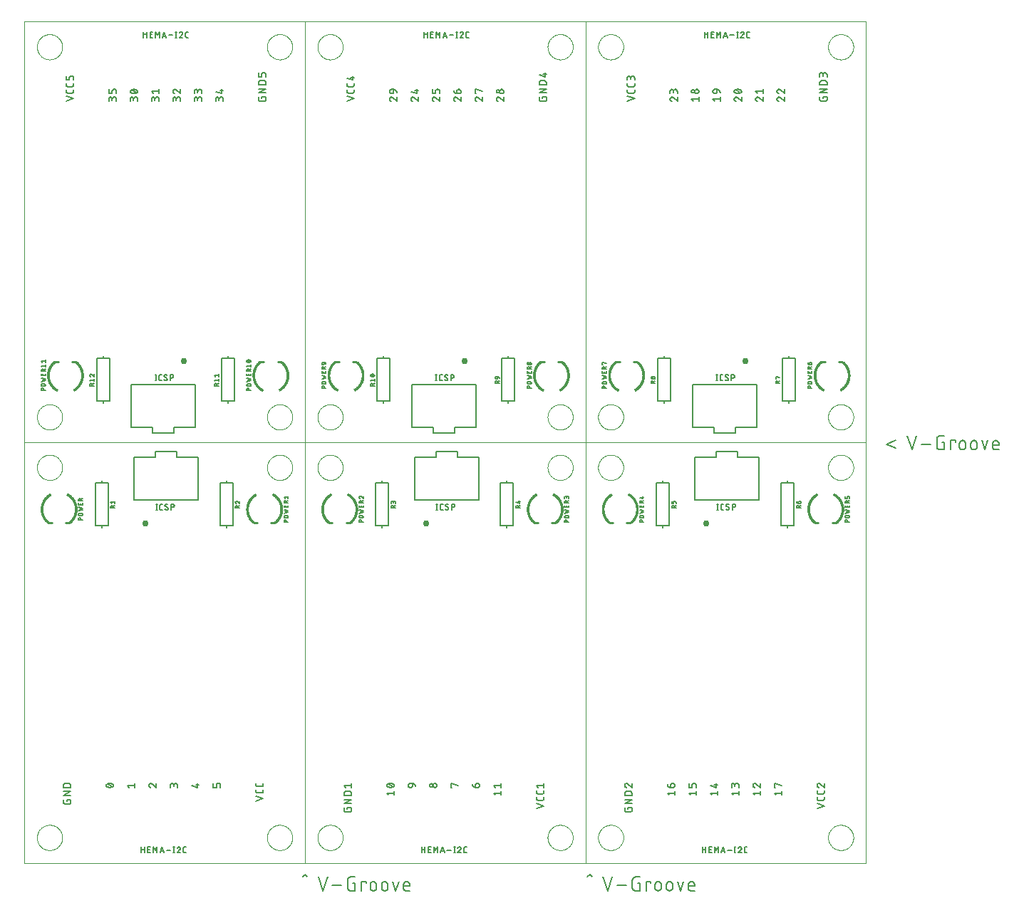
<source format=gto>
G75*
%MOIN*%
%OFA0B0*%
%FSLAX25Y25*%
%IPPOS*%
%LPD*%
%AMOC8*
5,1,8,0,0,1.08239X$1,22.5*
%
%ADD10C,0.00600*%
%ADD11C,0.00004*%
%ADD12C,0.03000*%
%ADD13C,0.00800*%
%ADD14C,0.00500*%
%ADD15C,0.00100*%
%ADD16C,0.01000*%
D10*
X0020058Y0049681D02*
X0021946Y0049681D01*
X0022000Y0049683D01*
X0022054Y0049689D01*
X0022107Y0049698D01*
X0022159Y0049712D01*
X0022210Y0049729D01*
X0022260Y0049749D01*
X0022308Y0049773D01*
X0022355Y0049801D01*
X0022399Y0049832D01*
X0022441Y0049866D01*
X0022481Y0049902D01*
X0022517Y0049942D01*
X0022551Y0049984D01*
X0022582Y0050028D01*
X0022610Y0050075D01*
X0022634Y0050123D01*
X0022654Y0050173D01*
X0022671Y0050224D01*
X0022685Y0050276D01*
X0022694Y0050329D01*
X0022700Y0050383D01*
X0022702Y0050437D01*
X0022702Y0051570D01*
X0020813Y0051570D01*
X0020813Y0051003D01*
X0020058Y0049681D02*
X0020004Y0049683D01*
X0019950Y0049689D01*
X0019897Y0049698D01*
X0019845Y0049712D01*
X0019794Y0049729D01*
X0019744Y0049749D01*
X0019696Y0049773D01*
X0019649Y0049801D01*
X0019605Y0049832D01*
X0019563Y0049866D01*
X0019523Y0049902D01*
X0019487Y0049942D01*
X0019453Y0049984D01*
X0019422Y0050028D01*
X0019394Y0050075D01*
X0019370Y0050123D01*
X0019350Y0050173D01*
X0019333Y0050224D01*
X0019319Y0050276D01*
X0019310Y0050329D01*
X0019304Y0050383D01*
X0019302Y0050437D01*
X0019302Y0051570D01*
X0019302Y0053521D02*
X0022702Y0055410D01*
X0019302Y0055410D01*
X0019302Y0053521D02*
X0022702Y0053521D01*
X0022702Y0057361D02*
X0022702Y0058306D01*
X0022700Y0058365D01*
X0022695Y0058424D01*
X0022685Y0058483D01*
X0022672Y0058541D01*
X0022656Y0058598D01*
X0022636Y0058654D01*
X0022612Y0058708D01*
X0022585Y0058761D01*
X0022555Y0058812D01*
X0022522Y0058861D01*
X0022485Y0058908D01*
X0022446Y0058952D01*
X0022404Y0058994D01*
X0022360Y0059033D01*
X0022313Y0059070D01*
X0022264Y0059103D01*
X0022213Y0059133D01*
X0022160Y0059160D01*
X0022106Y0059184D01*
X0022050Y0059204D01*
X0021993Y0059220D01*
X0021935Y0059233D01*
X0021876Y0059243D01*
X0021817Y0059248D01*
X0021758Y0059250D01*
X0020246Y0059250D01*
X0020187Y0059248D01*
X0020128Y0059243D01*
X0020069Y0059233D01*
X0020011Y0059220D01*
X0019954Y0059204D01*
X0019898Y0059184D01*
X0019844Y0059160D01*
X0019791Y0059133D01*
X0019740Y0059103D01*
X0019691Y0059070D01*
X0019644Y0059033D01*
X0019600Y0058994D01*
X0019558Y0058952D01*
X0019519Y0058908D01*
X0019482Y0058861D01*
X0019449Y0058812D01*
X0019419Y0058761D01*
X0019392Y0058708D01*
X0019368Y0058654D01*
X0019348Y0058598D01*
X0019332Y0058541D01*
X0019319Y0058483D01*
X0019309Y0058424D01*
X0019304Y0058365D01*
X0019302Y0058306D01*
X0019302Y0057361D01*
X0022702Y0057361D01*
X0039302Y0058306D02*
X0039304Y0058357D01*
X0039309Y0058408D01*
X0039319Y0058458D01*
X0039332Y0058507D01*
X0039348Y0058555D01*
X0039368Y0058602D01*
X0039391Y0058648D01*
X0039418Y0058691D01*
X0039447Y0058733D01*
X0039480Y0058772D01*
X0039515Y0058809D01*
X0039553Y0058843D01*
X0039594Y0058874D01*
X0039636Y0058902D01*
X0039681Y0058927D01*
X0039727Y0058949D01*
X0039774Y0058967D01*
X0040058Y0059061D02*
X0041946Y0057550D01*
X0042230Y0057645D02*
X0042277Y0057663D01*
X0042323Y0057685D01*
X0042368Y0057710D01*
X0042410Y0057738D01*
X0042451Y0057769D01*
X0042489Y0057803D01*
X0042524Y0057840D01*
X0042557Y0057879D01*
X0042586Y0057921D01*
X0042613Y0057964D01*
X0042636Y0058010D01*
X0042656Y0058057D01*
X0042672Y0058105D01*
X0042685Y0058154D01*
X0042695Y0058204D01*
X0042700Y0058255D01*
X0042702Y0058306D01*
X0042700Y0058357D01*
X0042695Y0058408D01*
X0042685Y0058458D01*
X0042672Y0058507D01*
X0042656Y0058555D01*
X0042636Y0058602D01*
X0042613Y0058648D01*
X0042586Y0058691D01*
X0042557Y0058733D01*
X0042524Y0058772D01*
X0042489Y0058809D01*
X0042451Y0058843D01*
X0042410Y0058874D01*
X0042368Y0058902D01*
X0042323Y0058927D01*
X0042277Y0058949D01*
X0042230Y0058967D01*
X0041002Y0057361D02*
X0040904Y0057363D01*
X0040807Y0057368D01*
X0040709Y0057376D01*
X0040612Y0057388D01*
X0040516Y0057404D01*
X0040420Y0057422D01*
X0040324Y0057444D01*
X0040230Y0057469D01*
X0040136Y0057498D01*
X0040044Y0057530D01*
X0039953Y0057565D01*
X0039863Y0057603D01*
X0039774Y0057644D01*
X0039774Y0057645D02*
X0039727Y0057663D01*
X0039681Y0057685D01*
X0039636Y0057710D01*
X0039594Y0057738D01*
X0039553Y0057769D01*
X0039515Y0057803D01*
X0039480Y0057840D01*
X0039447Y0057879D01*
X0039418Y0057921D01*
X0039391Y0057964D01*
X0039368Y0058010D01*
X0039348Y0058057D01*
X0039332Y0058105D01*
X0039319Y0058154D01*
X0039309Y0058204D01*
X0039304Y0058255D01*
X0039302Y0058306D01*
X0041002Y0057361D02*
X0041100Y0057363D01*
X0041197Y0057368D01*
X0041295Y0057376D01*
X0041392Y0057388D01*
X0041488Y0057404D01*
X0041584Y0057422D01*
X0041680Y0057444D01*
X0041774Y0057469D01*
X0041868Y0057498D01*
X0041960Y0057530D01*
X0042051Y0057565D01*
X0042141Y0057603D01*
X0042230Y0057644D01*
X0041002Y0059250D02*
X0040904Y0059248D01*
X0040807Y0059243D01*
X0040709Y0059235D01*
X0040612Y0059223D01*
X0040516Y0059207D01*
X0040420Y0059189D01*
X0040324Y0059167D01*
X0040230Y0059142D01*
X0040136Y0059113D01*
X0040044Y0059081D01*
X0039953Y0059046D01*
X0039863Y0059008D01*
X0039774Y0058967D01*
X0041002Y0059250D02*
X0041100Y0059248D01*
X0041197Y0059243D01*
X0041295Y0059235D01*
X0041392Y0059223D01*
X0041488Y0059207D01*
X0041584Y0059189D01*
X0041680Y0059167D01*
X0041774Y0059142D01*
X0041868Y0059113D01*
X0041960Y0059081D01*
X0042051Y0059046D01*
X0042141Y0059008D01*
X0042230Y0058967D01*
X0049302Y0058306D02*
X0052702Y0058306D01*
X0052702Y0059250D02*
X0052702Y0057361D01*
X0050058Y0057361D02*
X0049302Y0058306D01*
X0060152Y0059250D02*
X0060209Y0059248D01*
X0060265Y0059243D01*
X0060322Y0059234D01*
X0060377Y0059222D01*
X0060432Y0059206D01*
X0060485Y0059187D01*
X0060538Y0059165D01*
X0060588Y0059139D01*
X0060637Y0059110D01*
X0060685Y0059079D01*
X0060730Y0059044D01*
X0060773Y0059007D01*
X0060813Y0058967D01*
X0062702Y0057361D01*
X0062702Y0059250D01*
X0060058Y0057361D02*
X0059996Y0057383D01*
X0059936Y0057409D01*
X0059877Y0057438D01*
X0059821Y0057471D01*
X0059766Y0057507D01*
X0059714Y0057546D01*
X0059664Y0057588D01*
X0059617Y0057633D01*
X0059572Y0057681D01*
X0059530Y0057732D01*
X0059492Y0057784D01*
X0059457Y0057840D01*
X0059425Y0057897D01*
X0059397Y0057956D01*
X0059372Y0058016D01*
X0059351Y0058078D01*
X0059333Y0058141D01*
X0059320Y0058205D01*
X0059310Y0058270D01*
X0059304Y0058335D01*
X0059302Y0058400D01*
X0059304Y0058456D01*
X0059309Y0058511D01*
X0059318Y0058566D01*
X0059331Y0058620D01*
X0059347Y0058673D01*
X0059367Y0058725D01*
X0059390Y0058776D01*
X0059416Y0058825D01*
X0059445Y0058872D01*
X0059478Y0058917D01*
X0059513Y0058960D01*
X0059551Y0059001D01*
X0059592Y0059039D01*
X0059635Y0059074D01*
X0059680Y0059107D01*
X0059727Y0059136D01*
X0059776Y0059162D01*
X0059827Y0059185D01*
X0059879Y0059205D01*
X0059932Y0059221D01*
X0059986Y0059234D01*
X0060041Y0059243D01*
X0060096Y0059248D01*
X0060152Y0059250D01*
X0069302Y0058494D02*
X0069302Y0057361D01*
X0069302Y0058494D02*
X0069304Y0058548D01*
X0069310Y0058602D01*
X0069319Y0058655D01*
X0069333Y0058707D01*
X0069350Y0058758D01*
X0069370Y0058808D01*
X0069394Y0058856D01*
X0069422Y0058903D01*
X0069453Y0058947D01*
X0069487Y0058989D01*
X0069523Y0059029D01*
X0069563Y0059065D01*
X0069605Y0059099D01*
X0069649Y0059130D01*
X0069696Y0059158D01*
X0069744Y0059182D01*
X0069794Y0059202D01*
X0069845Y0059219D01*
X0069897Y0059233D01*
X0069950Y0059242D01*
X0070004Y0059248D01*
X0070058Y0059250D01*
X0070112Y0059248D01*
X0070166Y0059242D01*
X0070219Y0059233D01*
X0070271Y0059219D01*
X0070322Y0059202D01*
X0070372Y0059182D01*
X0070420Y0059158D01*
X0070467Y0059130D01*
X0070511Y0059099D01*
X0070553Y0059065D01*
X0070593Y0059029D01*
X0070629Y0058989D01*
X0070663Y0058947D01*
X0070694Y0058903D01*
X0070722Y0058856D01*
X0070746Y0058808D01*
X0070766Y0058758D01*
X0070783Y0058707D01*
X0070797Y0058655D01*
X0070806Y0058602D01*
X0070812Y0058548D01*
X0070814Y0058494D01*
X0070813Y0058494D02*
X0070813Y0057739D01*
X0070814Y0058306D02*
X0070816Y0058366D01*
X0070822Y0058427D01*
X0070831Y0058486D01*
X0070845Y0058545D01*
X0070862Y0058603D01*
X0070883Y0058660D01*
X0070907Y0058716D01*
X0070935Y0058769D01*
X0070967Y0058821D01*
X0071001Y0058871D01*
X0071039Y0058918D01*
X0071080Y0058963D01*
X0071123Y0059005D01*
X0071169Y0059044D01*
X0071218Y0059080D01*
X0071269Y0059113D01*
X0071321Y0059143D01*
X0071376Y0059169D01*
X0071432Y0059192D01*
X0071489Y0059211D01*
X0071548Y0059226D01*
X0071607Y0059238D01*
X0071667Y0059246D01*
X0071728Y0059250D01*
X0071788Y0059250D01*
X0071849Y0059246D01*
X0071909Y0059238D01*
X0071968Y0059226D01*
X0072027Y0059211D01*
X0072084Y0059192D01*
X0072140Y0059169D01*
X0072195Y0059143D01*
X0072247Y0059113D01*
X0072298Y0059080D01*
X0072347Y0059044D01*
X0072393Y0059005D01*
X0072436Y0058963D01*
X0072477Y0058918D01*
X0072515Y0058871D01*
X0072549Y0058821D01*
X0072581Y0058769D01*
X0072609Y0058716D01*
X0072633Y0058660D01*
X0072654Y0058603D01*
X0072671Y0058545D01*
X0072685Y0058486D01*
X0072694Y0058427D01*
X0072700Y0058366D01*
X0072702Y0058306D01*
X0072702Y0057361D01*
X0079302Y0058117D02*
X0081946Y0057361D01*
X0081946Y0059250D01*
X0081191Y0058683D02*
X0082702Y0058683D01*
X0089302Y0059250D02*
X0089302Y0057361D01*
X0090813Y0057361D01*
X0090813Y0058494D01*
X0090815Y0058548D01*
X0090821Y0058602D01*
X0090830Y0058655D01*
X0090844Y0058707D01*
X0090861Y0058758D01*
X0090881Y0058808D01*
X0090905Y0058856D01*
X0090933Y0058903D01*
X0090964Y0058947D01*
X0090998Y0058989D01*
X0091034Y0059029D01*
X0091074Y0059065D01*
X0091116Y0059099D01*
X0091160Y0059130D01*
X0091207Y0059158D01*
X0091255Y0059182D01*
X0091305Y0059202D01*
X0091356Y0059219D01*
X0091408Y0059233D01*
X0091461Y0059242D01*
X0091515Y0059248D01*
X0091569Y0059250D01*
X0091946Y0059250D01*
X0092000Y0059248D01*
X0092054Y0059242D01*
X0092107Y0059233D01*
X0092159Y0059219D01*
X0092210Y0059202D01*
X0092260Y0059182D01*
X0092308Y0059158D01*
X0092355Y0059130D01*
X0092399Y0059099D01*
X0092441Y0059065D01*
X0092481Y0059029D01*
X0092517Y0058989D01*
X0092551Y0058947D01*
X0092582Y0058903D01*
X0092610Y0058856D01*
X0092634Y0058808D01*
X0092654Y0058758D01*
X0092671Y0058707D01*
X0092685Y0058655D01*
X0092694Y0058602D01*
X0092700Y0058548D01*
X0092702Y0058494D01*
X0092702Y0057361D01*
X0109302Y0056250D02*
X0109302Y0055494D01*
X0109304Y0055440D01*
X0109310Y0055386D01*
X0109319Y0055333D01*
X0109333Y0055281D01*
X0109350Y0055230D01*
X0109370Y0055180D01*
X0109394Y0055132D01*
X0109422Y0055085D01*
X0109453Y0055041D01*
X0109487Y0054999D01*
X0109523Y0054959D01*
X0109563Y0054923D01*
X0109605Y0054889D01*
X0109649Y0054858D01*
X0109696Y0054830D01*
X0109744Y0054806D01*
X0109794Y0054786D01*
X0109845Y0054769D01*
X0109897Y0054755D01*
X0109950Y0054746D01*
X0110004Y0054740D01*
X0110058Y0054738D01*
X0110058Y0054739D02*
X0111946Y0054739D01*
X0111946Y0054738D02*
X0112000Y0054740D01*
X0112054Y0054746D01*
X0112107Y0054755D01*
X0112159Y0054769D01*
X0112210Y0054786D01*
X0112260Y0054806D01*
X0112308Y0054830D01*
X0112355Y0054858D01*
X0112399Y0054889D01*
X0112441Y0054923D01*
X0112481Y0054959D01*
X0112517Y0054999D01*
X0112551Y0055041D01*
X0112582Y0055085D01*
X0112610Y0055132D01*
X0112634Y0055180D01*
X0112654Y0055230D01*
X0112671Y0055281D01*
X0112685Y0055333D01*
X0112694Y0055386D01*
X0112700Y0055440D01*
X0112702Y0055494D01*
X0112702Y0056250D01*
X0111946Y0057739D02*
X0110058Y0057739D01*
X0110058Y0057738D02*
X0110004Y0057740D01*
X0109950Y0057746D01*
X0109897Y0057755D01*
X0109845Y0057769D01*
X0109794Y0057786D01*
X0109744Y0057806D01*
X0109696Y0057830D01*
X0109649Y0057858D01*
X0109605Y0057889D01*
X0109563Y0057923D01*
X0109523Y0057959D01*
X0109487Y0057999D01*
X0109453Y0058041D01*
X0109422Y0058085D01*
X0109394Y0058132D01*
X0109370Y0058180D01*
X0109350Y0058230D01*
X0109333Y0058281D01*
X0109319Y0058333D01*
X0109310Y0058386D01*
X0109304Y0058440D01*
X0109302Y0058494D01*
X0109302Y0059250D01*
X0111946Y0057738D02*
X0112000Y0057740D01*
X0112054Y0057746D01*
X0112107Y0057755D01*
X0112159Y0057769D01*
X0112210Y0057786D01*
X0112260Y0057806D01*
X0112308Y0057830D01*
X0112355Y0057858D01*
X0112399Y0057889D01*
X0112441Y0057923D01*
X0112481Y0057959D01*
X0112517Y0057999D01*
X0112551Y0058041D01*
X0112582Y0058085D01*
X0112610Y0058132D01*
X0112634Y0058180D01*
X0112654Y0058230D01*
X0112671Y0058281D01*
X0112685Y0058333D01*
X0112694Y0058386D01*
X0112700Y0058440D01*
X0112702Y0058494D01*
X0112702Y0059250D01*
X0109302Y0053232D02*
X0112702Y0052098D01*
X0109302Y0050965D01*
X0132239Y0016674D02*
X0133305Y0015608D01*
X0132239Y0016674D02*
X0131172Y0015608D01*
X0138516Y0015430D02*
X0140649Y0009030D01*
X0142782Y0015430D01*
X0145080Y0011519D02*
X0149347Y0011519D01*
X0152205Y0010452D02*
X0152205Y0014008D01*
X0152207Y0014082D01*
X0152213Y0014157D01*
X0152223Y0014230D01*
X0152236Y0014304D01*
X0152253Y0014376D01*
X0152275Y0014447D01*
X0152299Y0014518D01*
X0152328Y0014586D01*
X0152360Y0014654D01*
X0152396Y0014719D01*
X0152434Y0014782D01*
X0152477Y0014844D01*
X0152522Y0014903D01*
X0152570Y0014959D01*
X0152621Y0015014D01*
X0152675Y0015065D01*
X0152732Y0015113D01*
X0152791Y0015158D01*
X0152853Y0015201D01*
X0152916Y0015239D01*
X0152981Y0015275D01*
X0153049Y0015307D01*
X0153117Y0015336D01*
X0153188Y0015360D01*
X0153259Y0015382D01*
X0153331Y0015399D01*
X0153405Y0015412D01*
X0153478Y0015422D01*
X0153553Y0015428D01*
X0153627Y0015430D01*
X0155761Y0015430D01*
X0155761Y0012586D02*
X0155761Y0009030D01*
X0153627Y0009030D01*
X0153553Y0009032D01*
X0153478Y0009038D01*
X0153405Y0009048D01*
X0153331Y0009061D01*
X0153259Y0009078D01*
X0153188Y0009100D01*
X0153117Y0009124D01*
X0153049Y0009153D01*
X0152981Y0009185D01*
X0152916Y0009221D01*
X0152853Y0009259D01*
X0152791Y0009302D01*
X0152732Y0009347D01*
X0152675Y0009395D01*
X0152621Y0009446D01*
X0152570Y0009500D01*
X0152522Y0009557D01*
X0152477Y0009616D01*
X0152434Y0009678D01*
X0152396Y0009741D01*
X0152360Y0009806D01*
X0152328Y0009874D01*
X0152299Y0009942D01*
X0152275Y0010013D01*
X0152253Y0010084D01*
X0152236Y0010156D01*
X0152223Y0010230D01*
X0152213Y0010303D01*
X0152207Y0010378D01*
X0152205Y0010452D01*
X0154694Y0012586D02*
X0155761Y0012586D01*
X0158748Y0013297D02*
X0160881Y0013297D01*
X0160881Y0012586D01*
X0162817Y0011874D02*
X0162817Y0010452D01*
X0162818Y0010452D02*
X0162820Y0010378D01*
X0162826Y0010303D01*
X0162836Y0010230D01*
X0162849Y0010156D01*
X0162866Y0010084D01*
X0162888Y0010013D01*
X0162912Y0009942D01*
X0162941Y0009874D01*
X0162973Y0009806D01*
X0163009Y0009741D01*
X0163047Y0009678D01*
X0163090Y0009616D01*
X0163135Y0009557D01*
X0163183Y0009500D01*
X0163234Y0009446D01*
X0163288Y0009395D01*
X0163345Y0009347D01*
X0163404Y0009302D01*
X0163466Y0009259D01*
X0163529Y0009221D01*
X0163594Y0009185D01*
X0163662Y0009153D01*
X0163730Y0009124D01*
X0163801Y0009100D01*
X0163872Y0009078D01*
X0163944Y0009061D01*
X0164018Y0009048D01*
X0164091Y0009038D01*
X0164166Y0009032D01*
X0164240Y0009030D01*
X0164314Y0009032D01*
X0164389Y0009038D01*
X0164462Y0009048D01*
X0164536Y0009061D01*
X0164608Y0009078D01*
X0164679Y0009100D01*
X0164750Y0009124D01*
X0164818Y0009153D01*
X0164886Y0009185D01*
X0164951Y0009221D01*
X0165014Y0009259D01*
X0165076Y0009302D01*
X0165135Y0009347D01*
X0165192Y0009395D01*
X0165246Y0009446D01*
X0165297Y0009500D01*
X0165345Y0009557D01*
X0165390Y0009616D01*
X0165433Y0009678D01*
X0165471Y0009741D01*
X0165507Y0009806D01*
X0165539Y0009874D01*
X0165568Y0009942D01*
X0165592Y0010013D01*
X0165614Y0010084D01*
X0165631Y0010156D01*
X0165644Y0010230D01*
X0165654Y0010303D01*
X0165660Y0010378D01*
X0165662Y0010452D01*
X0165662Y0011874D01*
X0165660Y0011948D01*
X0165654Y0012023D01*
X0165644Y0012096D01*
X0165631Y0012170D01*
X0165614Y0012242D01*
X0165592Y0012313D01*
X0165568Y0012384D01*
X0165539Y0012452D01*
X0165507Y0012520D01*
X0165471Y0012585D01*
X0165433Y0012648D01*
X0165390Y0012710D01*
X0165345Y0012769D01*
X0165297Y0012826D01*
X0165246Y0012880D01*
X0165192Y0012931D01*
X0165135Y0012979D01*
X0165076Y0013024D01*
X0165014Y0013067D01*
X0164951Y0013105D01*
X0164886Y0013141D01*
X0164818Y0013173D01*
X0164750Y0013202D01*
X0164679Y0013226D01*
X0164608Y0013248D01*
X0164536Y0013265D01*
X0164462Y0013278D01*
X0164389Y0013288D01*
X0164314Y0013294D01*
X0164240Y0013296D01*
X0164166Y0013294D01*
X0164091Y0013288D01*
X0164018Y0013278D01*
X0163944Y0013265D01*
X0163872Y0013248D01*
X0163801Y0013226D01*
X0163730Y0013202D01*
X0163662Y0013173D01*
X0163594Y0013141D01*
X0163529Y0013105D01*
X0163466Y0013067D01*
X0163404Y0013024D01*
X0163345Y0012979D01*
X0163288Y0012931D01*
X0163234Y0012880D01*
X0163183Y0012826D01*
X0163135Y0012769D01*
X0163090Y0012710D01*
X0163047Y0012648D01*
X0163009Y0012585D01*
X0162973Y0012520D01*
X0162941Y0012452D01*
X0162912Y0012384D01*
X0162888Y0012313D01*
X0162866Y0012242D01*
X0162849Y0012170D01*
X0162836Y0012096D01*
X0162826Y0012023D01*
X0162820Y0011948D01*
X0162818Y0011874D01*
X0158748Y0013297D02*
X0158748Y0009030D01*
X0168151Y0010452D02*
X0168151Y0011874D01*
X0168153Y0011948D01*
X0168159Y0012023D01*
X0168169Y0012096D01*
X0168182Y0012170D01*
X0168199Y0012242D01*
X0168221Y0012313D01*
X0168245Y0012384D01*
X0168274Y0012452D01*
X0168306Y0012520D01*
X0168342Y0012585D01*
X0168380Y0012648D01*
X0168423Y0012710D01*
X0168468Y0012769D01*
X0168516Y0012826D01*
X0168567Y0012880D01*
X0168621Y0012931D01*
X0168678Y0012979D01*
X0168737Y0013024D01*
X0168799Y0013067D01*
X0168862Y0013105D01*
X0168927Y0013141D01*
X0168995Y0013173D01*
X0169063Y0013202D01*
X0169134Y0013226D01*
X0169205Y0013248D01*
X0169277Y0013265D01*
X0169351Y0013278D01*
X0169424Y0013288D01*
X0169499Y0013294D01*
X0169573Y0013296D01*
X0169647Y0013294D01*
X0169722Y0013288D01*
X0169795Y0013278D01*
X0169869Y0013265D01*
X0169941Y0013248D01*
X0170012Y0013226D01*
X0170083Y0013202D01*
X0170151Y0013173D01*
X0170219Y0013141D01*
X0170284Y0013105D01*
X0170347Y0013067D01*
X0170409Y0013024D01*
X0170468Y0012979D01*
X0170525Y0012931D01*
X0170579Y0012880D01*
X0170630Y0012826D01*
X0170678Y0012769D01*
X0170723Y0012710D01*
X0170766Y0012648D01*
X0170804Y0012585D01*
X0170840Y0012520D01*
X0170872Y0012452D01*
X0170901Y0012384D01*
X0170925Y0012313D01*
X0170947Y0012242D01*
X0170964Y0012170D01*
X0170977Y0012096D01*
X0170987Y0012023D01*
X0170993Y0011948D01*
X0170995Y0011874D01*
X0170995Y0010452D01*
X0170993Y0010378D01*
X0170987Y0010303D01*
X0170977Y0010230D01*
X0170964Y0010156D01*
X0170947Y0010084D01*
X0170925Y0010013D01*
X0170901Y0009942D01*
X0170872Y0009874D01*
X0170840Y0009806D01*
X0170804Y0009741D01*
X0170766Y0009678D01*
X0170723Y0009616D01*
X0170678Y0009557D01*
X0170630Y0009500D01*
X0170579Y0009446D01*
X0170525Y0009395D01*
X0170468Y0009347D01*
X0170409Y0009302D01*
X0170347Y0009259D01*
X0170284Y0009221D01*
X0170219Y0009185D01*
X0170151Y0009153D01*
X0170083Y0009124D01*
X0170012Y0009100D01*
X0169941Y0009078D01*
X0169869Y0009061D01*
X0169795Y0009048D01*
X0169722Y0009038D01*
X0169647Y0009032D01*
X0169573Y0009030D01*
X0169499Y0009032D01*
X0169424Y0009038D01*
X0169351Y0009048D01*
X0169277Y0009061D01*
X0169205Y0009078D01*
X0169134Y0009100D01*
X0169063Y0009124D01*
X0168995Y0009153D01*
X0168927Y0009185D01*
X0168862Y0009221D01*
X0168799Y0009259D01*
X0168737Y0009302D01*
X0168678Y0009347D01*
X0168621Y0009395D01*
X0168567Y0009446D01*
X0168516Y0009500D01*
X0168468Y0009557D01*
X0168423Y0009616D01*
X0168380Y0009678D01*
X0168342Y0009741D01*
X0168306Y0009806D01*
X0168274Y0009874D01*
X0168245Y0009942D01*
X0168221Y0010013D01*
X0168199Y0010084D01*
X0168182Y0010156D01*
X0168169Y0010230D01*
X0168159Y0010303D01*
X0168153Y0010378D01*
X0168151Y0010452D01*
X0173279Y0013297D02*
X0174701Y0009030D01*
X0176124Y0013297D01*
X0178408Y0011874D02*
X0178408Y0010097D01*
X0178407Y0010097D02*
X0178409Y0010033D01*
X0178415Y0009968D01*
X0178424Y0009905D01*
X0178438Y0009842D01*
X0178455Y0009780D01*
X0178476Y0009719D01*
X0178501Y0009659D01*
X0178529Y0009601D01*
X0178561Y0009545D01*
X0178596Y0009491D01*
X0178634Y0009439D01*
X0178675Y0009389D01*
X0178720Y0009343D01*
X0178766Y0009298D01*
X0178816Y0009257D01*
X0178868Y0009219D01*
X0178922Y0009184D01*
X0178978Y0009152D01*
X0179036Y0009124D01*
X0179096Y0009099D01*
X0179157Y0009078D01*
X0179219Y0009061D01*
X0179282Y0009047D01*
X0179345Y0009038D01*
X0179410Y0009032D01*
X0179474Y0009030D01*
X0181252Y0009030D01*
X0181252Y0011163D02*
X0178408Y0011163D01*
X0178408Y0011874D02*
X0178410Y0011948D01*
X0178416Y0012023D01*
X0178426Y0012096D01*
X0178439Y0012170D01*
X0178456Y0012242D01*
X0178478Y0012313D01*
X0178502Y0012384D01*
X0178531Y0012452D01*
X0178563Y0012520D01*
X0178599Y0012585D01*
X0178637Y0012648D01*
X0178680Y0012710D01*
X0178725Y0012769D01*
X0178773Y0012826D01*
X0178824Y0012880D01*
X0178878Y0012931D01*
X0178935Y0012979D01*
X0178994Y0013024D01*
X0179056Y0013067D01*
X0179119Y0013105D01*
X0179184Y0013141D01*
X0179252Y0013173D01*
X0179320Y0013202D01*
X0179391Y0013226D01*
X0179462Y0013248D01*
X0179534Y0013265D01*
X0179608Y0013278D01*
X0179681Y0013288D01*
X0179756Y0013294D01*
X0179830Y0013296D01*
X0179904Y0013294D01*
X0179979Y0013288D01*
X0180052Y0013278D01*
X0180126Y0013265D01*
X0180198Y0013248D01*
X0180269Y0013226D01*
X0180340Y0013202D01*
X0180408Y0013173D01*
X0180476Y0013141D01*
X0180541Y0013105D01*
X0180604Y0013067D01*
X0180666Y0013024D01*
X0180725Y0012979D01*
X0180782Y0012931D01*
X0180836Y0012880D01*
X0180887Y0012826D01*
X0180935Y0012769D01*
X0180980Y0012710D01*
X0181023Y0012648D01*
X0181061Y0012585D01*
X0181097Y0012520D01*
X0181129Y0012452D01*
X0181158Y0012384D01*
X0181182Y0012313D01*
X0181204Y0012242D01*
X0181221Y0012170D01*
X0181234Y0012096D01*
X0181244Y0012023D01*
X0181250Y0011948D01*
X0181252Y0011874D01*
X0181252Y0011163D01*
X0153196Y0045961D02*
X0151308Y0045961D01*
X0151254Y0045963D01*
X0151200Y0045969D01*
X0151147Y0045978D01*
X0151095Y0045992D01*
X0151044Y0046009D01*
X0150994Y0046029D01*
X0150946Y0046053D01*
X0150899Y0046081D01*
X0150855Y0046112D01*
X0150813Y0046146D01*
X0150773Y0046182D01*
X0150737Y0046222D01*
X0150703Y0046264D01*
X0150672Y0046308D01*
X0150644Y0046355D01*
X0150620Y0046403D01*
X0150600Y0046453D01*
X0150583Y0046504D01*
X0150569Y0046556D01*
X0150560Y0046609D01*
X0150554Y0046663D01*
X0150552Y0046717D01*
X0150552Y0047850D01*
X0152063Y0047850D02*
X0153952Y0047850D01*
X0153952Y0046717D01*
X0153950Y0046663D01*
X0153944Y0046609D01*
X0153935Y0046556D01*
X0153921Y0046504D01*
X0153904Y0046453D01*
X0153884Y0046403D01*
X0153860Y0046355D01*
X0153832Y0046308D01*
X0153801Y0046264D01*
X0153767Y0046222D01*
X0153731Y0046182D01*
X0153691Y0046146D01*
X0153649Y0046112D01*
X0153605Y0046081D01*
X0153558Y0046053D01*
X0153510Y0046029D01*
X0153460Y0046009D01*
X0153409Y0045992D01*
X0153357Y0045978D01*
X0153304Y0045969D01*
X0153250Y0045963D01*
X0153196Y0045961D01*
X0152063Y0047283D02*
X0152063Y0047850D01*
X0150552Y0049801D02*
X0153952Y0051690D01*
X0150552Y0051690D01*
X0150552Y0049801D02*
X0153952Y0049801D01*
X0153952Y0053641D02*
X0150552Y0053641D01*
X0150552Y0054586D01*
X0150554Y0054645D01*
X0150559Y0054704D01*
X0150569Y0054763D01*
X0150582Y0054821D01*
X0150598Y0054878D01*
X0150618Y0054934D01*
X0150642Y0054988D01*
X0150669Y0055041D01*
X0150699Y0055092D01*
X0150732Y0055141D01*
X0150769Y0055188D01*
X0150808Y0055232D01*
X0150850Y0055274D01*
X0150894Y0055313D01*
X0150941Y0055350D01*
X0150990Y0055383D01*
X0151041Y0055413D01*
X0151094Y0055440D01*
X0151148Y0055464D01*
X0151204Y0055484D01*
X0151261Y0055500D01*
X0151319Y0055513D01*
X0151378Y0055523D01*
X0151437Y0055528D01*
X0151496Y0055530D01*
X0153008Y0055530D01*
X0153067Y0055528D01*
X0153126Y0055523D01*
X0153185Y0055513D01*
X0153243Y0055500D01*
X0153300Y0055484D01*
X0153356Y0055464D01*
X0153410Y0055440D01*
X0153463Y0055413D01*
X0153514Y0055383D01*
X0153563Y0055350D01*
X0153610Y0055313D01*
X0153654Y0055274D01*
X0153696Y0055232D01*
X0153735Y0055188D01*
X0153772Y0055141D01*
X0153805Y0055092D01*
X0153835Y0055041D01*
X0153862Y0054988D01*
X0153886Y0054934D01*
X0153906Y0054878D01*
X0153922Y0054821D01*
X0153935Y0054763D01*
X0153945Y0054704D01*
X0153950Y0054645D01*
X0153952Y0054586D01*
X0153952Y0053641D01*
X0153952Y0057361D02*
X0153952Y0059250D01*
X0153952Y0058306D02*
X0150552Y0058306D01*
X0151308Y0057361D01*
X0170552Y0054706D02*
X0173952Y0054706D01*
X0173952Y0055650D02*
X0173952Y0053761D01*
X0171308Y0053761D02*
X0170552Y0054706D01*
X0172252Y0059250D02*
X0172350Y0059248D01*
X0172447Y0059243D01*
X0172545Y0059235D01*
X0172642Y0059223D01*
X0172738Y0059207D01*
X0172834Y0059189D01*
X0172930Y0059167D01*
X0173024Y0059142D01*
X0173118Y0059113D01*
X0173210Y0059081D01*
X0173301Y0059046D01*
X0173391Y0059008D01*
X0173480Y0058967D01*
X0173527Y0058949D01*
X0173573Y0058927D01*
X0173618Y0058902D01*
X0173660Y0058874D01*
X0173701Y0058843D01*
X0173739Y0058809D01*
X0173774Y0058772D01*
X0173807Y0058733D01*
X0173836Y0058691D01*
X0173863Y0058648D01*
X0173886Y0058602D01*
X0173906Y0058555D01*
X0173922Y0058507D01*
X0173935Y0058458D01*
X0173945Y0058408D01*
X0173950Y0058357D01*
X0173952Y0058306D01*
X0173950Y0058255D01*
X0173945Y0058204D01*
X0173935Y0058154D01*
X0173922Y0058105D01*
X0173906Y0058057D01*
X0173886Y0058010D01*
X0173863Y0057964D01*
X0173836Y0057921D01*
X0173807Y0057879D01*
X0173774Y0057840D01*
X0173739Y0057803D01*
X0173701Y0057769D01*
X0173660Y0057738D01*
X0173618Y0057710D01*
X0173573Y0057685D01*
X0173527Y0057663D01*
X0173480Y0057645D01*
X0173196Y0057550D02*
X0171308Y0059061D01*
X0171024Y0058967D02*
X0170977Y0058949D01*
X0170931Y0058927D01*
X0170886Y0058902D01*
X0170844Y0058874D01*
X0170803Y0058843D01*
X0170765Y0058809D01*
X0170730Y0058772D01*
X0170697Y0058733D01*
X0170668Y0058691D01*
X0170641Y0058648D01*
X0170618Y0058602D01*
X0170598Y0058555D01*
X0170582Y0058507D01*
X0170569Y0058458D01*
X0170559Y0058408D01*
X0170554Y0058357D01*
X0170552Y0058306D01*
X0170554Y0058255D01*
X0170559Y0058204D01*
X0170569Y0058154D01*
X0170582Y0058105D01*
X0170598Y0058057D01*
X0170618Y0058010D01*
X0170641Y0057964D01*
X0170668Y0057921D01*
X0170697Y0057879D01*
X0170730Y0057840D01*
X0170765Y0057803D01*
X0170803Y0057769D01*
X0170844Y0057738D01*
X0170886Y0057710D01*
X0170931Y0057685D01*
X0170977Y0057663D01*
X0171024Y0057645D01*
X0171024Y0058967D02*
X0171113Y0059008D01*
X0171203Y0059046D01*
X0171294Y0059081D01*
X0171386Y0059113D01*
X0171480Y0059142D01*
X0171574Y0059167D01*
X0171670Y0059189D01*
X0171766Y0059207D01*
X0171862Y0059223D01*
X0171959Y0059235D01*
X0172057Y0059243D01*
X0172154Y0059248D01*
X0172252Y0059250D01*
X0172252Y0057361D02*
X0172154Y0057363D01*
X0172057Y0057368D01*
X0171959Y0057376D01*
X0171862Y0057388D01*
X0171766Y0057404D01*
X0171670Y0057422D01*
X0171574Y0057444D01*
X0171480Y0057469D01*
X0171386Y0057498D01*
X0171294Y0057530D01*
X0171203Y0057565D01*
X0171113Y0057603D01*
X0171024Y0057644D01*
X0172252Y0057361D02*
X0172350Y0057363D01*
X0172447Y0057368D01*
X0172545Y0057376D01*
X0172642Y0057388D01*
X0172738Y0057404D01*
X0172834Y0057422D01*
X0172930Y0057444D01*
X0173024Y0057469D01*
X0173118Y0057498D01*
X0173210Y0057530D01*
X0173301Y0057565D01*
X0173391Y0057603D01*
X0173480Y0057644D01*
X0181496Y0057361D02*
X0181685Y0057361D01*
X0181739Y0057363D01*
X0181793Y0057369D01*
X0181846Y0057378D01*
X0181898Y0057392D01*
X0181949Y0057409D01*
X0181999Y0057429D01*
X0182047Y0057453D01*
X0182094Y0057481D01*
X0182138Y0057512D01*
X0182180Y0057546D01*
X0182220Y0057582D01*
X0182256Y0057622D01*
X0182290Y0057664D01*
X0182321Y0057708D01*
X0182349Y0057755D01*
X0182373Y0057803D01*
X0182393Y0057853D01*
X0182410Y0057904D01*
X0182424Y0057956D01*
X0182433Y0058009D01*
X0182439Y0058063D01*
X0182441Y0058117D01*
X0182441Y0059250D01*
X0181496Y0059250D01*
X0181436Y0059248D01*
X0181375Y0059242D01*
X0181316Y0059233D01*
X0181257Y0059219D01*
X0181199Y0059202D01*
X0181142Y0059181D01*
X0181086Y0059157D01*
X0181033Y0059129D01*
X0180981Y0059097D01*
X0180931Y0059063D01*
X0180884Y0059025D01*
X0180839Y0058984D01*
X0180797Y0058941D01*
X0180758Y0058895D01*
X0180722Y0058846D01*
X0180689Y0058795D01*
X0180659Y0058743D01*
X0180633Y0058688D01*
X0180610Y0058632D01*
X0180591Y0058575D01*
X0180576Y0058516D01*
X0180564Y0058457D01*
X0180556Y0058397D01*
X0180552Y0058336D01*
X0180552Y0058276D01*
X0180556Y0058215D01*
X0180564Y0058155D01*
X0180576Y0058096D01*
X0180591Y0058037D01*
X0180610Y0057980D01*
X0180633Y0057924D01*
X0180659Y0057869D01*
X0180689Y0057817D01*
X0180722Y0057766D01*
X0180758Y0057717D01*
X0180797Y0057671D01*
X0180839Y0057628D01*
X0180884Y0057587D01*
X0180931Y0057549D01*
X0180981Y0057515D01*
X0181033Y0057483D01*
X0181086Y0057455D01*
X0181142Y0057431D01*
X0181199Y0057410D01*
X0181257Y0057393D01*
X0181316Y0057379D01*
X0181375Y0057370D01*
X0181436Y0057364D01*
X0181496Y0057362D01*
X0182441Y0059250D02*
X0182518Y0059248D01*
X0182594Y0059242D01*
X0182670Y0059233D01*
X0182745Y0059219D01*
X0182820Y0059202D01*
X0182893Y0059181D01*
X0182966Y0059156D01*
X0183037Y0059128D01*
X0183106Y0059096D01*
X0183174Y0059060D01*
X0183240Y0059021D01*
X0183304Y0058979D01*
X0183366Y0058934D01*
X0183425Y0058885D01*
X0183482Y0058834D01*
X0183536Y0058780D01*
X0183587Y0058723D01*
X0183636Y0058664D01*
X0183681Y0058602D01*
X0183723Y0058538D01*
X0183762Y0058472D01*
X0183798Y0058404D01*
X0183830Y0058335D01*
X0183858Y0058264D01*
X0183883Y0058191D01*
X0183904Y0058118D01*
X0183921Y0058043D01*
X0183935Y0057968D01*
X0183944Y0057892D01*
X0183950Y0057816D01*
X0183952Y0057739D01*
X0191308Y0057550D02*
X0191362Y0057552D01*
X0191416Y0057558D01*
X0191469Y0057567D01*
X0191521Y0057581D01*
X0191572Y0057598D01*
X0191622Y0057618D01*
X0191670Y0057642D01*
X0191717Y0057670D01*
X0191761Y0057701D01*
X0191803Y0057735D01*
X0191843Y0057771D01*
X0191879Y0057811D01*
X0191913Y0057853D01*
X0191944Y0057897D01*
X0191972Y0057944D01*
X0191996Y0057992D01*
X0192016Y0058042D01*
X0192033Y0058093D01*
X0192047Y0058145D01*
X0192056Y0058198D01*
X0192062Y0058252D01*
X0192064Y0058306D01*
X0192062Y0058360D01*
X0192056Y0058414D01*
X0192047Y0058467D01*
X0192033Y0058519D01*
X0192016Y0058570D01*
X0191996Y0058620D01*
X0191972Y0058668D01*
X0191944Y0058715D01*
X0191913Y0058759D01*
X0191879Y0058801D01*
X0191843Y0058841D01*
X0191803Y0058877D01*
X0191761Y0058911D01*
X0191717Y0058942D01*
X0191670Y0058970D01*
X0191622Y0058994D01*
X0191572Y0059014D01*
X0191521Y0059031D01*
X0191469Y0059045D01*
X0191416Y0059054D01*
X0191362Y0059060D01*
X0191308Y0059062D01*
X0191254Y0059060D01*
X0191200Y0059054D01*
X0191147Y0059045D01*
X0191095Y0059031D01*
X0191044Y0059014D01*
X0190994Y0058994D01*
X0190946Y0058970D01*
X0190899Y0058942D01*
X0190855Y0058911D01*
X0190813Y0058877D01*
X0190773Y0058841D01*
X0190737Y0058801D01*
X0190703Y0058759D01*
X0190672Y0058715D01*
X0190644Y0058668D01*
X0190620Y0058620D01*
X0190600Y0058570D01*
X0190583Y0058519D01*
X0190569Y0058467D01*
X0190560Y0058414D01*
X0190554Y0058360D01*
X0190552Y0058306D01*
X0190554Y0058252D01*
X0190560Y0058198D01*
X0190569Y0058145D01*
X0190583Y0058093D01*
X0190600Y0058042D01*
X0190620Y0057992D01*
X0190644Y0057944D01*
X0190672Y0057897D01*
X0190703Y0057853D01*
X0190737Y0057811D01*
X0190773Y0057771D01*
X0190813Y0057735D01*
X0190855Y0057701D01*
X0190899Y0057670D01*
X0190946Y0057642D01*
X0190994Y0057618D01*
X0191044Y0057598D01*
X0191095Y0057581D01*
X0191147Y0057567D01*
X0191200Y0057558D01*
X0191254Y0057552D01*
X0191308Y0057550D01*
X0193008Y0057362D02*
X0193068Y0057364D01*
X0193129Y0057370D01*
X0193188Y0057379D01*
X0193247Y0057393D01*
X0193305Y0057410D01*
X0193362Y0057431D01*
X0193418Y0057455D01*
X0193471Y0057483D01*
X0193523Y0057515D01*
X0193573Y0057549D01*
X0193620Y0057587D01*
X0193665Y0057628D01*
X0193707Y0057671D01*
X0193746Y0057717D01*
X0193782Y0057766D01*
X0193815Y0057817D01*
X0193845Y0057869D01*
X0193871Y0057924D01*
X0193894Y0057980D01*
X0193913Y0058037D01*
X0193928Y0058096D01*
X0193940Y0058155D01*
X0193948Y0058215D01*
X0193952Y0058276D01*
X0193952Y0058336D01*
X0193948Y0058397D01*
X0193940Y0058457D01*
X0193928Y0058516D01*
X0193913Y0058575D01*
X0193894Y0058632D01*
X0193871Y0058688D01*
X0193845Y0058743D01*
X0193815Y0058795D01*
X0193782Y0058846D01*
X0193746Y0058895D01*
X0193707Y0058941D01*
X0193665Y0058984D01*
X0193620Y0059025D01*
X0193573Y0059063D01*
X0193523Y0059097D01*
X0193471Y0059129D01*
X0193418Y0059157D01*
X0193362Y0059181D01*
X0193305Y0059202D01*
X0193247Y0059219D01*
X0193188Y0059233D01*
X0193129Y0059242D01*
X0193068Y0059248D01*
X0193008Y0059250D01*
X0192948Y0059248D01*
X0192887Y0059242D01*
X0192828Y0059233D01*
X0192769Y0059219D01*
X0192711Y0059202D01*
X0192654Y0059181D01*
X0192598Y0059157D01*
X0192545Y0059129D01*
X0192493Y0059097D01*
X0192443Y0059063D01*
X0192396Y0059025D01*
X0192351Y0058984D01*
X0192309Y0058941D01*
X0192270Y0058895D01*
X0192234Y0058846D01*
X0192201Y0058795D01*
X0192171Y0058743D01*
X0192145Y0058688D01*
X0192122Y0058632D01*
X0192103Y0058575D01*
X0192088Y0058516D01*
X0192076Y0058457D01*
X0192068Y0058397D01*
X0192064Y0058336D01*
X0192064Y0058276D01*
X0192068Y0058215D01*
X0192076Y0058155D01*
X0192088Y0058096D01*
X0192103Y0058037D01*
X0192122Y0057980D01*
X0192145Y0057924D01*
X0192171Y0057869D01*
X0192201Y0057817D01*
X0192234Y0057766D01*
X0192270Y0057717D01*
X0192309Y0057671D01*
X0192351Y0057628D01*
X0192396Y0057587D01*
X0192443Y0057549D01*
X0192493Y0057515D01*
X0192545Y0057483D01*
X0192598Y0057455D01*
X0192654Y0057431D01*
X0192711Y0057410D01*
X0192769Y0057393D01*
X0192828Y0057379D01*
X0192887Y0057370D01*
X0192948Y0057364D01*
X0193008Y0057362D01*
X0200552Y0057361D02*
X0200552Y0059250D01*
X0203952Y0058306D01*
X0200930Y0057361D02*
X0200552Y0057361D01*
X0212063Y0057361D02*
X0213008Y0057361D01*
X0213008Y0057362D02*
X0213068Y0057364D01*
X0213129Y0057370D01*
X0213188Y0057379D01*
X0213247Y0057393D01*
X0213305Y0057410D01*
X0213362Y0057431D01*
X0213418Y0057455D01*
X0213471Y0057483D01*
X0213523Y0057515D01*
X0213573Y0057549D01*
X0213620Y0057587D01*
X0213665Y0057628D01*
X0213707Y0057671D01*
X0213746Y0057717D01*
X0213782Y0057766D01*
X0213815Y0057817D01*
X0213845Y0057869D01*
X0213871Y0057924D01*
X0213894Y0057980D01*
X0213913Y0058037D01*
X0213928Y0058096D01*
X0213940Y0058155D01*
X0213948Y0058215D01*
X0213952Y0058276D01*
X0213952Y0058336D01*
X0213948Y0058397D01*
X0213940Y0058457D01*
X0213928Y0058516D01*
X0213913Y0058575D01*
X0213894Y0058632D01*
X0213871Y0058688D01*
X0213845Y0058743D01*
X0213815Y0058795D01*
X0213782Y0058846D01*
X0213746Y0058895D01*
X0213707Y0058941D01*
X0213665Y0058984D01*
X0213620Y0059025D01*
X0213573Y0059063D01*
X0213523Y0059097D01*
X0213471Y0059129D01*
X0213418Y0059157D01*
X0213362Y0059181D01*
X0213305Y0059202D01*
X0213247Y0059219D01*
X0213188Y0059233D01*
X0213129Y0059242D01*
X0213068Y0059248D01*
X0213008Y0059250D01*
X0212819Y0059250D01*
X0212765Y0059248D01*
X0212711Y0059242D01*
X0212658Y0059233D01*
X0212606Y0059219D01*
X0212555Y0059202D01*
X0212505Y0059182D01*
X0212457Y0059158D01*
X0212410Y0059130D01*
X0212366Y0059099D01*
X0212324Y0059065D01*
X0212284Y0059029D01*
X0212248Y0058989D01*
X0212214Y0058947D01*
X0212183Y0058903D01*
X0212155Y0058856D01*
X0212131Y0058808D01*
X0212111Y0058758D01*
X0212094Y0058707D01*
X0212080Y0058655D01*
X0212071Y0058602D01*
X0212065Y0058548D01*
X0212063Y0058494D01*
X0212063Y0057361D01*
X0211986Y0057363D01*
X0211910Y0057369D01*
X0211834Y0057378D01*
X0211759Y0057392D01*
X0211684Y0057409D01*
X0211611Y0057430D01*
X0211538Y0057455D01*
X0211467Y0057483D01*
X0211398Y0057515D01*
X0211330Y0057551D01*
X0211264Y0057590D01*
X0211200Y0057632D01*
X0211138Y0057677D01*
X0211079Y0057726D01*
X0211022Y0057777D01*
X0210968Y0057831D01*
X0210917Y0057888D01*
X0210868Y0057947D01*
X0210823Y0058009D01*
X0210781Y0058073D01*
X0210742Y0058139D01*
X0210706Y0058207D01*
X0210674Y0058276D01*
X0210646Y0058347D01*
X0210621Y0058420D01*
X0210600Y0058493D01*
X0210583Y0058568D01*
X0210569Y0058643D01*
X0210560Y0058719D01*
X0210554Y0058795D01*
X0210552Y0058872D01*
X0220552Y0058306D02*
X0223952Y0058306D01*
X0223952Y0059250D02*
X0223952Y0057361D01*
X0223952Y0055650D02*
X0223952Y0053761D01*
X0223952Y0054706D02*
X0220552Y0054706D01*
X0221308Y0053761D01*
X0221308Y0057361D02*
X0220552Y0058306D01*
X0240552Y0058306D02*
X0243952Y0058306D01*
X0243952Y0059250D02*
X0243952Y0057361D01*
X0243952Y0055857D02*
X0243952Y0055102D01*
X0243950Y0055048D01*
X0243944Y0054994D01*
X0243935Y0054941D01*
X0243921Y0054889D01*
X0243904Y0054838D01*
X0243884Y0054788D01*
X0243860Y0054740D01*
X0243832Y0054693D01*
X0243801Y0054649D01*
X0243767Y0054607D01*
X0243731Y0054567D01*
X0243691Y0054531D01*
X0243649Y0054497D01*
X0243605Y0054466D01*
X0243558Y0054438D01*
X0243510Y0054414D01*
X0243460Y0054394D01*
X0243409Y0054377D01*
X0243357Y0054363D01*
X0243304Y0054354D01*
X0243250Y0054348D01*
X0243196Y0054346D01*
X0241308Y0054346D01*
X0241254Y0054348D01*
X0241200Y0054354D01*
X0241147Y0054363D01*
X0241095Y0054377D01*
X0241044Y0054394D01*
X0240994Y0054414D01*
X0240946Y0054438D01*
X0240899Y0054466D01*
X0240855Y0054497D01*
X0240813Y0054531D01*
X0240773Y0054567D01*
X0240737Y0054607D01*
X0240703Y0054649D01*
X0240672Y0054693D01*
X0240644Y0054740D01*
X0240620Y0054788D01*
X0240600Y0054838D01*
X0240583Y0054889D01*
X0240569Y0054941D01*
X0240560Y0054994D01*
X0240554Y0055048D01*
X0240552Y0055102D01*
X0240552Y0055857D01*
X0241308Y0057361D02*
X0240552Y0058306D01*
X0240552Y0052857D02*
X0240552Y0052102D01*
X0240554Y0052048D01*
X0240560Y0051994D01*
X0240569Y0051941D01*
X0240583Y0051889D01*
X0240600Y0051838D01*
X0240620Y0051788D01*
X0240644Y0051740D01*
X0240672Y0051693D01*
X0240703Y0051649D01*
X0240737Y0051607D01*
X0240773Y0051567D01*
X0240813Y0051531D01*
X0240855Y0051497D01*
X0240899Y0051466D01*
X0240946Y0051438D01*
X0240994Y0051414D01*
X0241044Y0051394D01*
X0241095Y0051377D01*
X0241147Y0051363D01*
X0241200Y0051354D01*
X0241254Y0051348D01*
X0241308Y0051346D01*
X0243196Y0051346D01*
X0243250Y0051348D01*
X0243304Y0051354D01*
X0243357Y0051363D01*
X0243409Y0051377D01*
X0243460Y0051394D01*
X0243510Y0051414D01*
X0243558Y0051438D01*
X0243605Y0051466D01*
X0243649Y0051497D01*
X0243691Y0051531D01*
X0243731Y0051567D01*
X0243767Y0051607D01*
X0243801Y0051649D01*
X0243832Y0051693D01*
X0243860Y0051740D01*
X0243884Y0051788D01*
X0243904Y0051838D01*
X0243921Y0051889D01*
X0243935Y0051941D01*
X0243944Y0051994D01*
X0243950Y0052048D01*
X0243952Y0052102D01*
X0243952Y0052857D01*
X0243952Y0048706D02*
X0240552Y0049839D01*
X0240552Y0047572D02*
X0243952Y0048706D01*
X0265439Y0016674D02*
X0266505Y0015608D01*
X0265439Y0016674D02*
X0264372Y0015608D01*
X0271716Y0015430D02*
X0273849Y0009030D01*
X0275982Y0015430D01*
X0278280Y0011519D02*
X0282547Y0011519D01*
X0285405Y0010452D02*
X0285405Y0014008D01*
X0285407Y0014082D01*
X0285413Y0014157D01*
X0285423Y0014230D01*
X0285436Y0014304D01*
X0285453Y0014376D01*
X0285475Y0014447D01*
X0285499Y0014518D01*
X0285528Y0014586D01*
X0285560Y0014654D01*
X0285596Y0014719D01*
X0285634Y0014782D01*
X0285677Y0014844D01*
X0285722Y0014903D01*
X0285770Y0014959D01*
X0285821Y0015014D01*
X0285875Y0015065D01*
X0285932Y0015113D01*
X0285991Y0015158D01*
X0286053Y0015201D01*
X0286116Y0015239D01*
X0286181Y0015275D01*
X0286249Y0015307D01*
X0286317Y0015336D01*
X0286388Y0015360D01*
X0286459Y0015382D01*
X0286531Y0015399D01*
X0286605Y0015412D01*
X0286678Y0015422D01*
X0286753Y0015428D01*
X0286827Y0015430D01*
X0288961Y0015430D01*
X0288961Y0012586D02*
X0288961Y0009030D01*
X0286827Y0009030D01*
X0286753Y0009032D01*
X0286678Y0009038D01*
X0286605Y0009048D01*
X0286531Y0009061D01*
X0286459Y0009078D01*
X0286388Y0009100D01*
X0286317Y0009124D01*
X0286249Y0009153D01*
X0286181Y0009185D01*
X0286116Y0009221D01*
X0286053Y0009259D01*
X0285991Y0009302D01*
X0285932Y0009347D01*
X0285875Y0009395D01*
X0285821Y0009446D01*
X0285770Y0009500D01*
X0285722Y0009557D01*
X0285677Y0009616D01*
X0285634Y0009678D01*
X0285596Y0009741D01*
X0285560Y0009806D01*
X0285528Y0009874D01*
X0285499Y0009942D01*
X0285475Y0010013D01*
X0285453Y0010084D01*
X0285436Y0010156D01*
X0285423Y0010230D01*
X0285413Y0010303D01*
X0285407Y0010378D01*
X0285405Y0010452D01*
X0287894Y0012586D02*
X0288961Y0012586D01*
X0291948Y0013297D02*
X0294081Y0013297D01*
X0294081Y0012586D01*
X0296017Y0011874D02*
X0296017Y0010452D01*
X0296018Y0010452D02*
X0296020Y0010378D01*
X0296026Y0010303D01*
X0296036Y0010230D01*
X0296049Y0010156D01*
X0296066Y0010084D01*
X0296088Y0010013D01*
X0296112Y0009942D01*
X0296141Y0009874D01*
X0296173Y0009806D01*
X0296209Y0009741D01*
X0296247Y0009678D01*
X0296290Y0009616D01*
X0296335Y0009557D01*
X0296383Y0009500D01*
X0296434Y0009446D01*
X0296488Y0009395D01*
X0296545Y0009347D01*
X0296604Y0009302D01*
X0296666Y0009259D01*
X0296729Y0009221D01*
X0296794Y0009185D01*
X0296862Y0009153D01*
X0296930Y0009124D01*
X0297001Y0009100D01*
X0297072Y0009078D01*
X0297144Y0009061D01*
X0297218Y0009048D01*
X0297291Y0009038D01*
X0297366Y0009032D01*
X0297440Y0009030D01*
X0297514Y0009032D01*
X0297589Y0009038D01*
X0297662Y0009048D01*
X0297736Y0009061D01*
X0297808Y0009078D01*
X0297879Y0009100D01*
X0297950Y0009124D01*
X0298018Y0009153D01*
X0298086Y0009185D01*
X0298151Y0009221D01*
X0298214Y0009259D01*
X0298276Y0009302D01*
X0298335Y0009347D01*
X0298392Y0009395D01*
X0298446Y0009446D01*
X0298497Y0009500D01*
X0298545Y0009557D01*
X0298590Y0009616D01*
X0298633Y0009678D01*
X0298671Y0009741D01*
X0298707Y0009806D01*
X0298739Y0009874D01*
X0298768Y0009942D01*
X0298792Y0010013D01*
X0298814Y0010084D01*
X0298831Y0010156D01*
X0298844Y0010230D01*
X0298854Y0010303D01*
X0298860Y0010378D01*
X0298862Y0010452D01*
X0298862Y0011874D01*
X0298860Y0011948D01*
X0298854Y0012023D01*
X0298844Y0012096D01*
X0298831Y0012170D01*
X0298814Y0012242D01*
X0298792Y0012313D01*
X0298768Y0012384D01*
X0298739Y0012452D01*
X0298707Y0012520D01*
X0298671Y0012585D01*
X0298633Y0012648D01*
X0298590Y0012710D01*
X0298545Y0012769D01*
X0298497Y0012826D01*
X0298446Y0012880D01*
X0298392Y0012931D01*
X0298335Y0012979D01*
X0298276Y0013024D01*
X0298214Y0013067D01*
X0298151Y0013105D01*
X0298086Y0013141D01*
X0298018Y0013173D01*
X0297950Y0013202D01*
X0297879Y0013226D01*
X0297808Y0013248D01*
X0297736Y0013265D01*
X0297662Y0013278D01*
X0297589Y0013288D01*
X0297514Y0013294D01*
X0297440Y0013296D01*
X0297366Y0013294D01*
X0297291Y0013288D01*
X0297218Y0013278D01*
X0297144Y0013265D01*
X0297072Y0013248D01*
X0297001Y0013226D01*
X0296930Y0013202D01*
X0296862Y0013173D01*
X0296794Y0013141D01*
X0296729Y0013105D01*
X0296666Y0013067D01*
X0296604Y0013024D01*
X0296545Y0012979D01*
X0296488Y0012931D01*
X0296434Y0012880D01*
X0296383Y0012826D01*
X0296335Y0012769D01*
X0296290Y0012710D01*
X0296247Y0012648D01*
X0296209Y0012585D01*
X0296173Y0012520D01*
X0296141Y0012452D01*
X0296112Y0012384D01*
X0296088Y0012313D01*
X0296066Y0012242D01*
X0296049Y0012170D01*
X0296036Y0012096D01*
X0296026Y0012023D01*
X0296020Y0011948D01*
X0296018Y0011874D01*
X0291948Y0013297D02*
X0291948Y0009030D01*
X0301351Y0010452D02*
X0301351Y0011874D01*
X0301353Y0011948D01*
X0301359Y0012023D01*
X0301369Y0012096D01*
X0301382Y0012170D01*
X0301399Y0012242D01*
X0301421Y0012313D01*
X0301445Y0012384D01*
X0301474Y0012452D01*
X0301506Y0012520D01*
X0301542Y0012585D01*
X0301580Y0012648D01*
X0301623Y0012710D01*
X0301668Y0012769D01*
X0301716Y0012826D01*
X0301767Y0012880D01*
X0301821Y0012931D01*
X0301878Y0012979D01*
X0301937Y0013024D01*
X0301999Y0013067D01*
X0302062Y0013105D01*
X0302127Y0013141D01*
X0302195Y0013173D01*
X0302263Y0013202D01*
X0302334Y0013226D01*
X0302405Y0013248D01*
X0302477Y0013265D01*
X0302551Y0013278D01*
X0302624Y0013288D01*
X0302699Y0013294D01*
X0302773Y0013296D01*
X0302847Y0013294D01*
X0302922Y0013288D01*
X0302995Y0013278D01*
X0303069Y0013265D01*
X0303141Y0013248D01*
X0303212Y0013226D01*
X0303283Y0013202D01*
X0303351Y0013173D01*
X0303419Y0013141D01*
X0303484Y0013105D01*
X0303547Y0013067D01*
X0303609Y0013024D01*
X0303668Y0012979D01*
X0303725Y0012931D01*
X0303779Y0012880D01*
X0303830Y0012826D01*
X0303878Y0012769D01*
X0303923Y0012710D01*
X0303966Y0012648D01*
X0304004Y0012585D01*
X0304040Y0012520D01*
X0304072Y0012452D01*
X0304101Y0012384D01*
X0304125Y0012313D01*
X0304147Y0012242D01*
X0304164Y0012170D01*
X0304177Y0012096D01*
X0304187Y0012023D01*
X0304193Y0011948D01*
X0304195Y0011874D01*
X0304195Y0010452D01*
X0304193Y0010378D01*
X0304187Y0010303D01*
X0304177Y0010230D01*
X0304164Y0010156D01*
X0304147Y0010084D01*
X0304125Y0010013D01*
X0304101Y0009942D01*
X0304072Y0009874D01*
X0304040Y0009806D01*
X0304004Y0009741D01*
X0303966Y0009678D01*
X0303923Y0009616D01*
X0303878Y0009557D01*
X0303830Y0009500D01*
X0303779Y0009446D01*
X0303725Y0009395D01*
X0303668Y0009347D01*
X0303609Y0009302D01*
X0303547Y0009259D01*
X0303484Y0009221D01*
X0303419Y0009185D01*
X0303351Y0009153D01*
X0303283Y0009124D01*
X0303212Y0009100D01*
X0303141Y0009078D01*
X0303069Y0009061D01*
X0302995Y0009048D01*
X0302922Y0009038D01*
X0302847Y0009032D01*
X0302773Y0009030D01*
X0302699Y0009032D01*
X0302624Y0009038D01*
X0302551Y0009048D01*
X0302477Y0009061D01*
X0302405Y0009078D01*
X0302334Y0009100D01*
X0302263Y0009124D01*
X0302195Y0009153D01*
X0302127Y0009185D01*
X0302062Y0009221D01*
X0301999Y0009259D01*
X0301937Y0009302D01*
X0301878Y0009347D01*
X0301821Y0009395D01*
X0301767Y0009446D01*
X0301716Y0009500D01*
X0301668Y0009557D01*
X0301623Y0009616D01*
X0301580Y0009678D01*
X0301542Y0009741D01*
X0301506Y0009806D01*
X0301474Y0009874D01*
X0301445Y0009942D01*
X0301421Y0010013D01*
X0301399Y0010084D01*
X0301382Y0010156D01*
X0301369Y0010230D01*
X0301359Y0010303D01*
X0301353Y0010378D01*
X0301351Y0010452D01*
X0306479Y0013297D02*
X0307901Y0009030D01*
X0309324Y0013297D01*
X0311608Y0011874D02*
X0311608Y0010097D01*
X0311607Y0010097D02*
X0311609Y0010033D01*
X0311615Y0009968D01*
X0311624Y0009905D01*
X0311638Y0009842D01*
X0311655Y0009780D01*
X0311676Y0009719D01*
X0311701Y0009659D01*
X0311729Y0009601D01*
X0311761Y0009545D01*
X0311796Y0009491D01*
X0311834Y0009439D01*
X0311875Y0009389D01*
X0311920Y0009343D01*
X0311966Y0009298D01*
X0312016Y0009257D01*
X0312068Y0009219D01*
X0312122Y0009184D01*
X0312178Y0009152D01*
X0312236Y0009124D01*
X0312296Y0009099D01*
X0312357Y0009078D01*
X0312419Y0009061D01*
X0312482Y0009047D01*
X0312545Y0009038D01*
X0312610Y0009032D01*
X0312674Y0009030D01*
X0314452Y0009030D01*
X0314452Y0011163D02*
X0311608Y0011163D01*
X0311608Y0011874D02*
X0311610Y0011948D01*
X0311616Y0012023D01*
X0311626Y0012096D01*
X0311639Y0012170D01*
X0311656Y0012242D01*
X0311678Y0012313D01*
X0311702Y0012384D01*
X0311731Y0012452D01*
X0311763Y0012520D01*
X0311799Y0012585D01*
X0311837Y0012648D01*
X0311880Y0012710D01*
X0311925Y0012769D01*
X0311973Y0012826D01*
X0312024Y0012880D01*
X0312078Y0012931D01*
X0312135Y0012979D01*
X0312194Y0013024D01*
X0312256Y0013067D01*
X0312319Y0013105D01*
X0312384Y0013141D01*
X0312452Y0013173D01*
X0312520Y0013202D01*
X0312591Y0013226D01*
X0312662Y0013248D01*
X0312734Y0013265D01*
X0312808Y0013278D01*
X0312881Y0013288D01*
X0312956Y0013294D01*
X0313030Y0013296D01*
X0313104Y0013294D01*
X0313179Y0013288D01*
X0313252Y0013278D01*
X0313326Y0013265D01*
X0313398Y0013248D01*
X0313469Y0013226D01*
X0313540Y0013202D01*
X0313608Y0013173D01*
X0313676Y0013141D01*
X0313741Y0013105D01*
X0313804Y0013067D01*
X0313866Y0013024D01*
X0313925Y0012979D01*
X0313982Y0012931D01*
X0314036Y0012880D01*
X0314087Y0012826D01*
X0314135Y0012769D01*
X0314180Y0012710D01*
X0314223Y0012648D01*
X0314261Y0012585D01*
X0314297Y0012520D01*
X0314329Y0012452D01*
X0314358Y0012384D01*
X0314382Y0012313D01*
X0314404Y0012242D01*
X0314421Y0012170D01*
X0314434Y0012096D01*
X0314444Y0012023D01*
X0314450Y0011948D01*
X0314452Y0011874D01*
X0314452Y0011163D01*
X0284446Y0045961D02*
X0282558Y0045961D01*
X0282504Y0045963D01*
X0282450Y0045969D01*
X0282397Y0045978D01*
X0282345Y0045992D01*
X0282294Y0046009D01*
X0282244Y0046029D01*
X0282196Y0046053D01*
X0282149Y0046081D01*
X0282105Y0046112D01*
X0282063Y0046146D01*
X0282023Y0046182D01*
X0281987Y0046222D01*
X0281953Y0046264D01*
X0281922Y0046308D01*
X0281894Y0046355D01*
X0281870Y0046403D01*
X0281850Y0046453D01*
X0281833Y0046504D01*
X0281819Y0046556D01*
X0281810Y0046609D01*
X0281804Y0046663D01*
X0281802Y0046717D01*
X0281802Y0047850D01*
X0283313Y0047850D02*
X0285202Y0047850D01*
X0285202Y0046717D01*
X0285200Y0046663D01*
X0285194Y0046609D01*
X0285185Y0046556D01*
X0285171Y0046504D01*
X0285154Y0046453D01*
X0285134Y0046403D01*
X0285110Y0046355D01*
X0285082Y0046308D01*
X0285051Y0046264D01*
X0285017Y0046222D01*
X0284981Y0046182D01*
X0284941Y0046146D01*
X0284899Y0046112D01*
X0284855Y0046081D01*
X0284808Y0046053D01*
X0284760Y0046029D01*
X0284710Y0046009D01*
X0284659Y0045992D01*
X0284607Y0045978D01*
X0284554Y0045969D01*
X0284500Y0045963D01*
X0284446Y0045961D01*
X0283313Y0047283D02*
X0283313Y0047850D01*
X0281802Y0049801D02*
X0285202Y0051690D01*
X0281802Y0051690D01*
X0281802Y0049801D02*
X0285202Y0049801D01*
X0285202Y0053641D02*
X0285202Y0054586D01*
X0285200Y0054645D01*
X0285195Y0054704D01*
X0285185Y0054763D01*
X0285172Y0054821D01*
X0285156Y0054878D01*
X0285136Y0054934D01*
X0285112Y0054988D01*
X0285085Y0055041D01*
X0285055Y0055092D01*
X0285022Y0055141D01*
X0284985Y0055188D01*
X0284946Y0055232D01*
X0284904Y0055274D01*
X0284860Y0055313D01*
X0284813Y0055350D01*
X0284764Y0055383D01*
X0284713Y0055413D01*
X0284660Y0055440D01*
X0284606Y0055464D01*
X0284550Y0055484D01*
X0284493Y0055500D01*
X0284435Y0055513D01*
X0284376Y0055523D01*
X0284317Y0055528D01*
X0284258Y0055530D01*
X0282746Y0055530D01*
X0282687Y0055528D01*
X0282628Y0055523D01*
X0282569Y0055513D01*
X0282511Y0055500D01*
X0282454Y0055484D01*
X0282398Y0055464D01*
X0282344Y0055440D01*
X0282291Y0055413D01*
X0282240Y0055383D01*
X0282191Y0055350D01*
X0282144Y0055313D01*
X0282100Y0055274D01*
X0282058Y0055232D01*
X0282019Y0055188D01*
X0281982Y0055141D01*
X0281949Y0055092D01*
X0281919Y0055041D01*
X0281892Y0054988D01*
X0281868Y0054934D01*
X0281848Y0054878D01*
X0281832Y0054821D01*
X0281819Y0054763D01*
X0281809Y0054704D01*
X0281804Y0054645D01*
X0281802Y0054586D01*
X0281802Y0053641D01*
X0285202Y0053641D01*
X0285202Y0057361D02*
X0285202Y0059250D01*
X0285202Y0057361D02*
X0283313Y0058967D01*
X0281802Y0058400D02*
X0281804Y0058335D01*
X0281810Y0058270D01*
X0281820Y0058205D01*
X0281833Y0058141D01*
X0281851Y0058078D01*
X0281872Y0058016D01*
X0281897Y0057956D01*
X0281925Y0057897D01*
X0281957Y0057840D01*
X0281992Y0057784D01*
X0282030Y0057732D01*
X0282072Y0057681D01*
X0282117Y0057633D01*
X0282164Y0057588D01*
X0282214Y0057546D01*
X0282266Y0057507D01*
X0282321Y0057471D01*
X0282377Y0057438D01*
X0282436Y0057409D01*
X0282496Y0057383D01*
X0282558Y0057361D01*
X0283313Y0058967D02*
X0283273Y0059007D01*
X0283230Y0059044D01*
X0283185Y0059079D01*
X0283137Y0059110D01*
X0283088Y0059139D01*
X0283038Y0059165D01*
X0282985Y0059187D01*
X0282932Y0059206D01*
X0282877Y0059222D01*
X0282822Y0059234D01*
X0282765Y0059243D01*
X0282709Y0059248D01*
X0282652Y0059250D01*
X0282596Y0059248D01*
X0282541Y0059243D01*
X0282486Y0059234D01*
X0282432Y0059221D01*
X0282379Y0059205D01*
X0282327Y0059185D01*
X0282276Y0059162D01*
X0282227Y0059136D01*
X0282180Y0059107D01*
X0282135Y0059074D01*
X0282092Y0059039D01*
X0282051Y0059001D01*
X0282013Y0058960D01*
X0281978Y0058917D01*
X0281945Y0058872D01*
X0281916Y0058825D01*
X0281890Y0058776D01*
X0281867Y0058725D01*
X0281847Y0058673D01*
X0281831Y0058620D01*
X0281818Y0058566D01*
X0281809Y0058511D01*
X0281804Y0058456D01*
X0281802Y0058400D01*
X0301802Y0054706D02*
X0305202Y0054706D01*
X0305202Y0055650D02*
X0305202Y0053761D01*
X0302558Y0053761D02*
X0301802Y0054706D01*
X0303313Y0057361D02*
X0304258Y0057361D01*
X0304258Y0057362D02*
X0304318Y0057364D01*
X0304379Y0057370D01*
X0304438Y0057379D01*
X0304497Y0057393D01*
X0304555Y0057410D01*
X0304612Y0057431D01*
X0304668Y0057455D01*
X0304721Y0057483D01*
X0304773Y0057515D01*
X0304823Y0057549D01*
X0304870Y0057587D01*
X0304915Y0057628D01*
X0304957Y0057671D01*
X0304996Y0057717D01*
X0305032Y0057766D01*
X0305065Y0057817D01*
X0305095Y0057869D01*
X0305121Y0057924D01*
X0305144Y0057980D01*
X0305163Y0058037D01*
X0305178Y0058096D01*
X0305190Y0058155D01*
X0305198Y0058215D01*
X0305202Y0058276D01*
X0305202Y0058336D01*
X0305198Y0058397D01*
X0305190Y0058457D01*
X0305178Y0058516D01*
X0305163Y0058575D01*
X0305144Y0058632D01*
X0305121Y0058688D01*
X0305095Y0058743D01*
X0305065Y0058795D01*
X0305032Y0058846D01*
X0304996Y0058895D01*
X0304957Y0058941D01*
X0304915Y0058984D01*
X0304870Y0059025D01*
X0304823Y0059063D01*
X0304773Y0059097D01*
X0304721Y0059129D01*
X0304668Y0059157D01*
X0304612Y0059181D01*
X0304555Y0059202D01*
X0304497Y0059219D01*
X0304438Y0059233D01*
X0304379Y0059242D01*
X0304318Y0059248D01*
X0304258Y0059250D01*
X0304069Y0059250D01*
X0304015Y0059248D01*
X0303961Y0059242D01*
X0303908Y0059233D01*
X0303856Y0059219D01*
X0303805Y0059202D01*
X0303755Y0059182D01*
X0303707Y0059158D01*
X0303660Y0059130D01*
X0303616Y0059099D01*
X0303574Y0059065D01*
X0303534Y0059029D01*
X0303498Y0058989D01*
X0303464Y0058947D01*
X0303433Y0058903D01*
X0303405Y0058856D01*
X0303381Y0058808D01*
X0303361Y0058758D01*
X0303344Y0058707D01*
X0303330Y0058655D01*
X0303321Y0058602D01*
X0303315Y0058548D01*
X0303313Y0058494D01*
X0303313Y0057361D01*
X0303236Y0057363D01*
X0303160Y0057369D01*
X0303084Y0057378D01*
X0303009Y0057392D01*
X0302934Y0057409D01*
X0302861Y0057430D01*
X0302788Y0057455D01*
X0302717Y0057483D01*
X0302648Y0057515D01*
X0302580Y0057551D01*
X0302514Y0057590D01*
X0302450Y0057632D01*
X0302388Y0057677D01*
X0302329Y0057726D01*
X0302272Y0057777D01*
X0302218Y0057831D01*
X0302167Y0057888D01*
X0302118Y0057947D01*
X0302073Y0058009D01*
X0302031Y0058073D01*
X0301992Y0058139D01*
X0301956Y0058207D01*
X0301924Y0058276D01*
X0301896Y0058347D01*
X0301871Y0058420D01*
X0301850Y0058493D01*
X0301833Y0058568D01*
X0301819Y0058643D01*
X0301810Y0058719D01*
X0301804Y0058795D01*
X0301802Y0058872D01*
X0311802Y0059250D02*
X0311802Y0057361D01*
X0313313Y0057361D01*
X0313313Y0058494D01*
X0313315Y0058548D01*
X0313321Y0058602D01*
X0313330Y0058655D01*
X0313344Y0058707D01*
X0313361Y0058758D01*
X0313381Y0058808D01*
X0313405Y0058856D01*
X0313433Y0058903D01*
X0313464Y0058947D01*
X0313498Y0058989D01*
X0313534Y0059029D01*
X0313574Y0059065D01*
X0313616Y0059099D01*
X0313660Y0059130D01*
X0313707Y0059158D01*
X0313755Y0059182D01*
X0313805Y0059202D01*
X0313856Y0059219D01*
X0313908Y0059233D01*
X0313961Y0059242D01*
X0314015Y0059248D01*
X0314069Y0059250D01*
X0314446Y0059250D01*
X0314500Y0059248D01*
X0314554Y0059242D01*
X0314607Y0059233D01*
X0314659Y0059219D01*
X0314710Y0059202D01*
X0314760Y0059182D01*
X0314808Y0059158D01*
X0314855Y0059130D01*
X0314899Y0059099D01*
X0314941Y0059065D01*
X0314981Y0059029D01*
X0315017Y0058989D01*
X0315051Y0058947D01*
X0315082Y0058903D01*
X0315110Y0058856D01*
X0315134Y0058808D01*
X0315154Y0058758D01*
X0315171Y0058707D01*
X0315185Y0058655D01*
X0315194Y0058602D01*
X0315200Y0058548D01*
X0315202Y0058494D01*
X0315202Y0057361D01*
X0315202Y0055650D02*
X0315202Y0053761D01*
X0315202Y0054706D02*
X0311802Y0054706D01*
X0312558Y0053761D01*
X0321802Y0054706D02*
X0325202Y0054706D01*
X0325202Y0055650D02*
X0325202Y0053761D01*
X0322558Y0053761D02*
X0321802Y0054706D01*
X0321802Y0058117D02*
X0324446Y0057361D01*
X0324446Y0059250D01*
X0323691Y0058683D02*
X0325202Y0058683D01*
X0331802Y0058494D02*
X0331802Y0057361D01*
X0331802Y0058494D02*
X0331804Y0058548D01*
X0331810Y0058602D01*
X0331819Y0058655D01*
X0331833Y0058707D01*
X0331850Y0058758D01*
X0331870Y0058808D01*
X0331894Y0058856D01*
X0331922Y0058903D01*
X0331953Y0058947D01*
X0331987Y0058989D01*
X0332023Y0059029D01*
X0332063Y0059065D01*
X0332105Y0059099D01*
X0332149Y0059130D01*
X0332196Y0059158D01*
X0332244Y0059182D01*
X0332294Y0059202D01*
X0332345Y0059219D01*
X0332397Y0059233D01*
X0332450Y0059242D01*
X0332504Y0059248D01*
X0332558Y0059250D01*
X0332612Y0059248D01*
X0332666Y0059242D01*
X0332719Y0059233D01*
X0332771Y0059219D01*
X0332822Y0059202D01*
X0332872Y0059182D01*
X0332920Y0059158D01*
X0332967Y0059130D01*
X0333011Y0059099D01*
X0333053Y0059065D01*
X0333093Y0059029D01*
X0333129Y0058989D01*
X0333163Y0058947D01*
X0333194Y0058903D01*
X0333222Y0058856D01*
X0333246Y0058808D01*
X0333266Y0058758D01*
X0333283Y0058707D01*
X0333297Y0058655D01*
X0333306Y0058602D01*
X0333312Y0058548D01*
X0333314Y0058494D01*
X0333313Y0058494D02*
X0333313Y0057739D01*
X0333314Y0058306D02*
X0333316Y0058366D01*
X0333322Y0058427D01*
X0333331Y0058486D01*
X0333345Y0058545D01*
X0333362Y0058603D01*
X0333383Y0058660D01*
X0333407Y0058716D01*
X0333435Y0058769D01*
X0333467Y0058821D01*
X0333501Y0058871D01*
X0333539Y0058918D01*
X0333580Y0058963D01*
X0333623Y0059005D01*
X0333669Y0059044D01*
X0333718Y0059080D01*
X0333769Y0059113D01*
X0333821Y0059143D01*
X0333876Y0059169D01*
X0333932Y0059192D01*
X0333989Y0059211D01*
X0334048Y0059226D01*
X0334107Y0059238D01*
X0334167Y0059246D01*
X0334228Y0059250D01*
X0334288Y0059250D01*
X0334349Y0059246D01*
X0334409Y0059238D01*
X0334468Y0059226D01*
X0334527Y0059211D01*
X0334584Y0059192D01*
X0334640Y0059169D01*
X0334695Y0059143D01*
X0334747Y0059113D01*
X0334798Y0059080D01*
X0334847Y0059044D01*
X0334893Y0059005D01*
X0334936Y0058963D01*
X0334977Y0058918D01*
X0335015Y0058871D01*
X0335049Y0058821D01*
X0335081Y0058769D01*
X0335109Y0058716D01*
X0335133Y0058660D01*
X0335154Y0058603D01*
X0335171Y0058545D01*
X0335185Y0058486D01*
X0335194Y0058427D01*
X0335200Y0058366D01*
X0335202Y0058306D01*
X0335202Y0057361D01*
X0335202Y0055650D02*
X0335202Y0053761D01*
X0335202Y0054706D02*
X0331802Y0054706D01*
X0332558Y0053761D01*
X0341802Y0054706D02*
X0345202Y0054706D01*
X0345202Y0055650D02*
X0345202Y0053761D01*
X0342558Y0053761D02*
X0341802Y0054706D01*
X0343313Y0058967D02*
X0343273Y0059007D01*
X0343230Y0059044D01*
X0343185Y0059079D01*
X0343137Y0059110D01*
X0343088Y0059139D01*
X0343038Y0059165D01*
X0342985Y0059187D01*
X0342932Y0059206D01*
X0342877Y0059222D01*
X0342822Y0059234D01*
X0342765Y0059243D01*
X0342709Y0059248D01*
X0342652Y0059250D01*
X0343313Y0058967D02*
X0345202Y0057361D01*
X0345202Y0059250D01*
X0342558Y0057361D02*
X0342496Y0057383D01*
X0342436Y0057409D01*
X0342377Y0057438D01*
X0342321Y0057471D01*
X0342266Y0057507D01*
X0342214Y0057546D01*
X0342164Y0057588D01*
X0342117Y0057633D01*
X0342072Y0057681D01*
X0342030Y0057732D01*
X0341992Y0057784D01*
X0341957Y0057840D01*
X0341925Y0057897D01*
X0341897Y0057956D01*
X0341872Y0058016D01*
X0341851Y0058078D01*
X0341833Y0058141D01*
X0341820Y0058205D01*
X0341810Y0058270D01*
X0341804Y0058335D01*
X0341802Y0058400D01*
X0341804Y0058456D01*
X0341809Y0058511D01*
X0341818Y0058566D01*
X0341831Y0058620D01*
X0341847Y0058673D01*
X0341867Y0058725D01*
X0341890Y0058776D01*
X0341916Y0058825D01*
X0341945Y0058872D01*
X0341978Y0058917D01*
X0342013Y0058960D01*
X0342051Y0059001D01*
X0342092Y0059039D01*
X0342135Y0059074D01*
X0342180Y0059107D01*
X0342227Y0059136D01*
X0342276Y0059162D01*
X0342327Y0059185D01*
X0342379Y0059205D01*
X0342432Y0059221D01*
X0342486Y0059234D01*
X0342541Y0059243D01*
X0342596Y0059248D01*
X0342652Y0059250D01*
X0351802Y0059250D02*
X0355202Y0058306D01*
X0355202Y0055650D02*
X0355202Y0053761D01*
X0355202Y0054706D02*
X0351802Y0054706D01*
X0352558Y0053761D01*
X0352180Y0057361D02*
X0351802Y0057361D01*
X0351802Y0059250D01*
X0371802Y0055857D02*
X0371802Y0055102D01*
X0371804Y0055048D01*
X0371810Y0054994D01*
X0371819Y0054941D01*
X0371833Y0054889D01*
X0371850Y0054838D01*
X0371870Y0054788D01*
X0371894Y0054740D01*
X0371922Y0054693D01*
X0371953Y0054649D01*
X0371987Y0054607D01*
X0372023Y0054567D01*
X0372063Y0054531D01*
X0372105Y0054497D01*
X0372149Y0054466D01*
X0372196Y0054438D01*
X0372244Y0054414D01*
X0372294Y0054394D01*
X0372345Y0054377D01*
X0372397Y0054363D01*
X0372450Y0054354D01*
X0372504Y0054348D01*
X0372558Y0054346D01*
X0374446Y0054346D01*
X0374500Y0054348D01*
X0374554Y0054354D01*
X0374607Y0054363D01*
X0374659Y0054377D01*
X0374710Y0054394D01*
X0374760Y0054414D01*
X0374808Y0054438D01*
X0374855Y0054466D01*
X0374899Y0054497D01*
X0374941Y0054531D01*
X0374981Y0054567D01*
X0375017Y0054607D01*
X0375051Y0054649D01*
X0375082Y0054693D01*
X0375110Y0054740D01*
X0375134Y0054788D01*
X0375154Y0054838D01*
X0375171Y0054889D01*
X0375185Y0054941D01*
X0375194Y0054994D01*
X0375200Y0055048D01*
X0375202Y0055102D01*
X0375202Y0055857D01*
X0375202Y0057361D02*
X0375202Y0059250D01*
X0375202Y0057361D02*
X0373313Y0058967D01*
X0371802Y0058400D02*
X0371804Y0058335D01*
X0371810Y0058270D01*
X0371820Y0058205D01*
X0371833Y0058141D01*
X0371851Y0058078D01*
X0371872Y0058016D01*
X0371897Y0057956D01*
X0371925Y0057897D01*
X0371957Y0057840D01*
X0371992Y0057784D01*
X0372030Y0057732D01*
X0372072Y0057681D01*
X0372117Y0057633D01*
X0372164Y0057588D01*
X0372214Y0057546D01*
X0372266Y0057507D01*
X0372321Y0057471D01*
X0372377Y0057438D01*
X0372436Y0057409D01*
X0372496Y0057383D01*
X0372558Y0057361D01*
X0373313Y0058967D02*
X0373273Y0059007D01*
X0373230Y0059044D01*
X0373185Y0059079D01*
X0373137Y0059110D01*
X0373088Y0059139D01*
X0373038Y0059165D01*
X0372985Y0059187D01*
X0372932Y0059206D01*
X0372877Y0059222D01*
X0372822Y0059234D01*
X0372765Y0059243D01*
X0372709Y0059248D01*
X0372652Y0059250D01*
X0372596Y0059248D01*
X0372541Y0059243D01*
X0372486Y0059234D01*
X0372432Y0059221D01*
X0372379Y0059205D01*
X0372327Y0059185D01*
X0372276Y0059162D01*
X0372227Y0059136D01*
X0372180Y0059107D01*
X0372135Y0059074D01*
X0372092Y0059039D01*
X0372051Y0059001D01*
X0372013Y0058960D01*
X0371978Y0058917D01*
X0371945Y0058872D01*
X0371916Y0058825D01*
X0371890Y0058776D01*
X0371867Y0058725D01*
X0371847Y0058673D01*
X0371831Y0058620D01*
X0371818Y0058566D01*
X0371809Y0058511D01*
X0371804Y0058456D01*
X0371802Y0058400D01*
X0371802Y0052857D02*
X0371802Y0052102D01*
X0371804Y0052048D01*
X0371810Y0051994D01*
X0371819Y0051941D01*
X0371833Y0051889D01*
X0371850Y0051838D01*
X0371870Y0051788D01*
X0371894Y0051740D01*
X0371922Y0051693D01*
X0371953Y0051649D01*
X0371987Y0051607D01*
X0372023Y0051567D01*
X0372063Y0051531D01*
X0372105Y0051497D01*
X0372149Y0051466D01*
X0372196Y0051438D01*
X0372244Y0051414D01*
X0372294Y0051394D01*
X0372345Y0051377D01*
X0372397Y0051363D01*
X0372450Y0051354D01*
X0372504Y0051348D01*
X0372558Y0051346D01*
X0374446Y0051346D01*
X0374500Y0051348D01*
X0374554Y0051354D01*
X0374607Y0051363D01*
X0374659Y0051377D01*
X0374710Y0051394D01*
X0374760Y0051414D01*
X0374808Y0051438D01*
X0374855Y0051466D01*
X0374899Y0051497D01*
X0374941Y0051531D01*
X0374981Y0051567D01*
X0375017Y0051607D01*
X0375051Y0051649D01*
X0375082Y0051693D01*
X0375110Y0051740D01*
X0375134Y0051788D01*
X0375154Y0051838D01*
X0375171Y0051889D01*
X0375185Y0051941D01*
X0375194Y0051994D01*
X0375200Y0052048D01*
X0375202Y0052102D01*
X0375202Y0052857D01*
X0375202Y0048706D02*
X0371802Y0049839D01*
X0371802Y0047572D02*
X0375202Y0048706D01*
X0408499Y0216201D02*
X0404232Y0217979D01*
X0408499Y0219757D01*
X0414078Y0221890D02*
X0416212Y0215490D01*
X0418345Y0221890D01*
X0420643Y0217979D02*
X0424909Y0217979D01*
X0427768Y0216912D02*
X0427768Y0220468D01*
X0427770Y0220542D01*
X0427776Y0220617D01*
X0427786Y0220690D01*
X0427799Y0220764D01*
X0427816Y0220836D01*
X0427838Y0220907D01*
X0427862Y0220978D01*
X0427891Y0221046D01*
X0427923Y0221114D01*
X0427959Y0221179D01*
X0427997Y0221242D01*
X0428040Y0221304D01*
X0428085Y0221363D01*
X0428133Y0221419D01*
X0428184Y0221474D01*
X0428238Y0221525D01*
X0428295Y0221573D01*
X0428354Y0221618D01*
X0428416Y0221661D01*
X0428479Y0221699D01*
X0428544Y0221735D01*
X0428612Y0221767D01*
X0428680Y0221796D01*
X0428751Y0221820D01*
X0428822Y0221842D01*
X0428894Y0221859D01*
X0428968Y0221872D01*
X0429041Y0221882D01*
X0429116Y0221888D01*
X0429190Y0221890D01*
X0431323Y0221890D01*
X0431323Y0219046D02*
X0431323Y0215490D01*
X0429190Y0215490D01*
X0429116Y0215492D01*
X0429041Y0215498D01*
X0428968Y0215508D01*
X0428894Y0215521D01*
X0428822Y0215538D01*
X0428751Y0215560D01*
X0428680Y0215584D01*
X0428612Y0215613D01*
X0428544Y0215645D01*
X0428479Y0215681D01*
X0428416Y0215719D01*
X0428354Y0215762D01*
X0428295Y0215807D01*
X0428238Y0215855D01*
X0428184Y0215906D01*
X0428133Y0215960D01*
X0428085Y0216017D01*
X0428040Y0216076D01*
X0427997Y0216138D01*
X0427959Y0216201D01*
X0427923Y0216266D01*
X0427891Y0216334D01*
X0427862Y0216402D01*
X0427838Y0216473D01*
X0427816Y0216544D01*
X0427799Y0216616D01*
X0427786Y0216690D01*
X0427776Y0216763D01*
X0427770Y0216838D01*
X0427768Y0216912D01*
X0430257Y0219046D02*
X0431323Y0219046D01*
X0434311Y0219757D02*
X0434311Y0215490D01*
X0436444Y0219046D02*
X0436444Y0219757D01*
X0434311Y0219757D01*
X0438380Y0218334D02*
X0438380Y0216912D01*
X0438382Y0216838D01*
X0438388Y0216763D01*
X0438398Y0216690D01*
X0438411Y0216616D01*
X0438428Y0216544D01*
X0438450Y0216473D01*
X0438474Y0216402D01*
X0438503Y0216334D01*
X0438535Y0216266D01*
X0438571Y0216201D01*
X0438609Y0216138D01*
X0438652Y0216076D01*
X0438697Y0216017D01*
X0438745Y0215960D01*
X0438796Y0215906D01*
X0438850Y0215855D01*
X0438907Y0215807D01*
X0438966Y0215762D01*
X0439028Y0215719D01*
X0439091Y0215681D01*
X0439156Y0215645D01*
X0439224Y0215613D01*
X0439292Y0215584D01*
X0439363Y0215560D01*
X0439434Y0215538D01*
X0439506Y0215521D01*
X0439580Y0215508D01*
X0439653Y0215498D01*
X0439728Y0215492D01*
X0439802Y0215490D01*
X0439876Y0215492D01*
X0439951Y0215498D01*
X0440024Y0215508D01*
X0440098Y0215521D01*
X0440170Y0215538D01*
X0440241Y0215560D01*
X0440312Y0215584D01*
X0440380Y0215613D01*
X0440448Y0215645D01*
X0440513Y0215681D01*
X0440576Y0215719D01*
X0440638Y0215762D01*
X0440697Y0215807D01*
X0440754Y0215855D01*
X0440808Y0215906D01*
X0440859Y0215960D01*
X0440907Y0216017D01*
X0440952Y0216076D01*
X0440995Y0216138D01*
X0441033Y0216201D01*
X0441069Y0216266D01*
X0441101Y0216334D01*
X0441130Y0216402D01*
X0441154Y0216473D01*
X0441176Y0216544D01*
X0441193Y0216616D01*
X0441206Y0216690D01*
X0441216Y0216763D01*
X0441222Y0216838D01*
X0441224Y0216912D01*
X0441224Y0218334D01*
X0441222Y0218408D01*
X0441216Y0218483D01*
X0441206Y0218556D01*
X0441193Y0218630D01*
X0441176Y0218702D01*
X0441154Y0218773D01*
X0441130Y0218844D01*
X0441101Y0218912D01*
X0441069Y0218980D01*
X0441033Y0219045D01*
X0440995Y0219108D01*
X0440952Y0219170D01*
X0440907Y0219229D01*
X0440859Y0219286D01*
X0440808Y0219340D01*
X0440754Y0219391D01*
X0440697Y0219439D01*
X0440638Y0219484D01*
X0440576Y0219527D01*
X0440513Y0219565D01*
X0440448Y0219601D01*
X0440380Y0219633D01*
X0440312Y0219662D01*
X0440241Y0219686D01*
X0440170Y0219708D01*
X0440098Y0219725D01*
X0440024Y0219738D01*
X0439951Y0219748D01*
X0439876Y0219754D01*
X0439802Y0219756D01*
X0439728Y0219754D01*
X0439653Y0219748D01*
X0439580Y0219738D01*
X0439506Y0219725D01*
X0439434Y0219708D01*
X0439363Y0219686D01*
X0439292Y0219662D01*
X0439224Y0219633D01*
X0439156Y0219601D01*
X0439091Y0219565D01*
X0439028Y0219527D01*
X0438966Y0219484D01*
X0438907Y0219439D01*
X0438850Y0219391D01*
X0438796Y0219340D01*
X0438745Y0219286D01*
X0438697Y0219229D01*
X0438652Y0219170D01*
X0438609Y0219108D01*
X0438571Y0219045D01*
X0438535Y0218980D01*
X0438503Y0218912D01*
X0438474Y0218844D01*
X0438450Y0218773D01*
X0438428Y0218702D01*
X0438411Y0218630D01*
X0438398Y0218556D01*
X0438388Y0218483D01*
X0438382Y0218408D01*
X0438380Y0218334D01*
X0443713Y0218334D02*
X0443713Y0216912D01*
X0443714Y0216912D02*
X0443716Y0216838D01*
X0443722Y0216763D01*
X0443732Y0216690D01*
X0443745Y0216616D01*
X0443762Y0216544D01*
X0443784Y0216473D01*
X0443808Y0216402D01*
X0443837Y0216334D01*
X0443869Y0216266D01*
X0443905Y0216201D01*
X0443943Y0216138D01*
X0443986Y0216076D01*
X0444031Y0216017D01*
X0444079Y0215960D01*
X0444130Y0215906D01*
X0444184Y0215855D01*
X0444241Y0215807D01*
X0444300Y0215762D01*
X0444362Y0215719D01*
X0444425Y0215681D01*
X0444490Y0215645D01*
X0444558Y0215613D01*
X0444626Y0215584D01*
X0444697Y0215560D01*
X0444768Y0215538D01*
X0444840Y0215521D01*
X0444914Y0215508D01*
X0444987Y0215498D01*
X0445062Y0215492D01*
X0445136Y0215490D01*
X0445210Y0215492D01*
X0445285Y0215498D01*
X0445358Y0215508D01*
X0445432Y0215521D01*
X0445504Y0215538D01*
X0445575Y0215560D01*
X0445646Y0215584D01*
X0445714Y0215613D01*
X0445782Y0215645D01*
X0445847Y0215681D01*
X0445910Y0215719D01*
X0445972Y0215762D01*
X0446031Y0215807D01*
X0446088Y0215855D01*
X0446142Y0215906D01*
X0446193Y0215960D01*
X0446241Y0216017D01*
X0446286Y0216076D01*
X0446329Y0216138D01*
X0446367Y0216201D01*
X0446403Y0216266D01*
X0446435Y0216334D01*
X0446464Y0216402D01*
X0446488Y0216473D01*
X0446510Y0216544D01*
X0446527Y0216616D01*
X0446540Y0216690D01*
X0446550Y0216763D01*
X0446556Y0216838D01*
X0446558Y0216912D01*
X0446558Y0218334D01*
X0446556Y0218408D01*
X0446550Y0218483D01*
X0446540Y0218556D01*
X0446527Y0218630D01*
X0446510Y0218702D01*
X0446488Y0218773D01*
X0446464Y0218844D01*
X0446435Y0218912D01*
X0446403Y0218980D01*
X0446367Y0219045D01*
X0446329Y0219108D01*
X0446286Y0219170D01*
X0446241Y0219229D01*
X0446193Y0219286D01*
X0446142Y0219340D01*
X0446088Y0219391D01*
X0446031Y0219439D01*
X0445972Y0219484D01*
X0445910Y0219527D01*
X0445847Y0219565D01*
X0445782Y0219601D01*
X0445714Y0219633D01*
X0445646Y0219662D01*
X0445575Y0219686D01*
X0445504Y0219708D01*
X0445432Y0219725D01*
X0445358Y0219738D01*
X0445285Y0219748D01*
X0445210Y0219754D01*
X0445136Y0219756D01*
X0445062Y0219754D01*
X0444987Y0219748D01*
X0444914Y0219738D01*
X0444840Y0219725D01*
X0444768Y0219708D01*
X0444697Y0219686D01*
X0444626Y0219662D01*
X0444558Y0219633D01*
X0444490Y0219601D01*
X0444425Y0219565D01*
X0444362Y0219527D01*
X0444300Y0219484D01*
X0444241Y0219439D01*
X0444184Y0219391D01*
X0444130Y0219340D01*
X0444079Y0219286D01*
X0444031Y0219229D01*
X0443986Y0219170D01*
X0443943Y0219108D01*
X0443905Y0219045D01*
X0443869Y0218980D01*
X0443837Y0218912D01*
X0443808Y0218844D01*
X0443784Y0218773D01*
X0443762Y0218702D01*
X0443745Y0218630D01*
X0443732Y0218556D01*
X0443722Y0218483D01*
X0443716Y0218408D01*
X0443714Y0218334D01*
X0448842Y0219757D02*
X0450264Y0215490D01*
X0451686Y0219757D01*
X0453970Y0218334D02*
X0453970Y0216557D01*
X0453970Y0217623D02*
X0456815Y0217623D01*
X0456815Y0218334D01*
X0456814Y0218334D02*
X0456812Y0218408D01*
X0456806Y0218483D01*
X0456796Y0218556D01*
X0456783Y0218630D01*
X0456766Y0218702D01*
X0456744Y0218773D01*
X0456720Y0218844D01*
X0456691Y0218912D01*
X0456659Y0218980D01*
X0456623Y0219045D01*
X0456585Y0219108D01*
X0456542Y0219170D01*
X0456497Y0219229D01*
X0456449Y0219286D01*
X0456398Y0219340D01*
X0456344Y0219391D01*
X0456287Y0219439D01*
X0456228Y0219484D01*
X0456166Y0219527D01*
X0456103Y0219565D01*
X0456038Y0219601D01*
X0455970Y0219633D01*
X0455902Y0219662D01*
X0455831Y0219686D01*
X0455760Y0219708D01*
X0455688Y0219725D01*
X0455614Y0219738D01*
X0455541Y0219748D01*
X0455466Y0219754D01*
X0455392Y0219756D01*
X0455318Y0219754D01*
X0455243Y0219748D01*
X0455170Y0219738D01*
X0455096Y0219725D01*
X0455024Y0219708D01*
X0454953Y0219686D01*
X0454882Y0219662D01*
X0454814Y0219633D01*
X0454746Y0219601D01*
X0454681Y0219565D01*
X0454618Y0219527D01*
X0454556Y0219484D01*
X0454497Y0219439D01*
X0454440Y0219391D01*
X0454386Y0219340D01*
X0454335Y0219286D01*
X0454287Y0219229D01*
X0454242Y0219170D01*
X0454199Y0219108D01*
X0454161Y0219045D01*
X0454125Y0218980D01*
X0454093Y0218912D01*
X0454064Y0218844D01*
X0454040Y0218773D01*
X0454018Y0218702D01*
X0454001Y0218630D01*
X0453988Y0218556D01*
X0453978Y0218483D01*
X0453972Y0218408D01*
X0453970Y0218334D01*
X0453970Y0216557D02*
X0453972Y0216493D01*
X0453978Y0216428D01*
X0453987Y0216365D01*
X0454001Y0216302D01*
X0454018Y0216240D01*
X0454039Y0216179D01*
X0454064Y0216119D01*
X0454092Y0216061D01*
X0454124Y0216005D01*
X0454159Y0215951D01*
X0454197Y0215899D01*
X0454238Y0215849D01*
X0454283Y0215803D01*
X0454329Y0215758D01*
X0454379Y0215717D01*
X0454431Y0215679D01*
X0454485Y0215644D01*
X0454541Y0215612D01*
X0454599Y0215584D01*
X0454659Y0215559D01*
X0454720Y0215538D01*
X0454782Y0215521D01*
X0454845Y0215507D01*
X0454908Y0215498D01*
X0454973Y0215492D01*
X0455037Y0215490D01*
X0456815Y0215490D01*
X0375696Y0378600D02*
X0373808Y0378600D01*
X0373754Y0378602D01*
X0373700Y0378608D01*
X0373647Y0378617D01*
X0373595Y0378631D01*
X0373544Y0378648D01*
X0373494Y0378668D01*
X0373446Y0378692D01*
X0373399Y0378720D01*
X0373355Y0378751D01*
X0373313Y0378785D01*
X0373273Y0378821D01*
X0373237Y0378861D01*
X0373203Y0378903D01*
X0373172Y0378947D01*
X0373144Y0378994D01*
X0373120Y0379042D01*
X0373100Y0379092D01*
X0373083Y0379143D01*
X0373069Y0379195D01*
X0373060Y0379248D01*
X0373054Y0379302D01*
X0373052Y0379356D01*
X0373052Y0380489D01*
X0374563Y0380489D02*
X0376452Y0380489D01*
X0376452Y0379356D01*
X0376450Y0379302D01*
X0376444Y0379248D01*
X0376435Y0379195D01*
X0376421Y0379143D01*
X0376404Y0379092D01*
X0376384Y0379042D01*
X0376360Y0378994D01*
X0376332Y0378947D01*
X0376301Y0378903D01*
X0376267Y0378861D01*
X0376231Y0378821D01*
X0376191Y0378785D01*
X0376149Y0378751D01*
X0376105Y0378720D01*
X0376058Y0378692D01*
X0376010Y0378668D01*
X0375960Y0378648D01*
X0375909Y0378631D01*
X0375857Y0378617D01*
X0375804Y0378608D01*
X0375750Y0378602D01*
X0375696Y0378600D01*
X0374563Y0379922D02*
X0374563Y0380489D01*
X0373052Y0382440D02*
X0376452Y0384329D01*
X0373052Y0384329D01*
X0373052Y0382440D02*
X0376452Y0382440D01*
X0376452Y0386280D02*
X0376452Y0387224D01*
X0376452Y0386280D02*
X0373052Y0386280D01*
X0373052Y0387224D01*
X0373054Y0387283D01*
X0373059Y0387342D01*
X0373069Y0387401D01*
X0373082Y0387459D01*
X0373098Y0387516D01*
X0373118Y0387572D01*
X0373142Y0387626D01*
X0373169Y0387679D01*
X0373199Y0387730D01*
X0373232Y0387779D01*
X0373269Y0387826D01*
X0373308Y0387870D01*
X0373350Y0387912D01*
X0373394Y0387951D01*
X0373441Y0387988D01*
X0373490Y0388021D01*
X0373541Y0388051D01*
X0373594Y0388078D01*
X0373648Y0388102D01*
X0373704Y0388122D01*
X0373761Y0388138D01*
X0373819Y0388151D01*
X0373878Y0388161D01*
X0373937Y0388166D01*
X0373996Y0388168D01*
X0373996Y0388169D02*
X0375508Y0388169D01*
X0375508Y0388168D02*
X0375567Y0388166D01*
X0375626Y0388161D01*
X0375685Y0388151D01*
X0375743Y0388138D01*
X0375800Y0388122D01*
X0375856Y0388102D01*
X0375910Y0388078D01*
X0375963Y0388051D01*
X0376014Y0388021D01*
X0376063Y0387988D01*
X0376110Y0387951D01*
X0376154Y0387912D01*
X0376196Y0387870D01*
X0376235Y0387826D01*
X0376272Y0387779D01*
X0376305Y0387730D01*
X0376335Y0387679D01*
X0376362Y0387626D01*
X0376386Y0387572D01*
X0376406Y0387516D01*
X0376422Y0387459D01*
X0376435Y0387401D01*
X0376445Y0387342D01*
X0376450Y0387283D01*
X0376452Y0387224D01*
X0376452Y0390000D02*
X0376452Y0390944D01*
X0376450Y0391004D01*
X0376444Y0391065D01*
X0376435Y0391124D01*
X0376421Y0391183D01*
X0376404Y0391241D01*
X0376383Y0391298D01*
X0376359Y0391354D01*
X0376331Y0391407D01*
X0376299Y0391459D01*
X0376265Y0391509D01*
X0376227Y0391556D01*
X0376186Y0391601D01*
X0376143Y0391643D01*
X0376097Y0391682D01*
X0376048Y0391718D01*
X0375997Y0391751D01*
X0375945Y0391781D01*
X0375890Y0391807D01*
X0375834Y0391830D01*
X0375777Y0391849D01*
X0375718Y0391864D01*
X0375659Y0391876D01*
X0375599Y0391884D01*
X0375538Y0391888D01*
X0375478Y0391888D01*
X0375417Y0391884D01*
X0375357Y0391876D01*
X0375298Y0391864D01*
X0375239Y0391849D01*
X0375182Y0391830D01*
X0375126Y0391807D01*
X0375071Y0391781D01*
X0375019Y0391751D01*
X0374968Y0391718D01*
X0374919Y0391682D01*
X0374873Y0391643D01*
X0374830Y0391601D01*
X0374789Y0391556D01*
X0374751Y0391509D01*
X0374717Y0391459D01*
X0374685Y0391407D01*
X0374657Y0391354D01*
X0374633Y0391298D01*
X0374612Y0391241D01*
X0374595Y0391183D01*
X0374581Y0391124D01*
X0374572Y0391065D01*
X0374566Y0391004D01*
X0374564Y0390944D01*
X0374563Y0391133D02*
X0374563Y0390378D01*
X0374564Y0391133D02*
X0374562Y0391187D01*
X0374556Y0391241D01*
X0374547Y0391294D01*
X0374533Y0391346D01*
X0374516Y0391397D01*
X0374496Y0391447D01*
X0374472Y0391495D01*
X0374444Y0391542D01*
X0374413Y0391586D01*
X0374379Y0391628D01*
X0374343Y0391668D01*
X0374303Y0391704D01*
X0374261Y0391738D01*
X0374217Y0391769D01*
X0374170Y0391797D01*
X0374122Y0391821D01*
X0374072Y0391841D01*
X0374021Y0391858D01*
X0373969Y0391872D01*
X0373916Y0391881D01*
X0373862Y0391887D01*
X0373808Y0391889D01*
X0373754Y0391887D01*
X0373700Y0391881D01*
X0373647Y0391872D01*
X0373595Y0391858D01*
X0373544Y0391841D01*
X0373494Y0391821D01*
X0373446Y0391797D01*
X0373399Y0391769D01*
X0373355Y0391738D01*
X0373313Y0391704D01*
X0373273Y0391668D01*
X0373237Y0391628D01*
X0373203Y0391586D01*
X0373172Y0391542D01*
X0373144Y0391495D01*
X0373120Y0391447D01*
X0373100Y0391397D01*
X0373083Y0391346D01*
X0373069Y0391294D01*
X0373060Y0391241D01*
X0373054Y0391187D01*
X0373052Y0391133D01*
X0373052Y0390000D01*
X0356452Y0384089D02*
X0356452Y0382200D01*
X0354563Y0383806D01*
X0353052Y0383239D02*
X0353054Y0383174D01*
X0353060Y0383109D01*
X0353070Y0383044D01*
X0353083Y0382980D01*
X0353101Y0382917D01*
X0353122Y0382855D01*
X0353147Y0382795D01*
X0353175Y0382736D01*
X0353207Y0382679D01*
X0353242Y0382623D01*
X0353280Y0382571D01*
X0353322Y0382520D01*
X0353367Y0382472D01*
X0353414Y0382427D01*
X0353464Y0382385D01*
X0353516Y0382346D01*
X0353571Y0382310D01*
X0353627Y0382277D01*
X0353686Y0382248D01*
X0353746Y0382222D01*
X0353808Y0382200D01*
X0354563Y0383806D02*
X0354523Y0383846D01*
X0354480Y0383883D01*
X0354435Y0383918D01*
X0354387Y0383949D01*
X0354338Y0383978D01*
X0354288Y0384004D01*
X0354235Y0384026D01*
X0354182Y0384045D01*
X0354127Y0384061D01*
X0354072Y0384073D01*
X0354015Y0384082D01*
X0353959Y0384087D01*
X0353902Y0384089D01*
X0353846Y0384087D01*
X0353791Y0384082D01*
X0353736Y0384073D01*
X0353682Y0384060D01*
X0353629Y0384044D01*
X0353577Y0384024D01*
X0353526Y0384001D01*
X0353477Y0383975D01*
X0353430Y0383946D01*
X0353385Y0383913D01*
X0353342Y0383878D01*
X0353301Y0383840D01*
X0353263Y0383799D01*
X0353228Y0383756D01*
X0353195Y0383711D01*
X0353166Y0383664D01*
X0353140Y0383615D01*
X0353117Y0383564D01*
X0353097Y0383512D01*
X0353081Y0383459D01*
X0353068Y0383405D01*
X0353059Y0383350D01*
X0353054Y0383295D01*
X0353052Y0383239D01*
X0354563Y0380206D02*
X0356452Y0378600D01*
X0356452Y0380489D01*
X0353808Y0378600D02*
X0353746Y0378622D01*
X0353686Y0378648D01*
X0353627Y0378677D01*
X0353571Y0378710D01*
X0353516Y0378746D01*
X0353464Y0378785D01*
X0353414Y0378827D01*
X0353367Y0378872D01*
X0353322Y0378920D01*
X0353280Y0378971D01*
X0353242Y0379023D01*
X0353207Y0379079D01*
X0353175Y0379136D01*
X0353147Y0379195D01*
X0353122Y0379255D01*
X0353101Y0379317D01*
X0353083Y0379380D01*
X0353070Y0379444D01*
X0353060Y0379509D01*
X0353054Y0379574D01*
X0353052Y0379639D01*
X0353054Y0379695D01*
X0353059Y0379750D01*
X0353068Y0379805D01*
X0353081Y0379859D01*
X0353097Y0379912D01*
X0353117Y0379964D01*
X0353140Y0380015D01*
X0353166Y0380064D01*
X0353195Y0380111D01*
X0353228Y0380156D01*
X0353263Y0380199D01*
X0353301Y0380240D01*
X0353342Y0380278D01*
X0353385Y0380313D01*
X0353430Y0380346D01*
X0353477Y0380375D01*
X0353526Y0380401D01*
X0353577Y0380424D01*
X0353629Y0380444D01*
X0353682Y0380460D01*
X0353736Y0380473D01*
X0353791Y0380482D01*
X0353846Y0380487D01*
X0353902Y0380489D01*
X0353959Y0380487D01*
X0354015Y0380482D01*
X0354072Y0380473D01*
X0354127Y0380461D01*
X0354182Y0380445D01*
X0354235Y0380426D01*
X0354288Y0380404D01*
X0354338Y0380378D01*
X0354387Y0380349D01*
X0354435Y0380318D01*
X0354480Y0380283D01*
X0354523Y0380246D01*
X0354563Y0380206D01*
X0346452Y0380489D02*
X0346452Y0378600D01*
X0344563Y0380206D01*
X0343052Y0379639D02*
X0343054Y0379574D01*
X0343060Y0379509D01*
X0343070Y0379444D01*
X0343083Y0379380D01*
X0343101Y0379317D01*
X0343122Y0379255D01*
X0343147Y0379195D01*
X0343175Y0379136D01*
X0343207Y0379079D01*
X0343242Y0379023D01*
X0343280Y0378971D01*
X0343322Y0378920D01*
X0343367Y0378872D01*
X0343414Y0378827D01*
X0343464Y0378785D01*
X0343516Y0378746D01*
X0343571Y0378710D01*
X0343627Y0378677D01*
X0343686Y0378648D01*
X0343746Y0378622D01*
X0343808Y0378600D01*
X0344563Y0380206D02*
X0344523Y0380246D01*
X0344480Y0380283D01*
X0344435Y0380318D01*
X0344387Y0380349D01*
X0344338Y0380378D01*
X0344288Y0380404D01*
X0344235Y0380426D01*
X0344182Y0380445D01*
X0344127Y0380461D01*
X0344072Y0380473D01*
X0344015Y0380482D01*
X0343959Y0380487D01*
X0343902Y0380489D01*
X0343846Y0380487D01*
X0343791Y0380482D01*
X0343736Y0380473D01*
X0343682Y0380460D01*
X0343629Y0380444D01*
X0343577Y0380424D01*
X0343526Y0380401D01*
X0343477Y0380375D01*
X0343430Y0380346D01*
X0343385Y0380313D01*
X0343342Y0380278D01*
X0343301Y0380240D01*
X0343263Y0380199D01*
X0343228Y0380156D01*
X0343195Y0380111D01*
X0343166Y0380064D01*
X0343140Y0380015D01*
X0343117Y0379964D01*
X0343097Y0379912D01*
X0343081Y0379859D01*
X0343068Y0379805D01*
X0343059Y0379750D01*
X0343054Y0379695D01*
X0343052Y0379639D01*
X0343808Y0382200D02*
X0343052Y0383144D01*
X0346452Y0383144D01*
X0346452Y0382200D02*
X0346452Y0384089D01*
X0336452Y0380489D02*
X0336452Y0378600D01*
X0334563Y0380206D01*
X0333052Y0379639D02*
X0333054Y0379574D01*
X0333060Y0379509D01*
X0333070Y0379444D01*
X0333083Y0379380D01*
X0333101Y0379317D01*
X0333122Y0379255D01*
X0333147Y0379195D01*
X0333175Y0379136D01*
X0333207Y0379079D01*
X0333242Y0379023D01*
X0333280Y0378971D01*
X0333322Y0378920D01*
X0333367Y0378872D01*
X0333414Y0378827D01*
X0333464Y0378785D01*
X0333516Y0378746D01*
X0333571Y0378710D01*
X0333627Y0378677D01*
X0333686Y0378648D01*
X0333746Y0378622D01*
X0333808Y0378600D01*
X0334563Y0380206D02*
X0334523Y0380246D01*
X0334480Y0380283D01*
X0334435Y0380318D01*
X0334387Y0380349D01*
X0334338Y0380378D01*
X0334288Y0380404D01*
X0334235Y0380426D01*
X0334182Y0380445D01*
X0334127Y0380461D01*
X0334072Y0380473D01*
X0334015Y0380482D01*
X0333959Y0380487D01*
X0333902Y0380489D01*
X0333846Y0380487D01*
X0333791Y0380482D01*
X0333736Y0380473D01*
X0333682Y0380460D01*
X0333629Y0380444D01*
X0333577Y0380424D01*
X0333526Y0380401D01*
X0333477Y0380375D01*
X0333430Y0380346D01*
X0333385Y0380313D01*
X0333342Y0380278D01*
X0333301Y0380240D01*
X0333263Y0380199D01*
X0333228Y0380156D01*
X0333195Y0380111D01*
X0333166Y0380064D01*
X0333140Y0380015D01*
X0333117Y0379964D01*
X0333097Y0379912D01*
X0333081Y0379859D01*
X0333068Y0379805D01*
X0333059Y0379750D01*
X0333054Y0379695D01*
X0333052Y0379639D01*
X0334752Y0384089D02*
X0334850Y0384087D01*
X0334947Y0384082D01*
X0335045Y0384074D01*
X0335142Y0384062D01*
X0335238Y0384046D01*
X0335334Y0384028D01*
X0335430Y0384006D01*
X0335524Y0383981D01*
X0335618Y0383952D01*
X0335710Y0383920D01*
X0335801Y0383885D01*
X0335891Y0383847D01*
X0335980Y0383806D01*
X0335980Y0383805D02*
X0336027Y0383787D01*
X0336073Y0383765D01*
X0336118Y0383740D01*
X0336160Y0383712D01*
X0336201Y0383681D01*
X0336239Y0383647D01*
X0336274Y0383610D01*
X0336307Y0383571D01*
X0336336Y0383529D01*
X0336363Y0383486D01*
X0336386Y0383440D01*
X0336406Y0383393D01*
X0336422Y0383345D01*
X0336435Y0383296D01*
X0336445Y0383246D01*
X0336450Y0383195D01*
X0336452Y0383144D01*
X0336450Y0383093D01*
X0336445Y0383042D01*
X0336435Y0382992D01*
X0336422Y0382943D01*
X0336406Y0382895D01*
X0336386Y0382848D01*
X0336363Y0382802D01*
X0336336Y0382759D01*
X0336307Y0382717D01*
X0336274Y0382678D01*
X0336239Y0382641D01*
X0336201Y0382607D01*
X0336160Y0382576D01*
X0336118Y0382548D01*
X0336073Y0382523D01*
X0336027Y0382501D01*
X0335980Y0382483D01*
X0335696Y0382389D02*
X0333808Y0383900D01*
X0333524Y0383805D02*
X0333477Y0383787D01*
X0333431Y0383765D01*
X0333386Y0383740D01*
X0333344Y0383712D01*
X0333303Y0383681D01*
X0333265Y0383647D01*
X0333230Y0383610D01*
X0333197Y0383571D01*
X0333168Y0383529D01*
X0333141Y0383486D01*
X0333118Y0383440D01*
X0333098Y0383393D01*
X0333082Y0383345D01*
X0333069Y0383296D01*
X0333059Y0383246D01*
X0333054Y0383195D01*
X0333052Y0383144D01*
X0333054Y0383093D01*
X0333059Y0383042D01*
X0333069Y0382992D01*
X0333082Y0382943D01*
X0333098Y0382895D01*
X0333118Y0382848D01*
X0333141Y0382802D01*
X0333168Y0382759D01*
X0333197Y0382717D01*
X0333230Y0382678D01*
X0333265Y0382641D01*
X0333303Y0382607D01*
X0333344Y0382576D01*
X0333386Y0382548D01*
X0333431Y0382523D01*
X0333477Y0382501D01*
X0333524Y0382483D01*
X0333524Y0383806D02*
X0333613Y0383847D01*
X0333703Y0383885D01*
X0333794Y0383920D01*
X0333886Y0383952D01*
X0333980Y0383981D01*
X0334074Y0384006D01*
X0334170Y0384028D01*
X0334266Y0384046D01*
X0334362Y0384062D01*
X0334459Y0384074D01*
X0334557Y0384082D01*
X0334654Y0384087D01*
X0334752Y0384089D01*
X0334752Y0382200D02*
X0334654Y0382202D01*
X0334557Y0382207D01*
X0334459Y0382215D01*
X0334362Y0382227D01*
X0334266Y0382243D01*
X0334170Y0382261D01*
X0334074Y0382283D01*
X0333980Y0382308D01*
X0333886Y0382337D01*
X0333794Y0382369D01*
X0333703Y0382404D01*
X0333613Y0382442D01*
X0333524Y0382483D01*
X0334752Y0382200D02*
X0334850Y0382202D01*
X0334947Y0382207D01*
X0335045Y0382215D01*
X0335142Y0382227D01*
X0335238Y0382243D01*
X0335334Y0382261D01*
X0335430Y0382283D01*
X0335524Y0382308D01*
X0335618Y0382337D01*
X0335710Y0382369D01*
X0335801Y0382404D01*
X0335891Y0382442D01*
X0335980Y0382483D01*
X0326452Y0380489D02*
X0326452Y0378600D01*
X0326452Y0379544D02*
X0323052Y0379544D01*
X0323808Y0378600D01*
X0323996Y0382200D02*
X0324185Y0382200D01*
X0324239Y0382202D01*
X0324293Y0382208D01*
X0324346Y0382217D01*
X0324398Y0382231D01*
X0324449Y0382248D01*
X0324499Y0382268D01*
X0324547Y0382292D01*
X0324594Y0382320D01*
X0324638Y0382351D01*
X0324680Y0382385D01*
X0324720Y0382421D01*
X0324756Y0382461D01*
X0324790Y0382503D01*
X0324821Y0382547D01*
X0324849Y0382594D01*
X0324873Y0382642D01*
X0324893Y0382692D01*
X0324910Y0382743D01*
X0324924Y0382795D01*
X0324933Y0382848D01*
X0324939Y0382902D01*
X0324941Y0382956D01*
X0324941Y0384089D01*
X0323996Y0384089D01*
X0323996Y0384088D02*
X0323936Y0384086D01*
X0323875Y0384080D01*
X0323816Y0384071D01*
X0323757Y0384057D01*
X0323699Y0384040D01*
X0323642Y0384019D01*
X0323586Y0383995D01*
X0323533Y0383967D01*
X0323481Y0383935D01*
X0323431Y0383901D01*
X0323384Y0383863D01*
X0323339Y0383822D01*
X0323297Y0383779D01*
X0323258Y0383733D01*
X0323222Y0383684D01*
X0323189Y0383633D01*
X0323159Y0383581D01*
X0323133Y0383526D01*
X0323110Y0383470D01*
X0323091Y0383413D01*
X0323076Y0383354D01*
X0323064Y0383295D01*
X0323056Y0383235D01*
X0323052Y0383174D01*
X0323052Y0383114D01*
X0323056Y0383053D01*
X0323064Y0382993D01*
X0323076Y0382934D01*
X0323091Y0382875D01*
X0323110Y0382818D01*
X0323133Y0382762D01*
X0323159Y0382707D01*
X0323189Y0382655D01*
X0323222Y0382604D01*
X0323258Y0382555D01*
X0323297Y0382509D01*
X0323339Y0382466D01*
X0323384Y0382425D01*
X0323431Y0382387D01*
X0323481Y0382353D01*
X0323533Y0382321D01*
X0323586Y0382293D01*
X0323642Y0382269D01*
X0323699Y0382248D01*
X0323757Y0382231D01*
X0323816Y0382217D01*
X0323875Y0382208D01*
X0323936Y0382202D01*
X0323996Y0382200D01*
X0324941Y0384089D02*
X0325018Y0384087D01*
X0325094Y0384081D01*
X0325170Y0384072D01*
X0325245Y0384058D01*
X0325320Y0384041D01*
X0325393Y0384020D01*
X0325466Y0383995D01*
X0325537Y0383967D01*
X0325606Y0383935D01*
X0325674Y0383899D01*
X0325740Y0383860D01*
X0325804Y0383818D01*
X0325866Y0383773D01*
X0325925Y0383724D01*
X0325982Y0383673D01*
X0326036Y0383619D01*
X0326087Y0383562D01*
X0326136Y0383503D01*
X0326181Y0383441D01*
X0326223Y0383377D01*
X0326262Y0383311D01*
X0326298Y0383243D01*
X0326330Y0383174D01*
X0326358Y0383103D01*
X0326383Y0383030D01*
X0326404Y0382957D01*
X0326421Y0382882D01*
X0326435Y0382807D01*
X0326444Y0382731D01*
X0326450Y0382655D01*
X0326452Y0382578D01*
X0316452Y0380489D02*
X0316452Y0378600D01*
X0316452Y0379544D02*
X0313052Y0379544D01*
X0313808Y0378600D01*
X0313808Y0382388D02*
X0313862Y0382390D01*
X0313916Y0382396D01*
X0313969Y0382405D01*
X0314021Y0382419D01*
X0314072Y0382436D01*
X0314122Y0382456D01*
X0314170Y0382480D01*
X0314217Y0382508D01*
X0314261Y0382539D01*
X0314303Y0382573D01*
X0314343Y0382609D01*
X0314379Y0382649D01*
X0314413Y0382691D01*
X0314444Y0382735D01*
X0314472Y0382782D01*
X0314496Y0382830D01*
X0314516Y0382880D01*
X0314533Y0382931D01*
X0314547Y0382983D01*
X0314556Y0383036D01*
X0314562Y0383090D01*
X0314564Y0383144D01*
X0314562Y0383198D01*
X0314556Y0383252D01*
X0314547Y0383305D01*
X0314533Y0383357D01*
X0314516Y0383408D01*
X0314496Y0383458D01*
X0314472Y0383506D01*
X0314444Y0383553D01*
X0314413Y0383597D01*
X0314379Y0383639D01*
X0314343Y0383679D01*
X0314303Y0383715D01*
X0314261Y0383749D01*
X0314217Y0383780D01*
X0314170Y0383808D01*
X0314122Y0383832D01*
X0314072Y0383852D01*
X0314021Y0383869D01*
X0313969Y0383883D01*
X0313916Y0383892D01*
X0313862Y0383898D01*
X0313808Y0383900D01*
X0313754Y0383898D01*
X0313700Y0383892D01*
X0313647Y0383883D01*
X0313595Y0383869D01*
X0313544Y0383852D01*
X0313494Y0383832D01*
X0313446Y0383808D01*
X0313399Y0383780D01*
X0313355Y0383749D01*
X0313313Y0383715D01*
X0313273Y0383679D01*
X0313237Y0383639D01*
X0313203Y0383597D01*
X0313172Y0383553D01*
X0313144Y0383506D01*
X0313120Y0383458D01*
X0313100Y0383408D01*
X0313083Y0383357D01*
X0313069Y0383305D01*
X0313060Y0383252D01*
X0313054Y0383198D01*
X0313052Y0383144D01*
X0313054Y0383090D01*
X0313060Y0383036D01*
X0313069Y0382983D01*
X0313083Y0382931D01*
X0313100Y0382880D01*
X0313120Y0382830D01*
X0313144Y0382782D01*
X0313172Y0382735D01*
X0313203Y0382691D01*
X0313237Y0382649D01*
X0313273Y0382609D01*
X0313313Y0382573D01*
X0313355Y0382539D01*
X0313399Y0382508D01*
X0313446Y0382480D01*
X0313494Y0382456D01*
X0313544Y0382436D01*
X0313595Y0382419D01*
X0313647Y0382405D01*
X0313700Y0382396D01*
X0313754Y0382390D01*
X0313808Y0382388D01*
X0315508Y0382200D02*
X0315568Y0382202D01*
X0315629Y0382208D01*
X0315688Y0382217D01*
X0315747Y0382231D01*
X0315805Y0382248D01*
X0315862Y0382269D01*
X0315918Y0382293D01*
X0315971Y0382321D01*
X0316023Y0382353D01*
X0316073Y0382387D01*
X0316120Y0382425D01*
X0316165Y0382466D01*
X0316207Y0382509D01*
X0316246Y0382555D01*
X0316282Y0382604D01*
X0316315Y0382655D01*
X0316345Y0382707D01*
X0316371Y0382762D01*
X0316394Y0382818D01*
X0316413Y0382875D01*
X0316428Y0382934D01*
X0316440Y0382993D01*
X0316448Y0383053D01*
X0316452Y0383114D01*
X0316452Y0383174D01*
X0316448Y0383235D01*
X0316440Y0383295D01*
X0316428Y0383354D01*
X0316413Y0383413D01*
X0316394Y0383470D01*
X0316371Y0383526D01*
X0316345Y0383581D01*
X0316315Y0383633D01*
X0316282Y0383684D01*
X0316246Y0383733D01*
X0316207Y0383779D01*
X0316165Y0383822D01*
X0316120Y0383863D01*
X0316073Y0383901D01*
X0316023Y0383935D01*
X0315971Y0383967D01*
X0315918Y0383995D01*
X0315862Y0384019D01*
X0315805Y0384040D01*
X0315747Y0384057D01*
X0315688Y0384071D01*
X0315629Y0384080D01*
X0315568Y0384086D01*
X0315508Y0384088D01*
X0315448Y0384086D01*
X0315387Y0384080D01*
X0315328Y0384071D01*
X0315269Y0384057D01*
X0315211Y0384040D01*
X0315154Y0384019D01*
X0315098Y0383995D01*
X0315045Y0383967D01*
X0314993Y0383935D01*
X0314943Y0383901D01*
X0314896Y0383863D01*
X0314851Y0383822D01*
X0314809Y0383779D01*
X0314770Y0383733D01*
X0314734Y0383684D01*
X0314701Y0383633D01*
X0314671Y0383581D01*
X0314645Y0383526D01*
X0314622Y0383470D01*
X0314603Y0383413D01*
X0314588Y0383354D01*
X0314576Y0383295D01*
X0314568Y0383235D01*
X0314564Y0383174D01*
X0314564Y0383114D01*
X0314568Y0383053D01*
X0314576Y0382993D01*
X0314588Y0382934D01*
X0314603Y0382875D01*
X0314622Y0382818D01*
X0314645Y0382762D01*
X0314671Y0382707D01*
X0314701Y0382655D01*
X0314734Y0382604D01*
X0314770Y0382555D01*
X0314809Y0382509D01*
X0314851Y0382466D01*
X0314896Y0382425D01*
X0314943Y0382387D01*
X0314993Y0382353D01*
X0315045Y0382321D01*
X0315098Y0382293D01*
X0315154Y0382269D01*
X0315211Y0382248D01*
X0315269Y0382231D01*
X0315328Y0382217D01*
X0315387Y0382208D01*
X0315448Y0382202D01*
X0315508Y0382200D01*
X0306452Y0382200D02*
X0306452Y0383144D01*
X0306450Y0383204D01*
X0306444Y0383265D01*
X0306435Y0383324D01*
X0306421Y0383383D01*
X0306404Y0383441D01*
X0306383Y0383498D01*
X0306359Y0383554D01*
X0306331Y0383607D01*
X0306299Y0383659D01*
X0306265Y0383709D01*
X0306227Y0383756D01*
X0306186Y0383801D01*
X0306143Y0383843D01*
X0306097Y0383882D01*
X0306048Y0383918D01*
X0305997Y0383951D01*
X0305945Y0383981D01*
X0305890Y0384007D01*
X0305834Y0384030D01*
X0305777Y0384049D01*
X0305718Y0384064D01*
X0305659Y0384076D01*
X0305599Y0384084D01*
X0305538Y0384088D01*
X0305478Y0384088D01*
X0305417Y0384084D01*
X0305357Y0384076D01*
X0305298Y0384064D01*
X0305239Y0384049D01*
X0305182Y0384030D01*
X0305126Y0384007D01*
X0305071Y0383981D01*
X0305019Y0383951D01*
X0304968Y0383918D01*
X0304919Y0383882D01*
X0304873Y0383843D01*
X0304830Y0383801D01*
X0304789Y0383756D01*
X0304751Y0383709D01*
X0304717Y0383659D01*
X0304685Y0383607D01*
X0304657Y0383554D01*
X0304633Y0383498D01*
X0304612Y0383441D01*
X0304595Y0383383D01*
X0304581Y0383324D01*
X0304572Y0383265D01*
X0304566Y0383204D01*
X0304564Y0383144D01*
X0304563Y0383333D02*
X0304563Y0382578D01*
X0304564Y0383333D02*
X0304562Y0383387D01*
X0304556Y0383441D01*
X0304547Y0383494D01*
X0304533Y0383546D01*
X0304516Y0383597D01*
X0304496Y0383647D01*
X0304472Y0383695D01*
X0304444Y0383742D01*
X0304413Y0383786D01*
X0304379Y0383828D01*
X0304343Y0383868D01*
X0304303Y0383904D01*
X0304261Y0383938D01*
X0304217Y0383969D01*
X0304170Y0383997D01*
X0304122Y0384021D01*
X0304072Y0384041D01*
X0304021Y0384058D01*
X0303969Y0384072D01*
X0303916Y0384081D01*
X0303862Y0384087D01*
X0303808Y0384089D01*
X0303754Y0384087D01*
X0303700Y0384081D01*
X0303647Y0384072D01*
X0303595Y0384058D01*
X0303544Y0384041D01*
X0303494Y0384021D01*
X0303446Y0383997D01*
X0303399Y0383969D01*
X0303355Y0383938D01*
X0303313Y0383904D01*
X0303273Y0383868D01*
X0303237Y0383828D01*
X0303203Y0383786D01*
X0303172Y0383742D01*
X0303144Y0383695D01*
X0303120Y0383647D01*
X0303100Y0383597D01*
X0303083Y0383546D01*
X0303069Y0383494D01*
X0303060Y0383441D01*
X0303054Y0383387D01*
X0303052Y0383333D01*
X0303052Y0382200D01*
X0304563Y0380206D02*
X0306452Y0378600D01*
X0306452Y0380489D01*
X0303808Y0378600D02*
X0303746Y0378622D01*
X0303686Y0378648D01*
X0303627Y0378677D01*
X0303571Y0378710D01*
X0303516Y0378746D01*
X0303464Y0378785D01*
X0303414Y0378827D01*
X0303367Y0378872D01*
X0303322Y0378920D01*
X0303280Y0378971D01*
X0303242Y0379023D01*
X0303207Y0379079D01*
X0303175Y0379136D01*
X0303147Y0379195D01*
X0303122Y0379255D01*
X0303101Y0379317D01*
X0303083Y0379380D01*
X0303070Y0379444D01*
X0303060Y0379509D01*
X0303054Y0379574D01*
X0303052Y0379639D01*
X0303054Y0379695D01*
X0303059Y0379750D01*
X0303068Y0379805D01*
X0303081Y0379859D01*
X0303097Y0379912D01*
X0303117Y0379964D01*
X0303140Y0380015D01*
X0303166Y0380064D01*
X0303195Y0380111D01*
X0303228Y0380156D01*
X0303263Y0380199D01*
X0303301Y0380240D01*
X0303342Y0380278D01*
X0303385Y0380313D01*
X0303430Y0380346D01*
X0303477Y0380375D01*
X0303526Y0380401D01*
X0303577Y0380424D01*
X0303629Y0380444D01*
X0303682Y0380460D01*
X0303736Y0380473D01*
X0303791Y0380482D01*
X0303846Y0380487D01*
X0303902Y0380489D01*
X0303959Y0380487D01*
X0304015Y0380482D01*
X0304072Y0380473D01*
X0304127Y0380461D01*
X0304182Y0380445D01*
X0304235Y0380426D01*
X0304288Y0380404D01*
X0304338Y0380378D01*
X0304387Y0380349D01*
X0304435Y0380318D01*
X0304480Y0380283D01*
X0304523Y0380246D01*
X0304563Y0380206D01*
X0286452Y0379733D02*
X0283052Y0380867D01*
X0283808Y0382374D02*
X0285696Y0382374D01*
X0285696Y0382373D02*
X0285750Y0382375D01*
X0285804Y0382381D01*
X0285857Y0382390D01*
X0285909Y0382404D01*
X0285960Y0382421D01*
X0286010Y0382441D01*
X0286058Y0382465D01*
X0286105Y0382493D01*
X0286149Y0382524D01*
X0286191Y0382558D01*
X0286231Y0382594D01*
X0286267Y0382634D01*
X0286301Y0382676D01*
X0286332Y0382720D01*
X0286360Y0382767D01*
X0286384Y0382815D01*
X0286404Y0382865D01*
X0286421Y0382916D01*
X0286435Y0382968D01*
X0286444Y0383021D01*
X0286450Y0383075D01*
X0286452Y0383129D01*
X0286452Y0383885D01*
X0285696Y0385374D02*
X0283808Y0385374D01*
X0283808Y0385373D02*
X0283754Y0385375D01*
X0283700Y0385381D01*
X0283647Y0385390D01*
X0283595Y0385404D01*
X0283544Y0385421D01*
X0283494Y0385441D01*
X0283446Y0385465D01*
X0283399Y0385493D01*
X0283355Y0385524D01*
X0283313Y0385558D01*
X0283273Y0385594D01*
X0283237Y0385634D01*
X0283203Y0385676D01*
X0283172Y0385720D01*
X0283144Y0385767D01*
X0283120Y0385815D01*
X0283100Y0385865D01*
X0283083Y0385916D01*
X0283069Y0385968D01*
X0283060Y0386021D01*
X0283054Y0386075D01*
X0283052Y0386129D01*
X0283052Y0386885D01*
X0283052Y0388389D02*
X0283052Y0389522D01*
X0283054Y0389576D01*
X0283060Y0389630D01*
X0283069Y0389683D01*
X0283083Y0389735D01*
X0283100Y0389786D01*
X0283120Y0389836D01*
X0283144Y0389884D01*
X0283172Y0389931D01*
X0283203Y0389975D01*
X0283237Y0390017D01*
X0283273Y0390057D01*
X0283313Y0390093D01*
X0283355Y0390127D01*
X0283399Y0390158D01*
X0283446Y0390186D01*
X0283494Y0390210D01*
X0283544Y0390230D01*
X0283595Y0390247D01*
X0283647Y0390261D01*
X0283700Y0390270D01*
X0283754Y0390276D01*
X0283808Y0390278D01*
X0283862Y0390276D01*
X0283916Y0390270D01*
X0283969Y0390261D01*
X0284021Y0390247D01*
X0284072Y0390230D01*
X0284122Y0390210D01*
X0284170Y0390186D01*
X0284217Y0390158D01*
X0284261Y0390127D01*
X0284303Y0390093D01*
X0284343Y0390057D01*
X0284379Y0390017D01*
X0284413Y0389975D01*
X0284444Y0389931D01*
X0284472Y0389884D01*
X0284496Y0389836D01*
X0284516Y0389786D01*
X0284533Y0389735D01*
X0284547Y0389683D01*
X0284556Y0389630D01*
X0284562Y0389576D01*
X0284564Y0389522D01*
X0284563Y0389522D02*
X0284563Y0388767D01*
X0284564Y0389333D02*
X0284566Y0389393D01*
X0284572Y0389454D01*
X0284581Y0389513D01*
X0284595Y0389572D01*
X0284612Y0389630D01*
X0284633Y0389687D01*
X0284657Y0389743D01*
X0284685Y0389796D01*
X0284717Y0389848D01*
X0284751Y0389898D01*
X0284789Y0389945D01*
X0284830Y0389990D01*
X0284873Y0390032D01*
X0284919Y0390071D01*
X0284968Y0390107D01*
X0285019Y0390140D01*
X0285071Y0390170D01*
X0285126Y0390196D01*
X0285182Y0390219D01*
X0285239Y0390238D01*
X0285298Y0390253D01*
X0285357Y0390265D01*
X0285417Y0390273D01*
X0285478Y0390277D01*
X0285538Y0390277D01*
X0285599Y0390273D01*
X0285659Y0390265D01*
X0285718Y0390253D01*
X0285777Y0390238D01*
X0285834Y0390219D01*
X0285890Y0390196D01*
X0285945Y0390170D01*
X0285997Y0390140D01*
X0286048Y0390107D01*
X0286097Y0390071D01*
X0286143Y0390032D01*
X0286186Y0389990D01*
X0286227Y0389945D01*
X0286265Y0389898D01*
X0286299Y0389848D01*
X0286331Y0389796D01*
X0286359Y0389743D01*
X0286383Y0389687D01*
X0286404Y0389630D01*
X0286421Y0389572D01*
X0286435Y0389513D01*
X0286444Y0389454D01*
X0286450Y0389393D01*
X0286452Y0389333D01*
X0286452Y0388389D01*
X0286452Y0386885D02*
X0286452Y0386129D01*
X0286450Y0386075D01*
X0286444Y0386021D01*
X0286435Y0385968D01*
X0286421Y0385916D01*
X0286404Y0385865D01*
X0286384Y0385815D01*
X0286360Y0385767D01*
X0286332Y0385720D01*
X0286301Y0385676D01*
X0286267Y0385634D01*
X0286231Y0385594D01*
X0286191Y0385558D01*
X0286149Y0385524D01*
X0286105Y0385493D01*
X0286058Y0385465D01*
X0286010Y0385441D01*
X0285960Y0385421D01*
X0285909Y0385404D01*
X0285857Y0385390D01*
X0285804Y0385381D01*
X0285750Y0385375D01*
X0285696Y0385373D01*
X0283052Y0383129D02*
X0283054Y0383075D01*
X0283060Y0383021D01*
X0283069Y0382968D01*
X0283083Y0382916D01*
X0283100Y0382865D01*
X0283120Y0382815D01*
X0283144Y0382767D01*
X0283172Y0382720D01*
X0283203Y0382676D01*
X0283237Y0382634D01*
X0283273Y0382594D01*
X0283313Y0382558D01*
X0283355Y0382524D01*
X0283399Y0382493D01*
X0283446Y0382465D01*
X0283494Y0382441D01*
X0283544Y0382421D01*
X0283595Y0382404D01*
X0283647Y0382390D01*
X0283700Y0382381D01*
X0283754Y0382375D01*
X0283808Y0382373D01*
X0283052Y0383129D02*
X0283052Y0383885D01*
X0283052Y0378600D02*
X0286452Y0379733D01*
X0245202Y0379356D02*
X0245202Y0380489D01*
X0243313Y0380489D01*
X0243313Y0379922D01*
X0242558Y0378600D02*
X0242504Y0378602D01*
X0242450Y0378608D01*
X0242397Y0378617D01*
X0242345Y0378631D01*
X0242294Y0378648D01*
X0242244Y0378668D01*
X0242196Y0378692D01*
X0242149Y0378720D01*
X0242105Y0378751D01*
X0242063Y0378785D01*
X0242023Y0378821D01*
X0241987Y0378861D01*
X0241953Y0378903D01*
X0241922Y0378947D01*
X0241894Y0378994D01*
X0241870Y0379042D01*
X0241850Y0379092D01*
X0241833Y0379143D01*
X0241819Y0379195D01*
X0241810Y0379248D01*
X0241804Y0379302D01*
X0241802Y0379356D01*
X0241802Y0380489D01*
X0241802Y0382440D02*
X0245202Y0384329D01*
X0241802Y0384329D01*
X0241802Y0382440D02*
X0245202Y0382440D01*
X0245202Y0379356D02*
X0245200Y0379302D01*
X0245194Y0379248D01*
X0245185Y0379195D01*
X0245171Y0379143D01*
X0245154Y0379092D01*
X0245134Y0379042D01*
X0245110Y0378994D01*
X0245082Y0378947D01*
X0245051Y0378903D01*
X0245017Y0378861D01*
X0244981Y0378821D01*
X0244941Y0378785D01*
X0244899Y0378751D01*
X0244855Y0378720D01*
X0244808Y0378692D01*
X0244760Y0378668D01*
X0244710Y0378648D01*
X0244659Y0378631D01*
X0244607Y0378617D01*
X0244554Y0378608D01*
X0244500Y0378602D01*
X0244446Y0378600D01*
X0242558Y0378600D01*
X0241802Y0386280D02*
X0241802Y0387224D01*
X0241802Y0386280D02*
X0245202Y0386280D01*
X0245202Y0387224D01*
X0245200Y0387283D01*
X0245195Y0387342D01*
X0245185Y0387401D01*
X0245172Y0387459D01*
X0245156Y0387516D01*
X0245136Y0387572D01*
X0245112Y0387626D01*
X0245085Y0387679D01*
X0245055Y0387730D01*
X0245022Y0387779D01*
X0244985Y0387826D01*
X0244946Y0387870D01*
X0244904Y0387912D01*
X0244860Y0387951D01*
X0244813Y0387988D01*
X0244764Y0388021D01*
X0244713Y0388051D01*
X0244660Y0388078D01*
X0244606Y0388102D01*
X0244550Y0388122D01*
X0244493Y0388138D01*
X0244435Y0388151D01*
X0244376Y0388161D01*
X0244317Y0388166D01*
X0244258Y0388168D01*
X0244258Y0388169D02*
X0242746Y0388169D01*
X0242746Y0388168D02*
X0242687Y0388166D01*
X0242628Y0388161D01*
X0242569Y0388151D01*
X0242511Y0388138D01*
X0242454Y0388122D01*
X0242398Y0388102D01*
X0242344Y0388078D01*
X0242291Y0388051D01*
X0242240Y0388021D01*
X0242191Y0387988D01*
X0242144Y0387951D01*
X0242100Y0387912D01*
X0242058Y0387870D01*
X0242019Y0387826D01*
X0241982Y0387779D01*
X0241949Y0387730D01*
X0241919Y0387679D01*
X0241892Y0387626D01*
X0241868Y0387572D01*
X0241848Y0387516D01*
X0241832Y0387459D01*
X0241819Y0387401D01*
X0241809Y0387342D01*
X0241804Y0387283D01*
X0241802Y0387224D01*
X0241802Y0390756D02*
X0244446Y0390000D01*
X0244446Y0391889D01*
X0243691Y0391322D02*
X0245202Y0391322D01*
X0224258Y0384088D02*
X0224318Y0384086D01*
X0224379Y0384080D01*
X0224438Y0384071D01*
X0224497Y0384057D01*
X0224555Y0384040D01*
X0224612Y0384019D01*
X0224668Y0383995D01*
X0224721Y0383967D01*
X0224773Y0383935D01*
X0224823Y0383901D01*
X0224870Y0383863D01*
X0224915Y0383822D01*
X0224957Y0383779D01*
X0224996Y0383733D01*
X0225032Y0383684D01*
X0225065Y0383633D01*
X0225095Y0383581D01*
X0225121Y0383526D01*
X0225144Y0383470D01*
X0225163Y0383413D01*
X0225178Y0383354D01*
X0225190Y0383295D01*
X0225198Y0383235D01*
X0225202Y0383174D01*
X0225202Y0383114D01*
X0225198Y0383053D01*
X0225190Y0382993D01*
X0225178Y0382934D01*
X0225163Y0382875D01*
X0225144Y0382818D01*
X0225121Y0382762D01*
X0225095Y0382707D01*
X0225065Y0382655D01*
X0225032Y0382604D01*
X0224996Y0382555D01*
X0224957Y0382509D01*
X0224915Y0382466D01*
X0224870Y0382425D01*
X0224823Y0382387D01*
X0224773Y0382353D01*
X0224721Y0382321D01*
X0224668Y0382293D01*
X0224612Y0382269D01*
X0224555Y0382248D01*
X0224497Y0382231D01*
X0224438Y0382217D01*
X0224379Y0382208D01*
X0224318Y0382202D01*
X0224258Y0382200D01*
X0224198Y0382202D01*
X0224137Y0382208D01*
X0224078Y0382217D01*
X0224019Y0382231D01*
X0223961Y0382248D01*
X0223904Y0382269D01*
X0223848Y0382293D01*
X0223795Y0382321D01*
X0223743Y0382353D01*
X0223693Y0382387D01*
X0223646Y0382425D01*
X0223601Y0382466D01*
X0223559Y0382509D01*
X0223520Y0382555D01*
X0223484Y0382604D01*
X0223451Y0382655D01*
X0223421Y0382707D01*
X0223395Y0382762D01*
X0223372Y0382818D01*
X0223353Y0382875D01*
X0223338Y0382934D01*
X0223326Y0382993D01*
X0223318Y0383053D01*
X0223314Y0383114D01*
X0223314Y0383174D01*
X0223318Y0383235D01*
X0223326Y0383295D01*
X0223338Y0383354D01*
X0223353Y0383413D01*
X0223372Y0383470D01*
X0223395Y0383526D01*
X0223421Y0383581D01*
X0223451Y0383633D01*
X0223484Y0383684D01*
X0223520Y0383733D01*
X0223559Y0383779D01*
X0223601Y0383822D01*
X0223646Y0383863D01*
X0223693Y0383901D01*
X0223743Y0383935D01*
X0223795Y0383967D01*
X0223848Y0383995D01*
X0223904Y0384019D01*
X0223961Y0384040D01*
X0224019Y0384057D01*
X0224078Y0384071D01*
X0224137Y0384080D01*
X0224198Y0384086D01*
X0224258Y0384088D01*
X0222558Y0383900D02*
X0222612Y0383898D01*
X0222666Y0383892D01*
X0222719Y0383883D01*
X0222771Y0383869D01*
X0222822Y0383852D01*
X0222872Y0383832D01*
X0222920Y0383808D01*
X0222967Y0383780D01*
X0223011Y0383749D01*
X0223053Y0383715D01*
X0223093Y0383679D01*
X0223129Y0383639D01*
X0223163Y0383597D01*
X0223194Y0383553D01*
X0223222Y0383506D01*
X0223246Y0383458D01*
X0223266Y0383408D01*
X0223283Y0383357D01*
X0223297Y0383305D01*
X0223306Y0383252D01*
X0223312Y0383198D01*
X0223314Y0383144D01*
X0223312Y0383090D01*
X0223306Y0383036D01*
X0223297Y0382983D01*
X0223283Y0382931D01*
X0223266Y0382880D01*
X0223246Y0382830D01*
X0223222Y0382782D01*
X0223194Y0382735D01*
X0223163Y0382691D01*
X0223129Y0382649D01*
X0223093Y0382609D01*
X0223053Y0382573D01*
X0223011Y0382539D01*
X0222967Y0382508D01*
X0222920Y0382480D01*
X0222872Y0382456D01*
X0222822Y0382436D01*
X0222771Y0382419D01*
X0222719Y0382405D01*
X0222666Y0382396D01*
X0222612Y0382390D01*
X0222558Y0382388D01*
X0222504Y0382390D01*
X0222450Y0382396D01*
X0222397Y0382405D01*
X0222345Y0382419D01*
X0222294Y0382436D01*
X0222244Y0382456D01*
X0222196Y0382480D01*
X0222149Y0382508D01*
X0222105Y0382539D01*
X0222063Y0382573D01*
X0222023Y0382609D01*
X0221987Y0382649D01*
X0221953Y0382691D01*
X0221922Y0382735D01*
X0221894Y0382782D01*
X0221870Y0382830D01*
X0221850Y0382880D01*
X0221833Y0382931D01*
X0221819Y0382983D01*
X0221810Y0383036D01*
X0221804Y0383090D01*
X0221802Y0383144D01*
X0221804Y0383198D01*
X0221810Y0383252D01*
X0221819Y0383305D01*
X0221833Y0383357D01*
X0221850Y0383408D01*
X0221870Y0383458D01*
X0221894Y0383506D01*
X0221922Y0383553D01*
X0221953Y0383597D01*
X0221987Y0383639D01*
X0222023Y0383679D01*
X0222063Y0383715D01*
X0222105Y0383749D01*
X0222149Y0383780D01*
X0222196Y0383808D01*
X0222244Y0383832D01*
X0222294Y0383852D01*
X0222345Y0383869D01*
X0222397Y0383883D01*
X0222450Y0383892D01*
X0222504Y0383898D01*
X0222558Y0383900D01*
X0223313Y0380206D02*
X0225202Y0378600D01*
X0225202Y0380489D01*
X0222558Y0378600D02*
X0222496Y0378622D01*
X0222436Y0378648D01*
X0222377Y0378677D01*
X0222321Y0378710D01*
X0222266Y0378746D01*
X0222214Y0378785D01*
X0222164Y0378827D01*
X0222117Y0378872D01*
X0222072Y0378920D01*
X0222030Y0378971D01*
X0221992Y0379023D01*
X0221957Y0379079D01*
X0221925Y0379136D01*
X0221897Y0379195D01*
X0221872Y0379255D01*
X0221851Y0379317D01*
X0221833Y0379380D01*
X0221820Y0379444D01*
X0221810Y0379509D01*
X0221804Y0379574D01*
X0221802Y0379639D01*
X0221804Y0379695D01*
X0221809Y0379750D01*
X0221818Y0379805D01*
X0221831Y0379859D01*
X0221847Y0379912D01*
X0221867Y0379964D01*
X0221890Y0380015D01*
X0221916Y0380064D01*
X0221945Y0380111D01*
X0221978Y0380156D01*
X0222013Y0380199D01*
X0222051Y0380240D01*
X0222092Y0380278D01*
X0222135Y0380313D01*
X0222180Y0380346D01*
X0222227Y0380375D01*
X0222276Y0380401D01*
X0222327Y0380424D01*
X0222379Y0380444D01*
X0222432Y0380460D01*
X0222486Y0380473D01*
X0222541Y0380482D01*
X0222596Y0380487D01*
X0222652Y0380489D01*
X0222709Y0380487D01*
X0222765Y0380482D01*
X0222822Y0380473D01*
X0222877Y0380461D01*
X0222932Y0380445D01*
X0222985Y0380426D01*
X0223038Y0380404D01*
X0223088Y0380378D01*
X0223137Y0380349D01*
X0223185Y0380318D01*
X0223230Y0380283D01*
X0223273Y0380246D01*
X0223313Y0380206D01*
X0215202Y0380489D02*
X0215202Y0378600D01*
X0213313Y0380206D01*
X0211802Y0379639D02*
X0211804Y0379574D01*
X0211810Y0379509D01*
X0211820Y0379444D01*
X0211833Y0379380D01*
X0211851Y0379317D01*
X0211872Y0379255D01*
X0211897Y0379195D01*
X0211925Y0379136D01*
X0211957Y0379079D01*
X0211992Y0379023D01*
X0212030Y0378971D01*
X0212072Y0378920D01*
X0212117Y0378872D01*
X0212164Y0378827D01*
X0212214Y0378785D01*
X0212266Y0378746D01*
X0212321Y0378710D01*
X0212377Y0378677D01*
X0212436Y0378648D01*
X0212496Y0378622D01*
X0212558Y0378600D01*
X0213313Y0380206D02*
X0213273Y0380246D01*
X0213230Y0380283D01*
X0213185Y0380318D01*
X0213137Y0380349D01*
X0213088Y0380378D01*
X0213038Y0380404D01*
X0212985Y0380426D01*
X0212932Y0380445D01*
X0212877Y0380461D01*
X0212822Y0380473D01*
X0212765Y0380482D01*
X0212709Y0380487D01*
X0212652Y0380489D01*
X0212596Y0380487D01*
X0212541Y0380482D01*
X0212486Y0380473D01*
X0212432Y0380460D01*
X0212379Y0380444D01*
X0212327Y0380424D01*
X0212276Y0380401D01*
X0212227Y0380375D01*
X0212180Y0380346D01*
X0212135Y0380313D01*
X0212092Y0380278D01*
X0212051Y0380240D01*
X0212013Y0380199D01*
X0211978Y0380156D01*
X0211945Y0380111D01*
X0211916Y0380064D01*
X0211890Y0380015D01*
X0211867Y0379964D01*
X0211847Y0379912D01*
X0211831Y0379859D01*
X0211818Y0379805D01*
X0211809Y0379750D01*
X0211804Y0379695D01*
X0211802Y0379639D01*
X0211802Y0382200D02*
X0211802Y0384089D01*
X0215202Y0383144D01*
X0212180Y0382200D02*
X0211802Y0382200D01*
X0205202Y0380489D02*
X0205202Y0378600D01*
X0203313Y0380206D01*
X0201802Y0379639D02*
X0201804Y0379574D01*
X0201810Y0379509D01*
X0201820Y0379444D01*
X0201833Y0379380D01*
X0201851Y0379317D01*
X0201872Y0379255D01*
X0201897Y0379195D01*
X0201925Y0379136D01*
X0201957Y0379079D01*
X0201992Y0379023D01*
X0202030Y0378971D01*
X0202072Y0378920D01*
X0202117Y0378872D01*
X0202164Y0378827D01*
X0202214Y0378785D01*
X0202266Y0378746D01*
X0202321Y0378710D01*
X0202377Y0378677D01*
X0202436Y0378648D01*
X0202496Y0378622D01*
X0202558Y0378600D01*
X0203313Y0380206D02*
X0203273Y0380246D01*
X0203230Y0380283D01*
X0203185Y0380318D01*
X0203137Y0380349D01*
X0203088Y0380378D01*
X0203038Y0380404D01*
X0202985Y0380426D01*
X0202932Y0380445D01*
X0202877Y0380461D01*
X0202822Y0380473D01*
X0202765Y0380482D01*
X0202709Y0380487D01*
X0202652Y0380489D01*
X0202596Y0380487D01*
X0202541Y0380482D01*
X0202486Y0380473D01*
X0202432Y0380460D01*
X0202379Y0380444D01*
X0202327Y0380424D01*
X0202276Y0380401D01*
X0202227Y0380375D01*
X0202180Y0380346D01*
X0202135Y0380313D01*
X0202092Y0380278D01*
X0202051Y0380240D01*
X0202013Y0380199D01*
X0201978Y0380156D01*
X0201945Y0380111D01*
X0201916Y0380064D01*
X0201890Y0380015D01*
X0201867Y0379964D01*
X0201847Y0379912D01*
X0201831Y0379859D01*
X0201818Y0379805D01*
X0201809Y0379750D01*
X0201804Y0379695D01*
X0201802Y0379639D01*
X0203313Y0382200D02*
X0204258Y0382200D01*
X0204318Y0382202D01*
X0204379Y0382208D01*
X0204438Y0382217D01*
X0204497Y0382231D01*
X0204555Y0382248D01*
X0204612Y0382269D01*
X0204668Y0382293D01*
X0204721Y0382321D01*
X0204773Y0382353D01*
X0204823Y0382387D01*
X0204870Y0382425D01*
X0204915Y0382466D01*
X0204957Y0382509D01*
X0204996Y0382555D01*
X0205032Y0382604D01*
X0205065Y0382655D01*
X0205095Y0382707D01*
X0205121Y0382762D01*
X0205144Y0382818D01*
X0205163Y0382875D01*
X0205178Y0382934D01*
X0205190Y0382993D01*
X0205198Y0383053D01*
X0205202Y0383114D01*
X0205202Y0383174D01*
X0205198Y0383235D01*
X0205190Y0383295D01*
X0205178Y0383354D01*
X0205163Y0383413D01*
X0205144Y0383470D01*
X0205121Y0383526D01*
X0205095Y0383581D01*
X0205065Y0383633D01*
X0205032Y0383684D01*
X0204996Y0383733D01*
X0204957Y0383779D01*
X0204915Y0383822D01*
X0204870Y0383863D01*
X0204823Y0383901D01*
X0204773Y0383935D01*
X0204721Y0383967D01*
X0204668Y0383995D01*
X0204612Y0384019D01*
X0204555Y0384040D01*
X0204497Y0384057D01*
X0204438Y0384071D01*
X0204379Y0384080D01*
X0204318Y0384086D01*
X0204258Y0384088D01*
X0204258Y0384089D02*
X0204069Y0384089D01*
X0204015Y0384087D01*
X0203961Y0384081D01*
X0203908Y0384072D01*
X0203856Y0384058D01*
X0203805Y0384041D01*
X0203755Y0384021D01*
X0203707Y0383997D01*
X0203660Y0383969D01*
X0203616Y0383938D01*
X0203574Y0383904D01*
X0203534Y0383868D01*
X0203498Y0383828D01*
X0203464Y0383786D01*
X0203433Y0383742D01*
X0203405Y0383695D01*
X0203381Y0383647D01*
X0203361Y0383597D01*
X0203344Y0383546D01*
X0203330Y0383494D01*
X0203321Y0383441D01*
X0203315Y0383387D01*
X0203313Y0383333D01*
X0203313Y0382200D01*
X0203236Y0382202D01*
X0203160Y0382208D01*
X0203084Y0382217D01*
X0203009Y0382231D01*
X0202934Y0382248D01*
X0202861Y0382269D01*
X0202788Y0382294D01*
X0202717Y0382322D01*
X0202648Y0382354D01*
X0202580Y0382390D01*
X0202514Y0382429D01*
X0202450Y0382471D01*
X0202388Y0382516D01*
X0202329Y0382565D01*
X0202272Y0382616D01*
X0202218Y0382670D01*
X0202167Y0382727D01*
X0202118Y0382786D01*
X0202073Y0382848D01*
X0202031Y0382912D01*
X0201992Y0382978D01*
X0201956Y0383046D01*
X0201924Y0383115D01*
X0201896Y0383186D01*
X0201871Y0383259D01*
X0201850Y0383332D01*
X0201833Y0383407D01*
X0201819Y0383482D01*
X0201810Y0383558D01*
X0201804Y0383634D01*
X0201802Y0383711D01*
X0195202Y0383333D02*
X0195202Y0382200D01*
X0195202Y0383333D02*
X0195200Y0383387D01*
X0195194Y0383441D01*
X0195185Y0383494D01*
X0195171Y0383546D01*
X0195154Y0383597D01*
X0195134Y0383647D01*
X0195110Y0383695D01*
X0195082Y0383742D01*
X0195051Y0383786D01*
X0195017Y0383828D01*
X0194981Y0383868D01*
X0194941Y0383904D01*
X0194899Y0383938D01*
X0194855Y0383969D01*
X0194808Y0383997D01*
X0194760Y0384021D01*
X0194710Y0384041D01*
X0194659Y0384058D01*
X0194607Y0384072D01*
X0194554Y0384081D01*
X0194500Y0384087D01*
X0194446Y0384089D01*
X0194069Y0384089D01*
X0194015Y0384087D01*
X0193961Y0384081D01*
X0193908Y0384072D01*
X0193856Y0384058D01*
X0193805Y0384041D01*
X0193755Y0384021D01*
X0193707Y0383997D01*
X0193660Y0383969D01*
X0193616Y0383938D01*
X0193574Y0383904D01*
X0193534Y0383868D01*
X0193498Y0383828D01*
X0193464Y0383786D01*
X0193433Y0383742D01*
X0193405Y0383695D01*
X0193381Y0383647D01*
X0193361Y0383597D01*
X0193344Y0383546D01*
X0193330Y0383494D01*
X0193321Y0383441D01*
X0193315Y0383387D01*
X0193313Y0383333D01*
X0193313Y0382200D01*
X0191802Y0382200D01*
X0191802Y0384089D01*
X0193313Y0380206D02*
X0195202Y0378600D01*
X0195202Y0380489D01*
X0192558Y0378600D02*
X0192496Y0378622D01*
X0192436Y0378648D01*
X0192377Y0378677D01*
X0192321Y0378710D01*
X0192266Y0378746D01*
X0192214Y0378785D01*
X0192164Y0378827D01*
X0192117Y0378872D01*
X0192072Y0378920D01*
X0192030Y0378971D01*
X0191992Y0379023D01*
X0191957Y0379079D01*
X0191925Y0379136D01*
X0191897Y0379195D01*
X0191872Y0379255D01*
X0191851Y0379317D01*
X0191833Y0379380D01*
X0191820Y0379444D01*
X0191810Y0379509D01*
X0191804Y0379574D01*
X0191802Y0379639D01*
X0191804Y0379695D01*
X0191809Y0379750D01*
X0191818Y0379805D01*
X0191831Y0379859D01*
X0191847Y0379912D01*
X0191867Y0379964D01*
X0191890Y0380015D01*
X0191916Y0380064D01*
X0191945Y0380111D01*
X0191978Y0380156D01*
X0192013Y0380199D01*
X0192051Y0380240D01*
X0192092Y0380278D01*
X0192135Y0380313D01*
X0192180Y0380346D01*
X0192227Y0380375D01*
X0192276Y0380401D01*
X0192327Y0380424D01*
X0192379Y0380444D01*
X0192432Y0380460D01*
X0192486Y0380473D01*
X0192541Y0380482D01*
X0192596Y0380487D01*
X0192652Y0380489D01*
X0192709Y0380487D01*
X0192765Y0380482D01*
X0192822Y0380473D01*
X0192877Y0380461D01*
X0192932Y0380445D01*
X0192985Y0380426D01*
X0193038Y0380404D01*
X0193088Y0380378D01*
X0193137Y0380349D01*
X0193185Y0380318D01*
X0193230Y0380283D01*
X0193273Y0380246D01*
X0193313Y0380206D01*
X0185202Y0380489D02*
X0185202Y0378600D01*
X0183313Y0380206D01*
X0181802Y0379639D02*
X0181804Y0379574D01*
X0181810Y0379509D01*
X0181820Y0379444D01*
X0181833Y0379380D01*
X0181851Y0379317D01*
X0181872Y0379255D01*
X0181897Y0379195D01*
X0181925Y0379136D01*
X0181957Y0379079D01*
X0181992Y0379023D01*
X0182030Y0378971D01*
X0182072Y0378920D01*
X0182117Y0378872D01*
X0182164Y0378827D01*
X0182214Y0378785D01*
X0182266Y0378746D01*
X0182321Y0378710D01*
X0182377Y0378677D01*
X0182436Y0378648D01*
X0182496Y0378622D01*
X0182558Y0378600D01*
X0183313Y0380206D02*
X0183273Y0380246D01*
X0183230Y0380283D01*
X0183185Y0380318D01*
X0183137Y0380349D01*
X0183088Y0380378D01*
X0183038Y0380404D01*
X0182985Y0380426D01*
X0182932Y0380445D01*
X0182877Y0380461D01*
X0182822Y0380473D01*
X0182765Y0380482D01*
X0182709Y0380487D01*
X0182652Y0380489D01*
X0182596Y0380487D01*
X0182541Y0380482D01*
X0182486Y0380473D01*
X0182432Y0380460D01*
X0182379Y0380444D01*
X0182327Y0380424D01*
X0182276Y0380401D01*
X0182227Y0380375D01*
X0182180Y0380346D01*
X0182135Y0380313D01*
X0182092Y0380278D01*
X0182051Y0380240D01*
X0182013Y0380199D01*
X0181978Y0380156D01*
X0181945Y0380111D01*
X0181916Y0380064D01*
X0181890Y0380015D01*
X0181867Y0379964D01*
X0181847Y0379912D01*
X0181831Y0379859D01*
X0181818Y0379805D01*
X0181809Y0379750D01*
X0181804Y0379695D01*
X0181802Y0379639D01*
X0181802Y0382956D02*
X0184446Y0382200D01*
X0184446Y0384089D01*
X0183691Y0383522D02*
X0185202Y0383522D01*
X0175202Y0380489D02*
X0175202Y0378600D01*
X0173313Y0380206D01*
X0171802Y0379639D02*
X0171804Y0379574D01*
X0171810Y0379509D01*
X0171820Y0379444D01*
X0171833Y0379380D01*
X0171851Y0379317D01*
X0171872Y0379255D01*
X0171897Y0379195D01*
X0171925Y0379136D01*
X0171957Y0379079D01*
X0171992Y0379023D01*
X0172030Y0378971D01*
X0172072Y0378920D01*
X0172117Y0378872D01*
X0172164Y0378827D01*
X0172214Y0378785D01*
X0172266Y0378746D01*
X0172321Y0378710D01*
X0172377Y0378677D01*
X0172436Y0378648D01*
X0172496Y0378622D01*
X0172558Y0378600D01*
X0173313Y0380206D02*
X0173273Y0380246D01*
X0173230Y0380283D01*
X0173185Y0380318D01*
X0173137Y0380349D01*
X0173088Y0380378D01*
X0173038Y0380404D01*
X0172985Y0380426D01*
X0172932Y0380445D01*
X0172877Y0380461D01*
X0172822Y0380473D01*
X0172765Y0380482D01*
X0172709Y0380487D01*
X0172652Y0380489D01*
X0172596Y0380487D01*
X0172541Y0380482D01*
X0172486Y0380473D01*
X0172432Y0380460D01*
X0172379Y0380444D01*
X0172327Y0380424D01*
X0172276Y0380401D01*
X0172227Y0380375D01*
X0172180Y0380346D01*
X0172135Y0380313D01*
X0172092Y0380278D01*
X0172051Y0380240D01*
X0172013Y0380199D01*
X0171978Y0380156D01*
X0171945Y0380111D01*
X0171916Y0380064D01*
X0171890Y0380015D01*
X0171867Y0379964D01*
X0171847Y0379912D01*
X0171831Y0379859D01*
X0171818Y0379805D01*
X0171809Y0379750D01*
X0171804Y0379695D01*
X0171802Y0379639D01*
X0172746Y0382200D02*
X0172935Y0382200D01*
X0172989Y0382202D01*
X0173043Y0382208D01*
X0173096Y0382217D01*
X0173148Y0382231D01*
X0173199Y0382248D01*
X0173249Y0382268D01*
X0173297Y0382292D01*
X0173344Y0382320D01*
X0173388Y0382351D01*
X0173430Y0382385D01*
X0173470Y0382421D01*
X0173506Y0382461D01*
X0173540Y0382503D01*
X0173571Y0382547D01*
X0173599Y0382594D01*
X0173623Y0382642D01*
X0173643Y0382692D01*
X0173660Y0382743D01*
X0173674Y0382795D01*
X0173683Y0382848D01*
X0173689Y0382902D01*
X0173691Y0382956D01*
X0173691Y0384089D01*
X0172746Y0384089D01*
X0172746Y0384088D02*
X0172686Y0384086D01*
X0172625Y0384080D01*
X0172566Y0384071D01*
X0172507Y0384057D01*
X0172449Y0384040D01*
X0172392Y0384019D01*
X0172336Y0383995D01*
X0172283Y0383967D01*
X0172231Y0383935D01*
X0172181Y0383901D01*
X0172134Y0383863D01*
X0172089Y0383822D01*
X0172047Y0383779D01*
X0172008Y0383733D01*
X0171972Y0383684D01*
X0171939Y0383633D01*
X0171909Y0383581D01*
X0171883Y0383526D01*
X0171860Y0383470D01*
X0171841Y0383413D01*
X0171826Y0383354D01*
X0171814Y0383295D01*
X0171806Y0383235D01*
X0171802Y0383174D01*
X0171802Y0383114D01*
X0171806Y0383053D01*
X0171814Y0382993D01*
X0171826Y0382934D01*
X0171841Y0382875D01*
X0171860Y0382818D01*
X0171883Y0382762D01*
X0171909Y0382707D01*
X0171939Y0382655D01*
X0171972Y0382604D01*
X0172008Y0382555D01*
X0172047Y0382509D01*
X0172089Y0382466D01*
X0172134Y0382425D01*
X0172181Y0382387D01*
X0172231Y0382353D01*
X0172283Y0382321D01*
X0172336Y0382293D01*
X0172392Y0382269D01*
X0172449Y0382248D01*
X0172507Y0382231D01*
X0172566Y0382217D01*
X0172625Y0382208D01*
X0172686Y0382202D01*
X0172746Y0382200D01*
X0173691Y0384089D02*
X0173768Y0384087D01*
X0173844Y0384081D01*
X0173920Y0384072D01*
X0173995Y0384058D01*
X0174070Y0384041D01*
X0174143Y0384020D01*
X0174216Y0383995D01*
X0174287Y0383967D01*
X0174356Y0383935D01*
X0174424Y0383899D01*
X0174490Y0383860D01*
X0174554Y0383818D01*
X0174616Y0383773D01*
X0174675Y0383724D01*
X0174732Y0383673D01*
X0174786Y0383619D01*
X0174837Y0383562D01*
X0174886Y0383503D01*
X0174931Y0383441D01*
X0174973Y0383377D01*
X0175012Y0383311D01*
X0175048Y0383243D01*
X0175080Y0383174D01*
X0175108Y0383103D01*
X0175133Y0383030D01*
X0175154Y0382957D01*
X0175171Y0382882D01*
X0175185Y0382807D01*
X0175194Y0382731D01*
X0175200Y0382655D01*
X0175202Y0382578D01*
X0155202Y0383129D02*
X0155202Y0383885D01*
X0155202Y0383129D02*
X0155200Y0383075D01*
X0155194Y0383021D01*
X0155185Y0382968D01*
X0155171Y0382916D01*
X0155154Y0382865D01*
X0155134Y0382815D01*
X0155110Y0382767D01*
X0155082Y0382720D01*
X0155051Y0382676D01*
X0155017Y0382634D01*
X0154981Y0382594D01*
X0154941Y0382558D01*
X0154899Y0382524D01*
X0154855Y0382493D01*
X0154808Y0382465D01*
X0154760Y0382441D01*
X0154710Y0382421D01*
X0154659Y0382404D01*
X0154607Y0382390D01*
X0154554Y0382381D01*
X0154500Y0382375D01*
X0154446Y0382373D01*
X0154446Y0382374D02*
X0152558Y0382374D01*
X0152558Y0382373D02*
X0152504Y0382375D01*
X0152450Y0382381D01*
X0152397Y0382390D01*
X0152345Y0382404D01*
X0152294Y0382421D01*
X0152244Y0382441D01*
X0152196Y0382465D01*
X0152149Y0382493D01*
X0152105Y0382524D01*
X0152063Y0382558D01*
X0152023Y0382594D01*
X0151987Y0382634D01*
X0151953Y0382676D01*
X0151922Y0382720D01*
X0151894Y0382767D01*
X0151870Y0382815D01*
X0151850Y0382865D01*
X0151833Y0382916D01*
X0151819Y0382968D01*
X0151810Y0383021D01*
X0151804Y0383075D01*
X0151802Y0383129D01*
X0151802Y0383885D01*
X0152558Y0385374D02*
X0154446Y0385374D01*
X0154446Y0385373D02*
X0154500Y0385375D01*
X0154554Y0385381D01*
X0154607Y0385390D01*
X0154659Y0385404D01*
X0154710Y0385421D01*
X0154760Y0385441D01*
X0154808Y0385465D01*
X0154855Y0385493D01*
X0154899Y0385524D01*
X0154941Y0385558D01*
X0154981Y0385594D01*
X0155017Y0385634D01*
X0155051Y0385676D01*
X0155082Y0385720D01*
X0155110Y0385767D01*
X0155134Y0385815D01*
X0155154Y0385865D01*
X0155171Y0385916D01*
X0155185Y0385968D01*
X0155194Y0386021D01*
X0155200Y0386075D01*
X0155202Y0386129D01*
X0155202Y0386885D01*
X0154446Y0388389D02*
X0154446Y0390278D01*
X0153691Y0389711D02*
X0155202Y0389711D01*
X0154446Y0388389D02*
X0151802Y0389144D01*
X0151802Y0386885D02*
X0151802Y0386129D01*
X0151804Y0386075D01*
X0151810Y0386021D01*
X0151819Y0385968D01*
X0151833Y0385916D01*
X0151850Y0385865D01*
X0151870Y0385815D01*
X0151894Y0385767D01*
X0151922Y0385720D01*
X0151953Y0385676D01*
X0151987Y0385634D01*
X0152023Y0385594D01*
X0152063Y0385558D01*
X0152105Y0385524D01*
X0152149Y0385493D01*
X0152196Y0385465D01*
X0152244Y0385441D01*
X0152294Y0385421D01*
X0152345Y0385404D01*
X0152397Y0385390D01*
X0152450Y0385381D01*
X0152504Y0385375D01*
X0152558Y0385373D01*
X0151802Y0380867D02*
X0155202Y0379733D01*
X0151802Y0378600D01*
X0113952Y0379356D02*
X0113952Y0380489D01*
X0112063Y0380489D01*
X0112063Y0379922D01*
X0111308Y0378600D02*
X0111254Y0378602D01*
X0111200Y0378608D01*
X0111147Y0378617D01*
X0111095Y0378631D01*
X0111044Y0378648D01*
X0110994Y0378668D01*
X0110946Y0378692D01*
X0110899Y0378720D01*
X0110855Y0378751D01*
X0110813Y0378785D01*
X0110773Y0378821D01*
X0110737Y0378861D01*
X0110703Y0378903D01*
X0110672Y0378947D01*
X0110644Y0378994D01*
X0110620Y0379042D01*
X0110600Y0379092D01*
X0110583Y0379143D01*
X0110569Y0379195D01*
X0110560Y0379248D01*
X0110554Y0379302D01*
X0110552Y0379356D01*
X0110552Y0380489D01*
X0110552Y0382440D02*
X0113952Y0384329D01*
X0110552Y0384329D01*
X0110552Y0382440D02*
X0113952Y0382440D01*
X0113952Y0379356D02*
X0113950Y0379302D01*
X0113944Y0379248D01*
X0113935Y0379195D01*
X0113921Y0379143D01*
X0113904Y0379092D01*
X0113884Y0379042D01*
X0113860Y0378994D01*
X0113832Y0378947D01*
X0113801Y0378903D01*
X0113767Y0378861D01*
X0113731Y0378821D01*
X0113691Y0378785D01*
X0113649Y0378751D01*
X0113605Y0378720D01*
X0113558Y0378692D01*
X0113510Y0378668D01*
X0113460Y0378648D01*
X0113409Y0378631D01*
X0113357Y0378617D01*
X0113304Y0378608D01*
X0113250Y0378602D01*
X0113196Y0378600D01*
X0111308Y0378600D01*
X0110552Y0386280D02*
X0110552Y0387224D01*
X0110552Y0386280D02*
X0113952Y0386280D01*
X0113952Y0387224D01*
X0113950Y0387283D01*
X0113945Y0387342D01*
X0113935Y0387401D01*
X0113922Y0387459D01*
X0113906Y0387516D01*
X0113886Y0387572D01*
X0113862Y0387626D01*
X0113835Y0387679D01*
X0113805Y0387730D01*
X0113772Y0387779D01*
X0113735Y0387826D01*
X0113696Y0387870D01*
X0113654Y0387912D01*
X0113610Y0387951D01*
X0113563Y0387988D01*
X0113514Y0388021D01*
X0113463Y0388051D01*
X0113410Y0388078D01*
X0113356Y0388102D01*
X0113300Y0388122D01*
X0113243Y0388138D01*
X0113185Y0388151D01*
X0113126Y0388161D01*
X0113067Y0388166D01*
X0113008Y0388168D01*
X0113008Y0388169D02*
X0111496Y0388169D01*
X0111496Y0388168D02*
X0111437Y0388166D01*
X0111378Y0388161D01*
X0111319Y0388151D01*
X0111261Y0388138D01*
X0111204Y0388122D01*
X0111148Y0388102D01*
X0111094Y0388078D01*
X0111041Y0388051D01*
X0110990Y0388021D01*
X0110941Y0387988D01*
X0110894Y0387951D01*
X0110850Y0387912D01*
X0110808Y0387870D01*
X0110769Y0387826D01*
X0110732Y0387779D01*
X0110699Y0387730D01*
X0110669Y0387679D01*
X0110642Y0387626D01*
X0110618Y0387572D01*
X0110598Y0387516D01*
X0110582Y0387459D01*
X0110569Y0387401D01*
X0110559Y0387342D01*
X0110554Y0387283D01*
X0110552Y0387224D01*
X0110552Y0390000D02*
X0110552Y0391889D01*
X0112063Y0391133D02*
X0112063Y0390000D01*
X0110552Y0390000D01*
X0112063Y0391133D02*
X0112065Y0391187D01*
X0112071Y0391241D01*
X0112080Y0391294D01*
X0112094Y0391346D01*
X0112111Y0391397D01*
X0112131Y0391447D01*
X0112155Y0391495D01*
X0112183Y0391542D01*
X0112214Y0391586D01*
X0112248Y0391628D01*
X0112284Y0391668D01*
X0112324Y0391704D01*
X0112366Y0391738D01*
X0112410Y0391769D01*
X0112457Y0391797D01*
X0112505Y0391821D01*
X0112555Y0391841D01*
X0112606Y0391858D01*
X0112658Y0391872D01*
X0112711Y0391881D01*
X0112765Y0391887D01*
X0112819Y0391889D01*
X0113196Y0391889D01*
X0113250Y0391887D01*
X0113304Y0391881D01*
X0113357Y0391872D01*
X0113409Y0391858D01*
X0113460Y0391841D01*
X0113510Y0391821D01*
X0113558Y0391797D01*
X0113605Y0391769D01*
X0113649Y0391738D01*
X0113691Y0391704D01*
X0113731Y0391668D01*
X0113767Y0391628D01*
X0113801Y0391586D01*
X0113832Y0391542D01*
X0113860Y0391495D01*
X0113884Y0391447D01*
X0113904Y0391397D01*
X0113921Y0391346D01*
X0113935Y0391294D01*
X0113944Y0391241D01*
X0113950Y0391187D01*
X0113952Y0391133D01*
X0113952Y0390000D01*
X0093952Y0383522D02*
X0092441Y0383522D01*
X0093196Y0384089D02*
X0093196Y0382200D01*
X0090552Y0382956D01*
X0090552Y0379733D02*
X0090552Y0378600D01*
X0090552Y0379733D02*
X0090554Y0379787D01*
X0090560Y0379841D01*
X0090569Y0379894D01*
X0090583Y0379946D01*
X0090600Y0379997D01*
X0090620Y0380047D01*
X0090644Y0380095D01*
X0090672Y0380142D01*
X0090703Y0380186D01*
X0090737Y0380228D01*
X0090773Y0380268D01*
X0090813Y0380304D01*
X0090855Y0380338D01*
X0090899Y0380369D01*
X0090946Y0380397D01*
X0090994Y0380421D01*
X0091044Y0380441D01*
X0091095Y0380458D01*
X0091147Y0380472D01*
X0091200Y0380481D01*
X0091254Y0380487D01*
X0091308Y0380489D01*
X0091362Y0380487D01*
X0091416Y0380481D01*
X0091469Y0380472D01*
X0091521Y0380458D01*
X0091572Y0380441D01*
X0091622Y0380421D01*
X0091670Y0380397D01*
X0091717Y0380369D01*
X0091761Y0380338D01*
X0091803Y0380304D01*
X0091843Y0380268D01*
X0091879Y0380228D01*
X0091913Y0380186D01*
X0091944Y0380142D01*
X0091972Y0380095D01*
X0091996Y0380047D01*
X0092016Y0379997D01*
X0092033Y0379946D01*
X0092047Y0379894D01*
X0092056Y0379841D01*
X0092062Y0379787D01*
X0092064Y0379733D01*
X0092063Y0379733D02*
X0092063Y0378978D01*
X0092064Y0379544D02*
X0092066Y0379604D01*
X0092072Y0379665D01*
X0092081Y0379724D01*
X0092095Y0379783D01*
X0092112Y0379841D01*
X0092133Y0379898D01*
X0092157Y0379954D01*
X0092185Y0380007D01*
X0092217Y0380059D01*
X0092251Y0380109D01*
X0092289Y0380156D01*
X0092330Y0380201D01*
X0092373Y0380243D01*
X0092419Y0380282D01*
X0092468Y0380318D01*
X0092519Y0380351D01*
X0092571Y0380381D01*
X0092626Y0380407D01*
X0092682Y0380430D01*
X0092739Y0380449D01*
X0092798Y0380464D01*
X0092857Y0380476D01*
X0092917Y0380484D01*
X0092978Y0380488D01*
X0093038Y0380488D01*
X0093099Y0380484D01*
X0093159Y0380476D01*
X0093218Y0380464D01*
X0093277Y0380449D01*
X0093334Y0380430D01*
X0093390Y0380407D01*
X0093445Y0380381D01*
X0093497Y0380351D01*
X0093548Y0380318D01*
X0093597Y0380282D01*
X0093643Y0380243D01*
X0093686Y0380201D01*
X0093727Y0380156D01*
X0093765Y0380109D01*
X0093799Y0380059D01*
X0093831Y0380007D01*
X0093859Y0379954D01*
X0093883Y0379898D01*
X0093904Y0379841D01*
X0093921Y0379783D01*
X0093935Y0379724D01*
X0093944Y0379665D01*
X0093950Y0379604D01*
X0093952Y0379544D01*
X0093952Y0378600D01*
X0083952Y0378600D02*
X0083952Y0379544D01*
X0083950Y0379604D01*
X0083944Y0379665D01*
X0083935Y0379724D01*
X0083921Y0379783D01*
X0083904Y0379841D01*
X0083883Y0379898D01*
X0083859Y0379954D01*
X0083831Y0380007D01*
X0083799Y0380059D01*
X0083765Y0380109D01*
X0083727Y0380156D01*
X0083686Y0380201D01*
X0083643Y0380243D01*
X0083597Y0380282D01*
X0083548Y0380318D01*
X0083497Y0380351D01*
X0083445Y0380381D01*
X0083390Y0380407D01*
X0083334Y0380430D01*
X0083277Y0380449D01*
X0083218Y0380464D01*
X0083159Y0380476D01*
X0083099Y0380484D01*
X0083038Y0380488D01*
X0082978Y0380488D01*
X0082917Y0380484D01*
X0082857Y0380476D01*
X0082798Y0380464D01*
X0082739Y0380449D01*
X0082682Y0380430D01*
X0082626Y0380407D01*
X0082571Y0380381D01*
X0082519Y0380351D01*
X0082468Y0380318D01*
X0082419Y0380282D01*
X0082373Y0380243D01*
X0082330Y0380201D01*
X0082289Y0380156D01*
X0082251Y0380109D01*
X0082217Y0380059D01*
X0082185Y0380007D01*
X0082157Y0379954D01*
X0082133Y0379898D01*
X0082112Y0379841D01*
X0082095Y0379783D01*
X0082081Y0379724D01*
X0082072Y0379665D01*
X0082066Y0379604D01*
X0082064Y0379544D01*
X0082063Y0379733D02*
X0082063Y0378978D01*
X0082064Y0379733D02*
X0082062Y0379787D01*
X0082056Y0379841D01*
X0082047Y0379894D01*
X0082033Y0379946D01*
X0082016Y0379997D01*
X0081996Y0380047D01*
X0081972Y0380095D01*
X0081944Y0380142D01*
X0081913Y0380186D01*
X0081879Y0380228D01*
X0081843Y0380268D01*
X0081803Y0380304D01*
X0081761Y0380338D01*
X0081717Y0380369D01*
X0081670Y0380397D01*
X0081622Y0380421D01*
X0081572Y0380441D01*
X0081521Y0380458D01*
X0081469Y0380472D01*
X0081416Y0380481D01*
X0081362Y0380487D01*
X0081308Y0380489D01*
X0081254Y0380487D01*
X0081200Y0380481D01*
X0081147Y0380472D01*
X0081095Y0380458D01*
X0081044Y0380441D01*
X0080994Y0380421D01*
X0080946Y0380397D01*
X0080899Y0380369D01*
X0080855Y0380338D01*
X0080813Y0380304D01*
X0080773Y0380268D01*
X0080737Y0380228D01*
X0080703Y0380186D01*
X0080672Y0380142D01*
X0080644Y0380095D01*
X0080620Y0380047D01*
X0080600Y0379997D01*
X0080583Y0379946D01*
X0080569Y0379894D01*
X0080560Y0379841D01*
X0080554Y0379787D01*
X0080552Y0379733D01*
X0080552Y0378600D01*
X0080552Y0382200D02*
X0080552Y0383333D01*
X0080554Y0383387D01*
X0080560Y0383441D01*
X0080569Y0383494D01*
X0080583Y0383546D01*
X0080600Y0383597D01*
X0080620Y0383647D01*
X0080644Y0383695D01*
X0080672Y0383742D01*
X0080703Y0383786D01*
X0080737Y0383828D01*
X0080773Y0383868D01*
X0080813Y0383904D01*
X0080855Y0383938D01*
X0080899Y0383969D01*
X0080946Y0383997D01*
X0080994Y0384021D01*
X0081044Y0384041D01*
X0081095Y0384058D01*
X0081147Y0384072D01*
X0081200Y0384081D01*
X0081254Y0384087D01*
X0081308Y0384089D01*
X0081362Y0384087D01*
X0081416Y0384081D01*
X0081469Y0384072D01*
X0081521Y0384058D01*
X0081572Y0384041D01*
X0081622Y0384021D01*
X0081670Y0383997D01*
X0081717Y0383969D01*
X0081761Y0383938D01*
X0081803Y0383904D01*
X0081843Y0383868D01*
X0081879Y0383828D01*
X0081913Y0383786D01*
X0081944Y0383742D01*
X0081972Y0383695D01*
X0081996Y0383647D01*
X0082016Y0383597D01*
X0082033Y0383546D01*
X0082047Y0383494D01*
X0082056Y0383441D01*
X0082062Y0383387D01*
X0082064Y0383333D01*
X0082063Y0383333D02*
X0082063Y0382578D01*
X0082064Y0383144D02*
X0082066Y0383204D01*
X0082072Y0383265D01*
X0082081Y0383324D01*
X0082095Y0383383D01*
X0082112Y0383441D01*
X0082133Y0383498D01*
X0082157Y0383554D01*
X0082185Y0383607D01*
X0082217Y0383659D01*
X0082251Y0383709D01*
X0082289Y0383756D01*
X0082330Y0383801D01*
X0082373Y0383843D01*
X0082419Y0383882D01*
X0082468Y0383918D01*
X0082519Y0383951D01*
X0082571Y0383981D01*
X0082626Y0384007D01*
X0082682Y0384030D01*
X0082739Y0384049D01*
X0082798Y0384064D01*
X0082857Y0384076D01*
X0082917Y0384084D01*
X0082978Y0384088D01*
X0083038Y0384088D01*
X0083099Y0384084D01*
X0083159Y0384076D01*
X0083218Y0384064D01*
X0083277Y0384049D01*
X0083334Y0384030D01*
X0083390Y0384007D01*
X0083445Y0383981D01*
X0083497Y0383951D01*
X0083548Y0383918D01*
X0083597Y0383882D01*
X0083643Y0383843D01*
X0083686Y0383801D01*
X0083727Y0383756D01*
X0083765Y0383709D01*
X0083799Y0383659D01*
X0083831Y0383607D01*
X0083859Y0383554D01*
X0083883Y0383498D01*
X0083904Y0383441D01*
X0083921Y0383383D01*
X0083935Y0383324D01*
X0083944Y0383265D01*
X0083950Y0383204D01*
X0083952Y0383144D01*
X0083952Y0382200D01*
X0073952Y0382200D02*
X0073952Y0384089D01*
X0073952Y0382200D02*
X0072063Y0383806D01*
X0070552Y0383239D02*
X0070554Y0383174D01*
X0070560Y0383109D01*
X0070570Y0383044D01*
X0070583Y0382980D01*
X0070601Y0382917D01*
X0070622Y0382855D01*
X0070647Y0382795D01*
X0070675Y0382736D01*
X0070707Y0382679D01*
X0070742Y0382623D01*
X0070780Y0382571D01*
X0070822Y0382520D01*
X0070867Y0382472D01*
X0070914Y0382427D01*
X0070964Y0382385D01*
X0071016Y0382346D01*
X0071071Y0382310D01*
X0071127Y0382277D01*
X0071186Y0382248D01*
X0071246Y0382222D01*
X0071308Y0382200D01*
X0072063Y0383806D02*
X0072023Y0383846D01*
X0071980Y0383883D01*
X0071935Y0383918D01*
X0071887Y0383949D01*
X0071838Y0383978D01*
X0071788Y0384004D01*
X0071735Y0384026D01*
X0071682Y0384045D01*
X0071627Y0384061D01*
X0071572Y0384073D01*
X0071515Y0384082D01*
X0071459Y0384087D01*
X0071402Y0384089D01*
X0071346Y0384087D01*
X0071291Y0384082D01*
X0071236Y0384073D01*
X0071182Y0384060D01*
X0071129Y0384044D01*
X0071077Y0384024D01*
X0071026Y0384001D01*
X0070977Y0383975D01*
X0070930Y0383946D01*
X0070885Y0383913D01*
X0070842Y0383878D01*
X0070801Y0383840D01*
X0070763Y0383799D01*
X0070728Y0383756D01*
X0070695Y0383711D01*
X0070666Y0383664D01*
X0070640Y0383615D01*
X0070617Y0383564D01*
X0070597Y0383512D01*
X0070581Y0383459D01*
X0070568Y0383405D01*
X0070559Y0383350D01*
X0070554Y0383295D01*
X0070552Y0383239D01*
X0070552Y0379733D02*
X0070552Y0378600D01*
X0070552Y0379733D02*
X0070554Y0379787D01*
X0070560Y0379841D01*
X0070569Y0379894D01*
X0070583Y0379946D01*
X0070600Y0379997D01*
X0070620Y0380047D01*
X0070644Y0380095D01*
X0070672Y0380142D01*
X0070703Y0380186D01*
X0070737Y0380228D01*
X0070773Y0380268D01*
X0070813Y0380304D01*
X0070855Y0380338D01*
X0070899Y0380369D01*
X0070946Y0380397D01*
X0070994Y0380421D01*
X0071044Y0380441D01*
X0071095Y0380458D01*
X0071147Y0380472D01*
X0071200Y0380481D01*
X0071254Y0380487D01*
X0071308Y0380489D01*
X0071362Y0380487D01*
X0071416Y0380481D01*
X0071469Y0380472D01*
X0071521Y0380458D01*
X0071572Y0380441D01*
X0071622Y0380421D01*
X0071670Y0380397D01*
X0071717Y0380369D01*
X0071761Y0380338D01*
X0071803Y0380304D01*
X0071843Y0380268D01*
X0071879Y0380228D01*
X0071913Y0380186D01*
X0071944Y0380142D01*
X0071972Y0380095D01*
X0071996Y0380047D01*
X0072016Y0379997D01*
X0072033Y0379946D01*
X0072047Y0379894D01*
X0072056Y0379841D01*
X0072062Y0379787D01*
X0072064Y0379733D01*
X0072063Y0379733D02*
X0072063Y0378978D01*
X0072064Y0379544D02*
X0072066Y0379604D01*
X0072072Y0379665D01*
X0072081Y0379724D01*
X0072095Y0379783D01*
X0072112Y0379841D01*
X0072133Y0379898D01*
X0072157Y0379954D01*
X0072185Y0380007D01*
X0072217Y0380059D01*
X0072251Y0380109D01*
X0072289Y0380156D01*
X0072330Y0380201D01*
X0072373Y0380243D01*
X0072419Y0380282D01*
X0072468Y0380318D01*
X0072519Y0380351D01*
X0072571Y0380381D01*
X0072626Y0380407D01*
X0072682Y0380430D01*
X0072739Y0380449D01*
X0072798Y0380464D01*
X0072857Y0380476D01*
X0072917Y0380484D01*
X0072978Y0380488D01*
X0073038Y0380488D01*
X0073099Y0380484D01*
X0073159Y0380476D01*
X0073218Y0380464D01*
X0073277Y0380449D01*
X0073334Y0380430D01*
X0073390Y0380407D01*
X0073445Y0380381D01*
X0073497Y0380351D01*
X0073548Y0380318D01*
X0073597Y0380282D01*
X0073643Y0380243D01*
X0073686Y0380201D01*
X0073727Y0380156D01*
X0073765Y0380109D01*
X0073799Y0380059D01*
X0073831Y0380007D01*
X0073859Y0379954D01*
X0073883Y0379898D01*
X0073904Y0379841D01*
X0073921Y0379783D01*
X0073935Y0379724D01*
X0073944Y0379665D01*
X0073950Y0379604D01*
X0073952Y0379544D01*
X0073952Y0378600D01*
X0063952Y0378600D02*
X0063952Y0379544D01*
X0063950Y0379604D01*
X0063944Y0379665D01*
X0063935Y0379724D01*
X0063921Y0379783D01*
X0063904Y0379841D01*
X0063883Y0379898D01*
X0063859Y0379954D01*
X0063831Y0380007D01*
X0063799Y0380059D01*
X0063765Y0380109D01*
X0063727Y0380156D01*
X0063686Y0380201D01*
X0063643Y0380243D01*
X0063597Y0380282D01*
X0063548Y0380318D01*
X0063497Y0380351D01*
X0063445Y0380381D01*
X0063390Y0380407D01*
X0063334Y0380430D01*
X0063277Y0380449D01*
X0063218Y0380464D01*
X0063159Y0380476D01*
X0063099Y0380484D01*
X0063038Y0380488D01*
X0062978Y0380488D01*
X0062917Y0380484D01*
X0062857Y0380476D01*
X0062798Y0380464D01*
X0062739Y0380449D01*
X0062682Y0380430D01*
X0062626Y0380407D01*
X0062571Y0380381D01*
X0062519Y0380351D01*
X0062468Y0380318D01*
X0062419Y0380282D01*
X0062373Y0380243D01*
X0062330Y0380201D01*
X0062289Y0380156D01*
X0062251Y0380109D01*
X0062217Y0380059D01*
X0062185Y0380007D01*
X0062157Y0379954D01*
X0062133Y0379898D01*
X0062112Y0379841D01*
X0062095Y0379783D01*
X0062081Y0379724D01*
X0062072Y0379665D01*
X0062066Y0379604D01*
X0062064Y0379544D01*
X0062063Y0379733D02*
X0062063Y0378978D01*
X0062064Y0379733D02*
X0062062Y0379787D01*
X0062056Y0379841D01*
X0062047Y0379894D01*
X0062033Y0379946D01*
X0062016Y0379997D01*
X0061996Y0380047D01*
X0061972Y0380095D01*
X0061944Y0380142D01*
X0061913Y0380186D01*
X0061879Y0380228D01*
X0061843Y0380268D01*
X0061803Y0380304D01*
X0061761Y0380338D01*
X0061717Y0380369D01*
X0061670Y0380397D01*
X0061622Y0380421D01*
X0061572Y0380441D01*
X0061521Y0380458D01*
X0061469Y0380472D01*
X0061416Y0380481D01*
X0061362Y0380487D01*
X0061308Y0380489D01*
X0061254Y0380487D01*
X0061200Y0380481D01*
X0061147Y0380472D01*
X0061095Y0380458D01*
X0061044Y0380441D01*
X0060994Y0380421D01*
X0060946Y0380397D01*
X0060899Y0380369D01*
X0060855Y0380338D01*
X0060813Y0380304D01*
X0060773Y0380268D01*
X0060737Y0380228D01*
X0060703Y0380186D01*
X0060672Y0380142D01*
X0060644Y0380095D01*
X0060620Y0380047D01*
X0060600Y0379997D01*
X0060583Y0379946D01*
X0060569Y0379894D01*
X0060560Y0379841D01*
X0060554Y0379787D01*
X0060552Y0379733D01*
X0060552Y0378600D01*
X0061308Y0382200D02*
X0060552Y0383144D01*
X0063952Y0383144D01*
X0063952Y0382200D02*
X0063952Y0384089D01*
X0053952Y0383144D02*
X0053950Y0383195D01*
X0053945Y0383246D01*
X0053935Y0383296D01*
X0053922Y0383345D01*
X0053906Y0383393D01*
X0053886Y0383440D01*
X0053863Y0383486D01*
X0053836Y0383529D01*
X0053807Y0383571D01*
X0053774Y0383610D01*
X0053739Y0383647D01*
X0053701Y0383681D01*
X0053660Y0383712D01*
X0053618Y0383740D01*
X0053573Y0383765D01*
X0053527Y0383787D01*
X0053480Y0383805D01*
X0053952Y0383144D02*
X0053950Y0383093D01*
X0053945Y0383042D01*
X0053935Y0382992D01*
X0053922Y0382943D01*
X0053906Y0382895D01*
X0053886Y0382848D01*
X0053863Y0382802D01*
X0053836Y0382759D01*
X0053807Y0382717D01*
X0053774Y0382678D01*
X0053739Y0382641D01*
X0053701Y0382607D01*
X0053660Y0382576D01*
X0053618Y0382548D01*
X0053573Y0382523D01*
X0053527Y0382501D01*
X0053480Y0382483D01*
X0053196Y0382389D02*
X0051308Y0383900D01*
X0051024Y0383805D02*
X0050977Y0383787D01*
X0050931Y0383765D01*
X0050886Y0383740D01*
X0050844Y0383712D01*
X0050803Y0383681D01*
X0050765Y0383647D01*
X0050730Y0383610D01*
X0050697Y0383571D01*
X0050668Y0383529D01*
X0050641Y0383486D01*
X0050618Y0383440D01*
X0050598Y0383393D01*
X0050582Y0383345D01*
X0050569Y0383296D01*
X0050559Y0383246D01*
X0050554Y0383195D01*
X0050552Y0383144D01*
X0050554Y0383093D01*
X0050559Y0383042D01*
X0050569Y0382992D01*
X0050582Y0382943D01*
X0050598Y0382895D01*
X0050618Y0382848D01*
X0050641Y0382802D01*
X0050668Y0382759D01*
X0050697Y0382717D01*
X0050730Y0382678D01*
X0050765Y0382641D01*
X0050803Y0382607D01*
X0050844Y0382576D01*
X0050886Y0382548D01*
X0050931Y0382523D01*
X0050977Y0382501D01*
X0051024Y0382483D01*
X0051024Y0383806D02*
X0051113Y0383847D01*
X0051203Y0383885D01*
X0051294Y0383920D01*
X0051386Y0383952D01*
X0051480Y0383981D01*
X0051574Y0384006D01*
X0051670Y0384028D01*
X0051766Y0384046D01*
X0051862Y0384062D01*
X0051959Y0384074D01*
X0052057Y0384082D01*
X0052154Y0384087D01*
X0052252Y0384089D01*
X0052252Y0382200D02*
X0052154Y0382202D01*
X0052057Y0382207D01*
X0051959Y0382215D01*
X0051862Y0382227D01*
X0051766Y0382243D01*
X0051670Y0382261D01*
X0051574Y0382283D01*
X0051480Y0382308D01*
X0051386Y0382337D01*
X0051294Y0382369D01*
X0051203Y0382404D01*
X0051113Y0382442D01*
X0051024Y0382483D01*
X0052252Y0384089D02*
X0052350Y0384087D01*
X0052447Y0384082D01*
X0052545Y0384074D01*
X0052642Y0384062D01*
X0052738Y0384046D01*
X0052834Y0384028D01*
X0052930Y0384006D01*
X0053024Y0383981D01*
X0053118Y0383952D01*
X0053210Y0383920D01*
X0053301Y0383885D01*
X0053391Y0383847D01*
X0053480Y0383806D01*
X0053480Y0382483D02*
X0053391Y0382442D01*
X0053301Y0382404D01*
X0053210Y0382369D01*
X0053118Y0382337D01*
X0053024Y0382308D01*
X0052930Y0382283D01*
X0052834Y0382261D01*
X0052738Y0382243D01*
X0052642Y0382227D01*
X0052545Y0382215D01*
X0052447Y0382207D01*
X0052350Y0382202D01*
X0052252Y0382200D01*
X0052063Y0379733D02*
X0052063Y0378978D01*
X0052064Y0379733D02*
X0052062Y0379787D01*
X0052056Y0379841D01*
X0052047Y0379894D01*
X0052033Y0379946D01*
X0052016Y0379997D01*
X0051996Y0380047D01*
X0051972Y0380095D01*
X0051944Y0380142D01*
X0051913Y0380186D01*
X0051879Y0380228D01*
X0051843Y0380268D01*
X0051803Y0380304D01*
X0051761Y0380338D01*
X0051717Y0380369D01*
X0051670Y0380397D01*
X0051622Y0380421D01*
X0051572Y0380441D01*
X0051521Y0380458D01*
X0051469Y0380472D01*
X0051416Y0380481D01*
X0051362Y0380487D01*
X0051308Y0380489D01*
X0051254Y0380487D01*
X0051200Y0380481D01*
X0051147Y0380472D01*
X0051095Y0380458D01*
X0051044Y0380441D01*
X0050994Y0380421D01*
X0050946Y0380397D01*
X0050899Y0380369D01*
X0050855Y0380338D01*
X0050813Y0380304D01*
X0050773Y0380268D01*
X0050737Y0380228D01*
X0050703Y0380186D01*
X0050672Y0380142D01*
X0050644Y0380095D01*
X0050620Y0380047D01*
X0050600Y0379997D01*
X0050583Y0379946D01*
X0050569Y0379894D01*
X0050560Y0379841D01*
X0050554Y0379787D01*
X0050552Y0379733D01*
X0050552Y0378600D01*
X0052064Y0379544D02*
X0052066Y0379604D01*
X0052072Y0379665D01*
X0052081Y0379724D01*
X0052095Y0379783D01*
X0052112Y0379841D01*
X0052133Y0379898D01*
X0052157Y0379954D01*
X0052185Y0380007D01*
X0052217Y0380059D01*
X0052251Y0380109D01*
X0052289Y0380156D01*
X0052330Y0380201D01*
X0052373Y0380243D01*
X0052419Y0380282D01*
X0052468Y0380318D01*
X0052519Y0380351D01*
X0052571Y0380381D01*
X0052626Y0380407D01*
X0052682Y0380430D01*
X0052739Y0380449D01*
X0052798Y0380464D01*
X0052857Y0380476D01*
X0052917Y0380484D01*
X0052978Y0380488D01*
X0053038Y0380488D01*
X0053099Y0380484D01*
X0053159Y0380476D01*
X0053218Y0380464D01*
X0053277Y0380449D01*
X0053334Y0380430D01*
X0053390Y0380407D01*
X0053445Y0380381D01*
X0053497Y0380351D01*
X0053548Y0380318D01*
X0053597Y0380282D01*
X0053643Y0380243D01*
X0053686Y0380201D01*
X0053727Y0380156D01*
X0053765Y0380109D01*
X0053799Y0380059D01*
X0053831Y0380007D01*
X0053859Y0379954D01*
X0053883Y0379898D01*
X0053904Y0379841D01*
X0053921Y0379783D01*
X0053935Y0379724D01*
X0053944Y0379665D01*
X0053950Y0379604D01*
X0053952Y0379544D01*
X0053952Y0378600D01*
X0043952Y0378600D02*
X0043952Y0379544D01*
X0043950Y0379604D01*
X0043944Y0379665D01*
X0043935Y0379724D01*
X0043921Y0379783D01*
X0043904Y0379841D01*
X0043883Y0379898D01*
X0043859Y0379954D01*
X0043831Y0380007D01*
X0043799Y0380059D01*
X0043765Y0380109D01*
X0043727Y0380156D01*
X0043686Y0380201D01*
X0043643Y0380243D01*
X0043597Y0380282D01*
X0043548Y0380318D01*
X0043497Y0380351D01*
X0043445Y0380381D01*
X0043390Y0380407D01*
X0043334Y0380430D01*
X0043277Y0380449D01*
X0043218Y0380464D01*
X0043159Y0380476D01*
X0043099Y0380484D01*
X0043038Y0380488D01*
X0042978Y0380488D01*
X0042917Y0380484D01*
X0042857Y0380476D01*
X0042798Y0380464D01*
X0042739Y0380449D01*
X0042682Y0380430D01*
X0042626Y0380407D01*
X0042571Y0380381D01*
X0042519Y0380351D01*
X0042468Y0380318D01*
X0042419Y0380282D01*
X0042373Y0380243D01*
X0042330Y0380201D01*
X0042289Y0380156D01*
X0042251Y0380109D01*
X0042217Y0380059D01*
X0042185Y0380007D01*
X0042157Y0379954D01*
X0042133Y0379898D01*
X0042112Y0379841D01*
X0042095Y0379783D01*
X0042081Y0379724D01*
X0042072Y0379665D01*
X0042066Y0379604D01*
X0042064Y0379544D01*
X0042063Y0379733D02*
X0042063Y0378978D01*
X0042064Y0379733D02*
X0042062Y0379787D01*
X0042056Y0379841D01*
X0042047Y0379894D01*
X0042033Y0379946D01*
X0042016Y0379997D01*
X0041996Y0380047D01*
X0041972Y0380095D01*
X0041944Y0380142D01*
X0041913Y0380186D01*
X0041879Y0380228D01*
X0041843Y0380268D01*
X0041803Y0380304D01*
X0041761Y0380338D01*
X0041717Y0380369D01*
X0041670Y0380397D01*
X0041622Y0380421D01*
X0041572Y0380441D01*
X0041521Y0380458D01*
X0041469Y0380472D01*
X0041416Y0380481D01*
X0041362Y0380487D01*
X0041308Y0380489D01*
X0041254Y0380487D01*
X0041200Y0380481D01*
X0041147Y0380472D01*
X0041095Y0380458D01*
X0041044Y0380441D01*
X0040994Y0380421D01*
X0040946Y0380397D01*
X0040899Y0380369D01*
X0040855Y0380338D01*
X0040813Y0380304D01*
X0040773Y0380268D01*
X0040737Y0380228D01*
X0040703Y0380186D01*
X0040672Y0380142D01*
X0040644Y0380095D01*
X0040620Y0380047D01*
X0040600Y0379997D01*
X0040583Y0379946D01*
X0040569Y0379894D01*
X0040560Y0379841D01*
X0040554Y0379787D01*
X0040552Y0379733D01*
X0040552Y0378600D01*
X0040552Y0382200D02*
X0040552Y0384089D01*
X0042063Y0383333D02*
X0042063Y0382200D01*
X0040552Y0382200D01*
X0042063Y0383333D02*
X0042065Y0383387D01*
X0042071Y0383441D01*
X0042080Y0383494D01*
X0042094Y0383546D01*
X0042111Y0383597D01*
X0042131Y0383647D01*
X0042155Y0383695D01*
X0042183Y0383742D01*
X0042214Y0383786D01*
X0042248Y0383828D01*
X0042284Y0383868D01*
X0042324Y0383904D01*
X0042366Y0383938D01*
X0042410Y0383969D01*
X0042457Y0383997D01*
X0042505Y0384021D01*
X0042555Y0384041D01*
X0042606Y0384058D01*
X0042658Y0384072D01*
X0042711Y0384081D01*
X0042765Y0384087D01*
X0042819Y0384089D01*
X0043196Y0384089D01*
X0043250Y0384087D01*
X0043304Y0384081D01*
X0043357Y0384072D01*
X0043409Y0384058D01*
X0043460Y0384041D01*
X0043510Y0384021D01*
X0043558Y0383997D01*
X0043605Y0383969D01*
X0043649Y0383938D01*
X0043691Y0383904D01*
X0043731Y0383868D01*
X0043767Y0383828D01*
X0043801Y0383786D01*
X0043832Y0383742D01*
X0043860Y0383695D01*
X0043884Y0383647D01*
X0043904Y0383597D01*
X0043921Y0383546D01*
X0043935Y0383494D01*
X0043944Y0383441D01*
X0043950Y0383387D01*
X0043952Y0383333D01*
X0043952Y0382200D01*
X0023952Y0383129D02*
X0023952Y0383885D01*
X0023952Y0383129D02*
X0023950Y0383075D01*
X0023944Y0383021D01*
X0023935Y0382968D01*
X0023921Y0382916D01*
X0023904Y0382865D01*
X0023884Y0382815D01*
X0023860Y0382767D01*
X0023832Y0382720D01*
X0023801Y0382676D01*
X0023767Y0382634D01*
X0023731Y0382594D01*
X0023691Y0382558D01*
X0023649Y0382524D01*
X0023605Y0382493D01*
X0023558Y0382465D01*
X0023510Y0382441D01*
X0023460Y0382421D01*
X0023409Y0382404D01*
X0023357Y0382390D01*
X0023304Y0382381D01*
X0023250Y0382375D01*
X0023196Y0382373D01*
X0023196Y0382374D02*
X0021308Y0382374D01*
X0021308Y0382373D02*
X0021254Y0382375D01*
X0021200Y0382381D01*
X0021147Y0382390D01*
X0021095Y0382404D01*
X0021044Y0382421D01*
X0020994Y0382441D01*
X0020946Y0382465D01*
X0020899Y0382493D01*
X0020855Y0382524D01*
X0020813Y0382558D01*
X0020773Y0382594D01*
X0020737Y0382634D01*
X0020703Y0382676D01*
X0020672Y0382720D01*
X0020644Y0382767D01*
X0020620Y0382815D01*
X0020600Y0382865D01*
X0020583Y0382916D01*
X0020569Y0382968D01*
X0020560Y0383021D01*
X0020554Y0383075D01*
X0020552Y0383129D01*
X0020552Y0383885D01*
X0021308Y0385374D02*
X0023196Y0385374D01*
X0023196Y0385373D02*
X0023250Y0385375D01*
X0023304Y0385381D01*
X0023357Y0385390D01*
X0023409Y0385404D01*
X0023460Y0385421D01*
X0023510Y0385441D01*
X0023558Y0385465D01*
X0023605Y0385493D01*
X0023649Y0385524D01*
X0023691Y0385558D01*
X0023731Y0385594D01*
X0023767Y0385634D01*
X0023801Y0385676D01*
X0023832Y0385720D01*
X0023860Y0385767D01*
X0023884Y0385815D01*
X0023904Y0385865D01*
X0023921Y0385916D01*
X0023935Y0385968D01*
X0023944Y0386021D01*
X0023950Y0386075D01*
X0023952Y0386129D01*
X0023952Y0386885D01*
X0023952Y0388389D02*
X0023952Y0389522D01*
X0023950Y0389576D01*
X0023944Y0389630D01*
X0023935Y0389683D01*
X0023921Y0389735D01*
X0023904Y0389786D01*
X0023884Y0389836D01*
X0023860Y0389884D01*
X0023832Y0389931D01*
X0023801Y0389975D01*
X0023767Y0390017D01*
X0023731Y0390057D01*
X0023691Y0390093D01*
X0023649Y0390127D01*
X0023605Y0390158D01*
X0023558Y0390186D01*
X0023510Y0390210D01*
X0023460Y0390230D01*
X0023409Y0390247D01*
X0023357Y0390261D01*
X0023304Y0390270D01*
X0023250Y0390276D01*
X0023196Y0390278D01*
X0022819Y0390278D01*
X0022765Y0390276D01*
X0022711Y0390270D01*
X0022658Y0390261D01*
X0022606Y0390247D01*
X0022555Y0390230D01*
X0022505Y0390210D01*
X0022457Y0390186D01*
X0022410Y0390158D01*
X0022366Y0390127D01*
X0022324Y0390093D01*
X0022284Y0390057D01*
X0022248Y0390017D01*
X0022214Y0389975D01*
X0022183Y0389931D01*
X0022155Y0389884D01*
X0022131Y0389836D01*
X0022111Y0389786D01*
X0022094Y0389735D01*
X0022080Y0389683D01*
X0022071Y0389630D01*
X0022065Y0389576D01*
X0022063Y0389522D01*
X0022063Y0388389D01*
X0020552Y0388389D01*
X0020552Y0390278D01*
X0020552Y0386885D02*
X0020552Y0386129D01*
X0020554Y0386075D01*
X0020560Y0386021D01*
X0020569Y0385968D01*
X0020583Y0385916D01*
X0020600Y0385865D01*
X0020620Y0385815D01*
X0020644Y0385767D01*
X0020672Y0385720D01*
X0020703Y0385676D01*
X0020737Y0385634D01*
X0020773Y0385594D01*
X0020813Y0385558D01*
X0020855Y0385524D01*
X0020899Y0385493D01*
X0020946Y0385465D01*
X0020994Y0385441D01*
X0021044Y0385421D01*
X0021095Y0385404D01*
X0021147Y0385390D01*
X0021200Y0385381D01*
X0021254Y0385375D01*
X0021308Y0385373D01*
X0020552Y0380867D02*
X0023952Y0379733D01*
X0020552Y0378600D01*
D11*
X0001002Y0022050D02*
X0394703Y0022050D01*
X0394703Y0415751D01*
X0001002Y0415751D01*
X0001002Y0022050D01*
X0008619Y0029703D02*
X0008766Y0029560D01*
X0008918Y0029422D01*
X0009074Y0029290D01*
X0009235Y0029163D01*
X0009400Y0029042D01*
X0009569Y0028926D01*
X0009743Y0028816D01*
X0009920Y0028713D01*
X0010100Y0028616D01*
X0010284Y0028525D01*
X0010470Y0028440D01*
X0010660Y0028362D01*
X0010852Y0028291D01*
X0011047Y0028226D01*
X0011243Y0028168D01*
X0011442Y0028117D01*
X0011642Y0028073D01*
X0011844Y0028036D01*
X0012046Y0028005D01*
X0012250Y0027982D01*
X0012454Y0027966D01*
X0012659Y0027958D01*
X0012864Y0027956D01*
X0013069Y0027961D01*
X0013274Y0027973D01*
X0013478Y0027993D01*
X0013681Y0028020D01*
X0013883Y0028053D01*
X0014084Y0028094D01*
X0014284Y0028142D01*
X0014481Y0028196D01*
X0014677Y0028257D01*
X0014870Y0028325D01*
X0015061Y0028400D01*
X0015249Y0028481D01*
X0015434Y0028569D01*
X0015617Y0028663D01*
X0015795Y0028764D01*
X0015970Y0028870D01*
X0016142Y0028983D01*
X0016309Y0029102D01*
X0016472Y0029226D01*
X0016631Y0029356D01*
X0016785Y0029491D01*
X0016934Y0029631D01*
X0017078Y0029777D01*
X0017218Y0029927D01*
X0017352Y0030083D01*
X0017480Y0030242D01*
X0017603Y0030406D01*
X0017720Y0030575D01*
X0017831Y0030747D01*
X0017936Y0030923D01*
X0018035Y0031103D01*
X0018127Y0031286D01*
X0018214Y0031472D01*
X0018293Y0031660D01*
X0018366Y0031852D01*
X0018433Y0032046D01*
X0018492Y0032242D01*
X0018545Y0032440D01*
X0018591Y0032640D01*
X0018630Y0032841D01*
X0018662Y0033044D01*
X0018686Y0033247D01*
X0018704Y0033451D01*
X0018715Y0033656D01*
X0018719Y0033861D01*
X0018715Y0034066D01*
X0018704Y0034271D01*
X0018686Y0034475D01*
X0018662Y0034678D01*
X0018630Y0034881D01*
X0018591Y0035082D01*
X0018545Y0035282D01*
X0018492Y0035480D01*
X0018433Y0035676D01*
X0018366Y0035870D01*
X0018293Y0036062D01*
X0018214Y0036251D01*
X0018127Y0036436D01*
X0018035Y0036619D01*
X0017936Y0036799D01*
X0017831Y0036975D01*
X0017720Y0037147D01*
X0017603Y0037316D01*
X0017480Y0037480D01*
X0017352Y0037640D01*
X0017218Y0037795D01*
X0017078Y0037945D01*
X0016934Y0038091D01*
X0016785Y0038231D01*
X0016631Y0038367D01*
X0016472Y0038496D01*
X0016309Y0038621D01*
X0016142Y0038739D01*
X0015970Y0038852D01*
X0015795Y0038958D01*
X0015617Y0039059D01*
X0015434Y0039153D01*
X0015249Y0039241D01*
X0015061Y0039322D01*
X0014870Y0039397D01*
X0014677Y0039465D01*
X0014481Y0039526D01*
X0014284Y0039581D01*
X0014084Y0039628D01*
X0013883Y0039669D01*
X0013681Y0039702D01*
X0013478Y0039729D01*
X0013274Y0039749D01*
X0013069Y0039761D01*
X0012864Y0039766D01*
X0012659Y0039765D01*
X0012454Y0039756D01*
X0012250Y0039740D01*
X0012046Y0039717D01*
X0011844Y0039686D01*
X0011642Y0039649D01*
X0011442Y0039605D01*
X0011243Y0039554D01*
X0011047Y0039496D01*
X0010852Y0039431D01*
X0010660Y0039360D01*
X0010470Y0039282D01*
X0010284Y0039197D01*
X0010100Y0039106D01*
X0009920Y0039009D01*
X0009743Y0038906D01*
X0009569Y0038796D01*
X0009400Y0038681D01*
X0009235Y0038559D01*
X0009074Y0038432D01*
X0008918Y0038300D01*
X0008766Y0038162D01*
X0008619Y0038019D01*
X0008477Y0037871D01*
X0008341Y0037718D01*
X0008210Y0037560D01*
X0008084Y0037398D01*
X0007964Y0037232D01*
X0007850Y0037062D01*
X0007742Y0036887D01*
X0007640Y0036710D01*
X0007544Y0036528D01*
X0007455Y0036344D01*
X0007372Y0036156D01*
X0007295Y0035966D01*
X0007226Y0035773D01*
X0007163Y0035578D01*
X0007106Y0035381D01*
X0007057Y0035182D01*
X0007015Y0034982D01*
X0006979Y0034780D01*
X0006951Y0034577D01*
X0006930Y0034373D01*
X0006915Y0034168D01*
X0006908Y0033964D01*
X0006908Y0033759D01*
X0006915Y0033554D01*
X0006930Y0033349D01*
X0006951Y0033145D01*
X0006979Y0032942D01*
X0007015Y0032740D01*
X0007057Y0032540D01*
X0007106Y0032341D01*
X0007163Y0032144D01*
X0007226Y0031949D01*
X0007295Y0031756D01*
X0007372Y0031566D01*
X0007455Y0031378D01*
X0007544Y0031194D01*
X0007640Y0031012D01*
X0007742Y0030835D01*
X0007850Y0030660D01*
X0007964Y0030490D01*
X0008084Y0030324D01*
X0008210Y0030162D01*
X0008341Y0030004D01*
X0008477Y0029851D01*
X0008619Y0029703D01*
X0114523Y0033656D02*
X0114519Y0033861D01*
X0114523Y0034066D01*
X0114533Y0034271D01*
X0114551Y0034475D01*
X0114576Y0034678D01*
X0114608Y0034881D01*
X0114647Y0035082D01*
X0114693Y0035282D01*
X0114745Y0035480D01*
X0114805Y0035676D01*
X0114871Y0035870D01*
X0114944Y0036062D01*
X0115024Y0036251D01*
X0115110Y0036436D01*
X0115203Y0036619D01*
X0115302Y0036799D01*
X0115407Y0036975D01*
X0115518Y0037147D01*
X0115635Y0037316D01*
X0115758Y0037480D01*
X0115886Y0037640D01*
X0116020Y0037795D01*
X0116159Y0037945D01*
X0116303Y0038091D01*
X0116453Y0038231D01*
X0116607Y0038367D01*
X0116765Y0038496D01*
X0116929Y0038621D01*
X0117096Y0038739D01*
X0117267Y0038852D01*
X0117442Y0038958D01*
X0117621Y0039059D01*
X0117803Y0039153D01*
X0117988Y0039241D01*
X0118176Y0039322D01*
X0118367Y0039397D01*
X0118561Y0039465D01*
X0118756Y0039526D01*
X0118954Y0039581D01*
X0119153Y0039628D01*
X0119354Y0039669D01*
X0119556Y0039702D01*
X0119760Y0039729D01*
X0119964Y0039749D01*
X0120168Y0039761D01*
X0120373Y0039766D01*
X0120578Y0039765D01*
X0120783Y0039756D01*
X0120987Y0039740D01*
X0121191Y0039717D01*
X0121394Y0039686D01*
X0121596Y0039649D01*
X0121796Y0039605D01*
X0121994Y0039554D01*
X0122191Y0039496D01*
X0122385Y0039431D01*
X0122578Y0039360D01*
X0122767Y0039282D01*
X0122954Y0039197D01*
X0123138Y0039106D01*
X0123318Y0039009D01*
X0123495Y0038906D01*
X0123668Y0038796D01*
X0123837Y0038681D01*
X0124003Y0038559D01*
X0124164Y0038432D01*
X0124320Y0038300D01*
X0124472Y0038162D01*
X0124618Y0038019D01*
X0124760Y0037871D01*
X0124897Y0037718D01*
X0125028Y0037560D01*
X0125154Y0037398D01*
X0125273Y0037232D01*
X0125388Y0037062D01*
X0125496Y0036887D01*
X0125598Y0036710D01*
X0125693Y0036528D01*
X0125783Y0036344D01*
X0125866Y0036156D01*
X0125942Y0035966D01*
X0126012Y0035773D01*
X0126075Y0035578D01*
X0126131Y0035381D01*
X0126180Y0035182D01*
X0126223Y0034982D01*
X0126258Y0034780D01*
X0126287Y0034577D01*
X0126308Y0034373D01*
X0126322Y0034168D01*
X0126329Y0033964D01*
X0126329Y0033759D01*
X0126322Y0033554D01*
X0126308Y0033349D01*
X0126287Y0033145D01*
X0126258Y0032942D01*
X0126223Y0032740D01*
X0126180Y0032540D01*
X0126131Y0032341D01*
X0126075Y0032144D01*
X0126012Y0031949D01*
X0125942Y0031756D01*
X0125866Y0031566D01*
X0125783Y0031378D01*
X0125693Y0031194D01*
X0125598Y0031012D01*
X0125496Y0030835D01*
X0125388Y0030660D01*
X0125273Y0030490D01*
X0125154Y0030324D01*
X0125028Y0030162D01*
X0124897Y0030004D01*
X0124760Y0029851D01*
X0124618Y0029703D01*
X0124472Y0029560D01*
X0124320Y0029422D01*
X0124164Y0029290D01*
X0124003Y0029163D01*
X0123837Y0029042D01*
X0123668Y0028926D01*
X0123495Y0028816D01*
X0123318Y0028713D01*
X0123138Y0028616D01*
X0122954Y0028525D01*
X0122767Y0028440D01*
X0122578Y0028362D01*
X0122385Y0028291D01*
X0122191Y0028226D01*
X0121994Y0028168D01*
X0121796Y0028117D01*
X0121596Y0028073D01*
X0121394Y0028036D01*
X0121191Y0028005D01*
X0120987Y0027982D01*
X0120783Y0027966D01*
X0120578Y0027958D01*
X0120373Y0027956D01*
X0120168Y0027961D01*
X0119964Y0027973D01*
X0119760Y0027993D01*
X0119556Y0028020D01*
X0119354Y0028053D01*
X0119153Y0028094D01*
X0118954Y0028142D01*
X0118756Y0028196D01*
X0118561Y0028257D01*
X0118367Y0028325D01*
X0118176Y0028400D01*
X0117988Y0028481D01*
X0117803Y0028569D01*
X0117621Y0028663D01*
X0117442Y0028764D01*
X0117267Y0028870D01*
X0117096Y0028983D01*
X0116929Y0029102D01*
X0116765Y0029226D01*
X0116607Y0029356D01*
X0116453Y0029491D01*
X0116303Y0029631D01*
X0116159Y0029777D01*
X0116020Y0029927D01*
X0115886Y0030083D01*
X0115758Y0030242D01*
X0115635Y0030406D01*
X0115518Y0030575D01*
X0115407Y0030747D01*
X0115302Y0030923D01*
X0115203Y0031103D01*
X0115110Y0031286D01*
X0115024Y0031472D01*
X0114944Y0031660D01*
X0114871Y0031852D01*
X0114805Y0032046D01*
X0114745Y0032242D01*
X0114693Y0032440D01*
X0114647Y0032640D01*
X0114608Y0032841D01*
X0114576Y0033044D01*
X0114551Y0033247D01*
X0114533Y0033451D01*
X0114523Y0033656D01*
X0132236Y0022050D02*
X0132236Y0218900D01*
X0132236Y0415751D01*
X0124618Y0408097D02*
X0124472Y0408240D01*
X0124320Y0408378D01*
X0124164Y0408511D01*
X0124003Y0408638D01*
X0123837Y0408759D01*
X0123668Y0408875D01*
X0123495Y0408984D01*
X0123318Y0409088D01*
X0123138Y0409185D01*
X0122954Y0409276D01*
X0122767Y0409361D01*
X0122578Y0409439D01*
X0122385Y0409510D01*
X0122191Y0409575D01*
X0121994Y0409633D01*
X0121796Y0409684D01*
X0121596Y0409728D01*
X0121394Y0409765D01*
X0121191Y0409795D01*
X0120987Y0409818D01*
X0120783Y0409834D01*
X0120578Y0409843D01*
X0120373Y0409845D01*
X0120168Y0409840D01*
X0119964Y0409827D01*
X0119760Y0409808D01*
X0119556Y0409781D01*
X0119354Y0409747D01*
X0119153Y0409707D01*
X0118954Y0409659D01*
X0118756Y0409605D01*
X0118561Y0409543D01*
X0118367Y0409475D01*
X0118176Y0409401D01*
X0117988Y0409319D01*
X0117803Y0409232D01*
X0117621Y0409137D01*
X0117442Y0409037D01*
X0117267Y0408930D01*
X0117096Y0408818D01*
X0116929Y0408699D01*
X0116765Y0408575D01*
X0116607Y0408445D01*
X0116453Y0408310D01*
X0116303Y0408170D01*
X0116159Y0408024D01*
X0116020Y0407873D01*
X0115886Y0407718D01*
X0115758Y0407558D01*
X0115635Y0407394D01*
X0115518Y0407226D01*
X0115407Y0407054D01*
X0115302Y0406878D01*
X0115203Y0406698D01*
X0115110Y0406515D01*
X0115024Y0406329D01*
X0114944Y0406140D01*
X0114871Y0405949D01*
X0114805Y0405755D01*
X0114745Y0405559D01*
X0114693Y0405361D01*
X0114647Y0405161D01*
X0114608Y0404960D01*
X0114576Y0404757D01*
X0114551Y0404554D01*
X0114533Y0404349D01*
X0114523Y0404145D01*
X0114519Y0403940D01*
X0114523Y0403735D01*
X0114533Y0403530D01*
X0114551Y0403326D01*
X0114576Y0403122D01*
X0114608Y0402920D01*
X0114647Y0402719D01*
X0114693Y0402519D01*
X0114745Y0402321D01*
X0114805Y0402125D01*
X0114871Y0401931D01*
X0114944Y0401739D01*
X0115024Y0401550D01*
X0115110Y0401364D01*
X0115203Y0401181D01*
X0115302Y0401002D01*
X0115407Y0400826D01*
X0115518Y0400654D01*
X0115635Y0400485D01*
X0115758Y0400321D01*
X0115886Y0400161D01*
X0116020Y0400006D01*
X0116159Y0399856D01*
X0116303Y0399710D01*
X0116453Y0399569D01*
X0116607Y0399434D01*
X0116765Y0399304D01*
X0116929Y0399180D01*
X0117096Y0399062D01*
X0117267Y0398949D01*
X0117442Y0398843D01*
X0117621Y0398742D01*
X0117803Y0398648D01*
X0117988Y0398560D01*
X0118176Y0398479D01*
X0118367Y0398404D01*
X0118561Y0398336D01*
X0118756Y0398275D01*
X0118954Y0398220D01*
X0119153Y0398173D01*
X0119354Y0398132D01*
X0119556Y0398098D01*
X0119760Y0398072D01*
X0119964Y0398052D01*
X0120168Y0398040D01*
X0120373Y0398034D01*
X0120578Y0398036D01*
X0120783Y0398045D01*
X0120987Y0398061D01*
X0121191Y0398084D01*
X0121394Y0398114D01*
X0121596Y0398152D01*
X0121796Y0398196D01*
X0121994Y0398247D01*
X0122191Y0398305D01*
X0122385Y0398369D01*
X0122578Y0398441D01*
X0122767Y0398519D01*
X0122954Y0398603D01*
X0123138Y0398694D01*
X0123318Y0398792D01*
X0123495Y0398895D01*
X0123668Y0399005D01*
X0123837Y0399120D01*
X0124003Y0399242D01*
X0124164Y0399369D01*
X0124320Y0399501D01*
X0124472Y0399639D01*
X0124618Y0399782D01*
X0124760Y0399930D01*
X0124897Y0400083D01*
X0125028Y0400241D01*
X0125154Y0400403D01*
X0125273Y0400569D01*
X0125388Y0400739D01*
X0125496Y0400913D01*
X0125598Y0401091D01*
X0125693Y0401272D01*
X0125783Y0401457D01*
X0125866Y0401644D01*
X0125942Y0401835D01*
X0126012Y0402027D01*
X0126075Y0402222D01*
X0126131Y0402420D01*
X0126180Y0402619D01*
X0126223Y0402819D01*
X0126258Y0403021D01*
X0126287Y0403224D01*
X0126308Y0403428D01*
X0126322Y0403632D01*
X0126329Y0403837D01*
X0126329Y0404042D01*
X0126322Y0404247D01*
X0126308Y0404452D01*
X0126287Y0404656D01*
X0126258Y0404859D01*
X0126223Y0405060D01*
X0126180Y0405261D01*
X0126131Y0405460D01*
X0126075Y0405657D01*
X0126012Y0405852D01*
X0125942Y0406045D01*
X0125866Y0406235D01*
X0125783Y0406423D01*
X0125693Y0406607D01*
X0125598Y0406788D01*
X0125496Y0406966D01*
X0125388Y0407140D01*
X0125273Y0407311D01*
X0125154Y0407477D01*
X0125028Y0407639D01*
X0124897Y0407796D01*
X0124760Y0407949D01*
X0124618Y0408097D01*
X0138291Y0405261D02*
X0138340Y0405460D01*
X0138396Y0405657D01*
X0138459Y0405852D01*
X0138529Y0406045D01*
X0138605Y0406235D01*
X0138688Y0406423D01*
X0138778Y0406607D01*
X0138874Y0406788D01*
X0138976Y0406966D01*
X0139084Y0407140D01*
X0139198Y0407311D01*
X0139318Y0407477D01*
X0139443Y0407639D01*
X0139574Y0407796D01*
X0139711Y0407949D01*
X0139853Y0408097D01*
X0139999Y0408240D01*
X0140151Y0408378D01*
X0140308Y0408511D01*
X0140469Y0408638D01*
X0140634Y0408759D01*
X0140803Y0408875D01*
X0140976Y0408984D01*
X0141153Y0409088D01*
X0141334Y0409185D01*
X0141517Y0409276D01*
X0141704Y0409361D01*
X0141894Y0409439D01*
X0142086Y0409510D01*
X0142280Y0409575D01*
X0142477Y0409633D01*
X0142675Y0409684D01*
X0142876Y0409728D01*
X0143077Y0409765D01*
X0143280Y0409795D01*
X0143484Y0409818D01*
X0143688Y0409834D01*
X0143893Y0409843D01*
X0144098Y0409845D01*
X0144303Y0409840D01*
X0144507Y0409827D01*
X0144711Y0409808D01*
X0144915Y0409781D01*
X0145117Y0409747D01*
X0145318Y0409707D01*
X0145517Y0409659D01*
X0145715Y0409605D01*
X0145910Y0409543D01*
X0146104Y0409475D01*
X0146295Y0409401D01*
X0146483Y0409319D01*
X0146668Y0409232D01*
X0146850Y0409137D01*
X0147029Y0409037D01*
X0147204Y0408930D01*
X0147375Y0408818D01*
X0147543Y0408699D01*
X0147706Y0408575D01*
X0147864Y0408445D01*
X0148018Y0408310D01*
X0148168Y0408170D01*
X0148312Y0408024D01*
X0148451Y0407873D01*
X0148585Y0407718D01*
X0148714Y0407558D01*
X0148836Y0407394D01*
X0148953Y0407226D01*
X0149064Y0407054D01*
X0149169Y0406878D01*
X0149268Y0406698D01*
X0149361Y0406515D01*
X0149447Y0406329D01*
X0149527Y0406140D01*
X0149600Y0405949D01*
X0149666Y0405755D01*
X0149726Y0405559D01*
X0149779Y0405361D01*
X0149824Y0405161D01*
X0149863Y0404960D01*
X0149895Y0404757D01*
X0149920Y0404554D01*
X0149938Y0404349D01*
X0149949Y0404145D01*
X0149952Y0403940D01*
X0149949Y0403735D01*
X0149938Y0403530D01*
X0149920Y0403326D01*
X0149895Y0403122D01*
X0149863Y0402920D01*
X0149824Y0402719D01*
X0149779Y0402519D01*
X0149726Y0402321D01*
X0149666Y0402125D01*
X0149600Y0401931D01*
X0149527Y0401739D01*
X0149447Y0401550D01*
X0149361Y0401364D01*
X0149268Y0401181D01*
X0149169Y0401002D01*
X0149064Y0400826D01*
X0148953Y0400654D01*
X0148836Y0400485D01*
X0148714Y0400321D01*
X0148585Y0400161D01*
X0148451Y0400006D01*
X0148312Y0399856D01*
X0148168Y0399710D01*
X0148018Y0399569D01*
X0147864Y0399434D01*
X0147706Y0399304D01*
X0147543Y0399180D01*
X0147375Y0399062D01*
X0147204Y0398949D01*
X0147029Y0398843D01*
X0146850Y0398742D01*
X0146668Y0398648D01*
X0146483Y0398560D01*
X0146295Y0398479D01*
X0146104Y0398404D01*
X0145910Y0398336D01*
X0145715Y0398275D01*
X0145517Y0398220D01*
X0145318Y0398173D01*
X0145117Y0398132D01*
X0144915Y0398098D01*
X0144711Y0398072D01*
X0144507Y0398052D01*
X0144303Y0398040D01*
X0144098Y0398034D01*
X0143893Y0398036D01*
X0143688Y0398045D01*
X0143484Y0398061D01*
X0143280Y0398084D01*
X0143077Y0398114D01*
X0142876Y0398152D01*
X0142675Y0398196D01*
X0142477Y0398247D01*
X0142280Y0398305D01*
X0142086Y0398369D01*
X0141894Y0398441D01*
X0141704Y0398519D01*
X0141517Y0398603D01*
X0141334Y0398694D01*
X0141153Y0398792D01*
X0140976Y0398895D01*
X0140803Y0399005D01*
X0140634Y0399120D01*
X0140469Y0399242D01*
X0140308Y0399369D01*
X0140151Y0399501D01*
X0139999Y0399639D01*
X0139853Y0399782D01*
X0139711Y0399930D01*
X0139574Y0400083D01*
X0139443Y0400241D01*
X0139318Y0400403D01*
X0139198Y0400569D01*
X0139084Y0400739D01*
X0138976Y0400913D01*
X0138874Y0401091D01*
X0138778Y0401272D01*
X0138688Y0401457D01*
X0138605Y0401644D01*
X0138529Y0401835D01*
X0138459Y0402027D01*
X0138396Y0402222D01*
X0138340Y0402420D01*
X0138291Y0402619D01*
X0138248Y0402819D01*
X0138213Y0403021D01*
X0138185Y0403224D01*
X0138163Y0403428D01*
X0138149Y0403632D01*
X0138142Y0403837D01*
X0138142Y0404042D01*
X0138149Y0404247D01*
X0138163Y0404452D01*
X0138185Y0404656D01*
X0138213Y0404859D01*
X0138248Y0405060D01*
X0138291Y0405261D01*
X0245756Y0404145D02*
X0245753Y0403940D01*
X0245756Y0403735D01*
X0245767Y0403530D01*
X0245785Y0403326D01*
X0245809Y0403122D01*
X0245841Y0402920D01*
X0245880Y0402719D01*
X0245926Y0402519D01*
X0245979Y0402321D01*
X0246039Y0402125D01*
X0246105Y0401931D01*
X0246178Y0401739D01*
X0246258Y0401550D01*
X0246344Y0401364D01*
X0246436Y0401181D01*
X0246535Y0401002D01*
X0246640Y0400826D01*
X0246751Y0400654D01*
X0246868Y0400485D01*
X0246991Y0400321D01*
X0247120Y0400161D01*
X0247254Y0400006D01*
X0247393Y0399856D01*
X0247537Y0399710D01*
X0247686Y0399569D01*
X0247840Y0399434D01*
X0247999Y0399304D01*
X0248162Y0399180D01*
X0248329Y0399062D01*
X0248501Y0398949D01*
X0248676Y0398843D01*
X0248855Y0398742D01*
X0249037Y0398648D01*
X0249222Y0398560D01*
X0249410Y0398479D01*
X0249601Y0398404D01*
X0249794Y0398336D01*
X0249990Y0398275D01*
X0250188Y0398220D01*
X0250387Y0398173D01*
X0250588Y0398132D01*
X0250790Y0398098D01*
X0250993Y0398072D01*
X0251197Y0398052D01*
X0251402Y0398040D01*
X0251607Y0398034D01*
X0251812Y0398036D01*
X0252017Y0398045D01*
X0252221Y0398061D01*
X0252425Y0398084D01*
X0252627Y0398114D01*
X0252829Y0398152D01*
X0253029Y0398196D01*
X0253228Y0398247D01*
X0253424Y0398305D01*
X0253619Y0398369D01*
X0253811Y0398441D01*
X0254001Y0398519D01*
X0254187Y0398603D01*
X0254371Y0398694D01*
X0254552Y0398792D01*
X0254728Y0398895D01*
X0254902Y0399005D01*
X0255071Y0399120D01*
X0255236Y0399242D01*
X0255397Y0399369D01*
X0255554Y0399501D01*
X0255705Y0399639D01*
X0255852Y0399782D01*
X0255994Y0399930D01*
X0256130Y0400083D01*
X0256262Y0400241D01*
X0256387Y0400403D01*
X0256507Y0400569D01*
X0256621Y0400739D01*
X0256729Y0400913D01*
X0256831Y0401091D01*
X0256927Y0401272D01*
X0257016Y0401457D01*
X0257099Y0401644D01*
X0257176Y0401835D01*
X0257245Y0402027D01*
X0257308Y0402222D01*
X0257365Y0402420D01*
X0257414Y0402619D01*
X0257456Y0402819D01*
X0257492Y0403021D01*
X0257520Y0403224D01*
X0257541Y0403428D01*
X0257556Y0403632D01*
X0257563Y0403837D01*
X0257563Y0404042D01*
X0257556Y0404247D01*
X0257541Y0404452D01*
X0257520Y0404656D01*
X0257492Y0404859D01*
X0257456Y0405060D01*
X0257414Y0405261D01*
X0257365Y0405460D01*
X0257308Y0405657D01*
X0257245Y0405852D01*
X0257176Y0406045D01*
X0257099Y0406235D01*
X0257016Y0406423D01*
X0256927Y0406607D01*
X0256831Y0406788D01*
X0256729Y0406966D01*
X0256621Y0407140D01*
X0256507Y0407311D01*
X0256387Y0407477D01*
X0256262Y0407639D01*
X0256130Y0407796D01*
X0255994Y0407949D01*
X0255852Y0408097D01*
X0255705Y0408240D01*
X0255554Y0408378D01*
X0255397Y0408511D01*
X0255236Y0408638D01*
X0255071Y0408759D01*
X0254902Y0408875D01*
X0254728Y0408984D01*
X0254552Y0409088D01*
X0254371Y0409185D01*
X0254187Y0409276D01*
X0254001Y0409361D01*
X0253811Y0409439D01*
X0253619Y0409510D01*
X0253424Y0409575D01*
X0253228Y0409633D01*
X0253029Y0409684D01*
X0252829Y0409728D01*
X0252627Y0409765D01*
X0252425Y0409795D01*
X0252221Y0409818D01*
X0252017Y0409834D01*
X0251812Y0409843D01*
X0251607Y0409845D01*
X0251402Y0409840D01*
X0251197Y0409827D01*
X0250993Y0409808D01*
X0250790Y0409781D01*
X0250588Y0409747D01*
X0250387Y0409707D01*
X0250188Y0409659D01*
X0249990Y0409605D01*
X0249794Y0409543D01*
X0249601Y0409475D01*
X0249410Y0409401D01*
X0249222Y0409319D01*
X0249037Y0409232D01*
X0248855Y0409137D01*
X0248676Y0409037D01*
X0248501Y0408930D01*
X0248329Y0408818D01*
X0248162Y0408699D01*
X0247999Y0408575D01*
X0247840Y0408445D01*
X0247686Y0408310D01*
X0247537Y0408170D01*
X0247393Y0408024D01*
X0247254Y0407873D01*
X0247120Y0407718D01*
X0246991Y0407558D01*
X0246868Y0407394D01*
X0246751Y0407226D01*
X0246640Y0407054D01*
X0246535Y0406878D01*
X0246436Y0406698D01*
X0246344Y0406515D01*
X0246258Y0406329D01*
X0246178Y0406140D01*
X0246105Y0405949D01*
X0246039Y0405755D01*
X0245979Y0405559D01*
X0245926Y0405361D01*
X0245880Y0405161D01*
X0245841Y0404960D01*
X0245809Y0404757D01*
X0245785Y0404554D01*
X0245767Y0404349D01*
X0245756Y0404145D01*
X0263469Y0415751D02*
X0263469Y0022050D01*
X0271086Y0029703D02*
X0271233Y0029560D01*
X0271385Y0029422D01*
X0271541Y0029290D01*
X0271702Y0029163D01*
X0271867Y0029042D01*
X0272037Y0028926D01*
X0272210Y0028816D01*
X0272387Y0028713D01*
X0272567Y0028616D01*
X0272751Y0028525D01*
X0272938Y0028440D01*
X0273127Y0028362D01*
X0273319Y0028291D01*
X0273514Y0028226D01*
X0273711Y0028168D01*
X0273909Y0028117D01*
X0274109Y0028073D01*
X0274311Y0028036D01*
X0274514Y0028005D01*
X0274717Y0027982D01*
X0274922Y0027966D01*
X0275126Y0027958D01*
X0275331Y0027956D01*
X0275536Y0027961D01*
X0275741Y0027973D01*
X0275945Y0027993D01*
X0276148Y0028020D01*
X0276351Y0028053D01*
X0276551Y0028094D01*
X0276751Y0028142D01*
X0276948Y0028196D01*
X0277144Y0028257D01*
X0277337Y0028325D01*
X0277528Y0028400D01*
X0277716Y0028481D01*
X0277902Y0028569D01*
X0278084Y0028663D01*
X0278262Y0028764D01*
X0278438Y0028870D01*
X0278609Y0028983D01*
X0278776Y0029102D01*
X0278939Y0029226D01*
X0279098Y0029356D01*
X0279252Y0029491D01*
X0279401Y0029631D01*
X0279546Y0029777D01*
X0279685Y0029927D01*
X0279819Y0030083D01*
X0279947Y0030242D01*
X0280070Y0030406D01*
X0280187Y0030575D01*
X0280298Y0030747D01*
X0280403Y0030923D01*
X0280502Y0031103D01*
X0280594Y0031286D01*
X0280681Y0031472D01*
X0280760Y0031660D01*
X0280833Y0031852D01*
X0280900Y0032046D01*
X0280959Y0032242D01*
X0281012Y0032440D01*
X0281058Y0032640D01*
X0281097Y0032841D01*
X0281129Y0033044D01*
X0281154Y0033247D01*
X0281171Y0033451D01*
X0281182Y0033656D01*
X0281186Y0033861D01*
X0281182Y0034066D01*
X0281171Y0034271D01*
X0281154Y0034475D01*
X0281129Y0034678D01*
X0281097Y0034881D01*
X0281058Y0035082D01*
X0281012Y0035282D01*
X0280959Y0035480D01*
X0280900Y0035676D01*
X0280833Y0035870D01*
X0280760Y0036062D01*
X0280681Y0036251D01*
X0280594Y0036436D01*
X0280502Y0036619D01*
X0280403Y0036799D01*
X0280298Y0036975D01*
X0280187Y0037147D01*
X0280070Y0037316D01*
X0279947Y0037480D01*
X0279819Y0037640D01*
X0279685Y0037795D01*
X0279546Y0037945D01*
X0279401Y0038091D01*
X0279252Y0038231D01*
X0279098Y0038367D01*
X0278939Y0038496D01*
X0278776Y0038621D01*
X0278609Y0038739D01*
X0278438Y0038852D01*
X0278262Y0038958D01*
X0278084Y0039059D01*
X0277902Y0039153D01*
X0277716Y0039241D01*
X0277528Y0039322D01*
X0277337Y0039397D01*
X0277144Y0039465D01*
X0276948Y0039526D01*
X0276751Y0039581D01*
X0276551Y0039628D01*
X0276351Y0039669D01*
X0276148Y0039702D01*
X0275945Y0039729D01*
X0275741Y0039749D01*
X0275536Y0039761D01*
X0275331Y0039766D01*
X0275126Y0039765D01*
X0274922Y0039756D01*
X0274717Y0039740D01*
X0274514Y0039717D01*
X0274311Y0039686D01*
X0274109Y0039649D01*
X0273909Y0039605D01*
X0273711Y0039554D01*
X0273514Y0039496D01*
X0273319Y0039431D01*
X0273127Y0039360D01*
X0272938Y0039282D01*
X0272751Y0039197D01*
X0272567Y0039106D01*
X0272387Y0039009D01*
X0272210Y0038906D01*
X0272037Y0038796D01*
X0271867Y0038681D01*
X0271702Y0038559D01*
X0271541Y0038432D01*
X0271385Y0038300D01*
X0271233Y0038162D01*
X0271086Y0038019D01*
X0270944Y0037871D01*
X0270808Y0037718D01*
X0270677Y0037560D01*
X0270551Y0037398D01*
X0270431Y0037232D01*
X0270317Y0037062D01*
X0270209Y0036887D01*
X0270107Y0036710D01*
X0270011Y0036528D01*
X0269922Y0036344D01*
X0269839Y0036156D01*
X0269763Y0035966D01*
X0269693Y0035773D01*
X0269630Y0035578D01*
X0269574Y0035381D01*
X0269524Y0035182D01*
X0269482Y0034982D01*
X0269447Y0034780D01*
X0269418Y0034577D01*
X0269397Y0034373D01*
X0269383Y0034168D01*
X0269376Y0033964D01*
X0269376Y0033759D01*
X0269383Y0033554D01*
X0269397Y0033349D01*
X0269418Y0033145D01*
X0269447Y0032942D01*
X0269482Y0032740D01*
X0269524Y0032540D01*
X0269574Y0032341D01*
X0269630Y0032144D01*
X0269693Y0031949D01*
X0269763Y0031756D01*
X0269839Y0031566D01*
X0269922Y0031378D01*
X0270011Y0031194D01*
X0270107Y0031012D01*
X0270209Y0030835D01*
X0270317Y0030660D01*
X0270431Y0030490D01*
X0270551Y0030324D01*
X0270677Y0030162D01*
X0270808Y0030004D01*
X0270944Y0029851D01*
X0271086Y0029703D01*
X0257414Y0032540D02*
X0257365Y0032341D01*
X0257308Y0032144D01*
X0257245Y0031949D01*
X0257176Y0031756D01*
X0257099Y0031566D01*
X0257016Y0031378D01*
X0256927Y0031194D01*
X0256831Y0031012D01*
X0256729Y0030835D01*
X0256621Y0030660D01*
X0256507Y0030490D01*
X0256387Y0030324D01*
X0256262Y0030162D01*
X0256130Y0030004D01*
X0255994Y0029851D01*
X0255852Y0029703D01*
X0255705Y0029560D01*
X0255554Y0029422D01*
X0255397Y0029290D01*
X0255236Y0029163D01*
X0255071Y0029042D01*
X0254902Y0028926D01*
X0254728Y0028816D01*
X0254552Y0028713D01*
X0254371Y0028616D01*
X0254187Y0028525D01*
X0254001Y0028440D01*
X0253811Y0028362D01*
X0253619Y0028291D01*
X0253424Y0028226D01*
X0253228Y0028168D01*
X0253029Y0028117D01*
X0252829Y0028073D01*
X0252627Y0028036D01*
X0252425Y0028005D01*
X0252221Y0027982D01*
X0252017Y0027966D01*
X0251812Y0027958D01*
X0251607Y0027956D01*
X0251402Y0027961D01*
X0251197Y0027973D01*
X0250993Y0027993D01*
X0250790Y0028020D01*
X0250588Y0028053D01*
X0250387Y0028094D01*
X0250188Y0028142D01*
X0249990Y0028196D01*
X0249794Y0028257D01*
X0249601Y0028325D01*
X0249410Y0028400D01*
X0249222Y0028481D01*
X0249037Y0028569D01*
X0248855Y0028663D01*
X0248676Y0028764D01*
X0248501Y0028870D01*
X0248329Y0028983D01*
X0248162Y0029102D01*
X0247999Y0029226D01*
X0247840Y0029356D01*
X0247686Y0029491D01*
X0247537Y0029631D01*
X0247393Y0029777D01*
X0247254Y0029927D01*
X0247120Y0030083D01*
X0246991Y0030242D01*
X0246868Y0030406D01*
X0246751Y0030575D01*
X0246640Y0030747D01*
X0246535Y0030923D01*
X0246436Y0031103D01*
X0246344Y0031286D01*
X0246258Y0031472D01*
X0246178Y0031660D01*
X0246105Y0031852D01*
X0246039Y0032046D01*
X0245979Y0032242D01*
X0245926Y0032440D01*
X0245880Y0032640D01*
X0245841Y0032841D01*
X0245809Y0033044D01*
X0245785Y0033247D01*
X0245767Y0033451D01*
X0245756Y0033656D01*
X0245753Y0033861D01*
X0245756Y0034066D01*
X0245767Y0034271D01*
X0245785Y0034475D01*
X0245809Y0034678D01*
X0245841Y0034881D01*
X0245880Y0035082D01*
X0245926Y0035282D01*
X0245979Y0035480D01*
X0246039Y0035676D01*
X0246105Y0035870D01*
X0246178Y0036062D01*
X0246258Y0036251D01*
X0246344Y0036436D01*
X0246436Y0036619D01*
X0246535Y0036799D01*
X0246640Y0036975D01*
X0246751Y0037147D01*
X0246868Y0037316D01*
X0246991Y0037480D01*
X0247120Y0037640D01*
X0247254Y0037795D01*
X0247393Y0037945D01*
X0247537Y0038091D01*
X0247686Y0038231D01*
X0247840Y0038367D01*
X0247999Y0038496D01*
X0248162Y0038621D01*
X0248329Y0038739D01*
X0248501Y0038852D01*
X0248676Y0038958D01*
X0248855Y0039059D01*
X0249037Y0039153D01*
X0249222Y0039241D01*
X0249410Y0039322D01*
X0249601Y0039397D01*
X0249794Y0039465D01*
X0249990Y0039526D01*
X0250188Y0039581D01*
X0250387Y0039628D01*
X0250588Y0039669D01*
X0250790Y0039702D01*
X0250993Y0039729D01*
X0251197Y0039749D01*
X0251402Y0039761D01*
X0251607Y0039766D01*
X0251812Y0039765D01*
X0252017Y0039756D01*
X0252221Y0039740D01*
X0252425Y0039717D01*
X0252627Y0039686D01*
X0252829Y0039649D01*
X0253029Y0039605D01*
X0253228Y0039554D01*
X0253424Y0039496D01*
X0253619Y0039431D01*
X0253811Y0039360D01*
X0254001Y0039282D01*
X0254187Y0039197D01*
X0254371Y0039106D01*
X0254552Y0039009D01*
X0254728Y0038906D01*
X0254902Y0038796D01*
X0255071Y0038681D01*
X0255236Y0038559D01*
X0255397Y0038432D01*
X0255554Y0038300D01*
X0255705Y0038162D01*
X0255852Y0038019D01*
X0255994Y0037871D01*
X0256130Y0037718D01*
X0256262Y0037560D01*
X0256387Y0037398D01*
X0256507Y0037232D01*
X0256621Y0037062D01*
X0256729Y0036887D01*
X0256831Y0036710D01*
X0256927Y0036528D01*
X0257016Y0036344D01*
X0257099Y0036156D01*
X0257176Y0035966D01*
X0257245Y0035773D01*
X0257308Y0035578D01*
X0257365Y0035381D01*
X0257414Y0035182D01*
X0257456Y0034982D01*
X0257492Y0034780D01*
X0257520Y0034577D01*
X0257541Y0034373D01*
X0257556Y0034168D01*
X0257563Y0033964D01*
X0257563Y0033759D01*
X0257556Y0033554D01*
X0257541Y0033349D01*
X0257520Y0033145D01*
X0257492Y0032942D01*
X0257456Y0032740D01*
X0257414Y0032540D01*
X0149949Y0033656D02*
X0149952Y0033861D01*
X0149949Y0034066D01*
X0149938Y0034271D01*
X0149920Y0034475D01*
X0149895Y0034678D01*
X0149863Y0034881D01*
X0149824Y0035082D01*
X0149779Y0035282D01*
X0149726Y0035480D01*
X0149666Y0035676D01*
X0149600Y0035870D01*
X0149527Y0036062D01*
X0149447Y0036251D01*
X0149361Y0036436D01*
X0149268Y0036619D01*
X0149169Y0036799D01*
X0149064Y0036975D01*
X0148953Y0037147D01*
X0148836Y0037316D01*
X0148714Y0037480D01*
X0148585Y0037640D01*
X0148451Y0037795D01*
X0148312Y0037945D01*
X0148168Y0038091D01*
X0148018Y0038231D01*
X0147864Y0038367D01*
X0147706Y0038496D01*
X0147543Y0038621D01*
X0147375Y0038739D01*
X0147204Y0038852D01*
X0147029Y0038958D01*
X0146850Y0039059D01*
X0146668Y0039153D01*
X0146483Y0039241D01*
X0146295Y0039322D01*
X0146104Y0039397D01*
X0145910Y0039465D01*
X0145715Y0039526D01*
X0145517Y0039581D01*
X0145318Y0039628D01*
X0145117Y0039669D01*
X0144915Y0039702D01*
X0144711Y0039729D01*
X0144507Y0039749D01*
X0144303Y0039761D01*
X0144098Y0039766D01*
X0143893Y0039765D01*
X0143688Y0039756D01*
X0143484Y0039740D01*
X0143280Y0039717D01*
X0143077Y0039686D01*
X0142876Y0039649D01*
X0142675Y0039605D01*
X0142477Y0039554D01*
X0142280Y0039496D01*
X0142086Y0039431D01*
X0141894Y0039360D01*
X0141704Y0039282D01*
X0141517Y0039197D01*
X0141334Y0039106D01*
X0141153Y0039009D01*
X0140976Y0038906D01*
X0140803Y0038796D01*
X0140634Y0038681D01*
X0140469Y0038559D01*
X0140308Y0038432D01*
X0140151Y0038300D01*
X0139999Y0038162D01*
X0139853Y0038019D01*
X0139711Y0037871D01*
X0139574Y0037718D01*
X0139443Y0037560D01*
X0139318Y0037398D01*
X0139198Y0037232D01*
X0139084Y0037062D01*
X0138976Y0036887D01*
X0138874Y0036710D01*
X0138778Y0036528D01*
X0138688Y0036344D01*
X0138605Y0036156D01*
X0138529Y0035966D01*
X0138459Y0035773D01*
X0138396Y0035578D01*
X0138340Y0035381D01*
X0138291Y0035182D01*
X0138248Y0034982D01*
X0138213Y0034780D01*
X0138185Y0034577D01*
X0138163Y0034373D01*
X0138149Y0034168D01*
X0138142Y0033964D01*
X0138142Y0033759D01*
X0138149Y0033554D01*
X0138163Y0033349D01*
X0138185Y0033145D01*
X0138213Y0032942D01*
X0138248Y0032740D01*
X0138291Y0032540D01*
X0138340Y0032341D01*
X0138396Y0032144D01*
X0138459Y0031949D01*
X0138529Y0031756D01*
X0138605Y0031566D01*
X0138688Y0031378D01*
X0138778Y0031194D01*
X0138874Y0031012D01*
X0138976Y0030835D01*
X0139084Y0030660D01*
X0139198Y0030490D01*
X0139318Y0030324D01*
X0139443Y0030162D01*
X0139574Y0030004D01*
X0139711Y0029851D01*
X0139853Y0029703D01*
X0139999Y0029560D01*
X0140151Y0029422D01*
X0140308Y0029290D01*
X0140469Y0029163D01*
X0140634Y0029042D01*
X0140803Y0028926D01*
X0140976Y0028816D01*
X0141153Y0028713D01*
X0141334Y0028616D01*
X0141517Y0028525D01*
X0141704Y0028440D01*
X0141894Y0028362D01*
X0142086Y0028291D01*
X0142280Y0028226D01*
X0142477Y0028168D01*
X0142675Y0028117D01*
X0142876Y0028073D01*
X0143077Y0028036D01*
X0143280Y0028005D01*
X0143484Y0027982D01*
X0143688Y0027966D01*
X0143893Y0027958D01*
X0144098Y0027956D01*
X0144303Y0027961D01*
X0144507Y0027973D01*
X0144711Y0027993D01*
X0144915Y0028020D01*
X0145117Y0028053D01*
X0145318Y0028094D01*
X0145517Y0028142D01*
X0145715Y0028196D01*
X0145910Y0028257D01*
X0146104Y0028325D01*
X0146295Y0028400D01*
X0146483Y0028481D01*
X0146668Y0028569D01*
X0146850Y0028663D01*
X0147029Y0028764D01*
X0147204Y0028870D01*
X0147375Y0028983D01*
X0147543Y0029102D01*
X0147706Y0029226D01*
X0147864Y0029356D01*
X0148018Y0029491D01*
X0148168Y0029631D01*
X0148312Y0029777D01*
X0148451Y0029927D01*
X0148585Y0030083D01*
X0148714Y0030242D01*
X0148836Y0030406D01*
X0148953Y0030575D01*
X0149064Y0030747D01*
X0149169Y0030923D01*
X0149268Y0031103D01*
X0149361Y0031286D01*
X0149447Y0031472D01*
X0149527Y0031660D01*
X0149600Y0031852D01*
X0149666Y0032046D01*
X0149726Y0032242D01*
X0149779Y0032440D01*
X0149824Y0032640D01*
X0149863Y0032841D01*
X0149895Y0033044D01*
X0149920Y0033247D01*
X0149938Y0033451D01*
X0149949Y0033656D01*
X0144303Y0201189D02*
X0144098Y0201184D01*
X0143893Y0201186D01*
X0143688Y0201195D01*
X0143484Y0201211D01*
X0143280Y0201234D01*
X0143077Y0201264D01*
X0142876Y0201301D01*
X0142675Y0201345D01*
X0142477Y0201396D01*
X0142280Y0201454D01*
X0142086Y0201519D01*
X0141894Y0201590D01*
X0141704Y0201668D01*
X0141517Y0201753D01*
X0141334Y0201844D01*
X0141153Y0201941D01*
X0140976Y0202045D01*
X0140803Y0202154D01*
X0140634Y0202270D01*
X0140469Y0202391D01*
X0140308Y0202518D01*
X0140151Y0202651D01*
X0139999Y0202789D01*
X0139853Y0202932D01*
X0139711Y0203080D01*
X0139574Y0203233D01*
X0139443Y0203390D01*
X0139318Y0203552D01*
X0139198Y0203718D01*
X0139084Y0203889D01*
X0138976Y0204063D01*
X0138874Y0204241D01*
X0138778Y0204422D01*
X0138688Y0204606D01*
X0138605Y0204794D01*
X0138529Y0204984D01*
X0138459Y0205177D01*
X0138396Y0205372D01*
X0138340Y0205569D01*
X0138291Y0205768D01*
X0138248Y0205969D01*
X0138213Y0206171D01*
X0138185Y0206374D01*
X0138163Y0206578D01*
X0138149Y0206782D01*
X0138142Y0206987D01*
X0138142Y0207192D01*
X0138149Y0207397D01*
X0138163Y0207601D01*
X0138185Y0207805D01*
X0138213Y0208008D01*
X0138248Y0208210D01*
X0138291Y0208411D01*
X0138340Y0208610D01*
X0138396Y0208807D01*
X0138459Y0209002D01*
X0138529Y0209195D01*
X0138605Y0209385D01*
X0138688Y0209572D01*
X0138778Y0209757D01*
X0138874Y0209938D01*
X0138976Y0210116D01*
X0139084Y0210290D01*
X0139198Y0210460D01*
X0139318Y0210627D01*
X0139443Y0210789D01*
X0139574Y0210946D01*
X0139711Y0211099D01*
X0139853Y0211247D01*
X0139999Y0211390D01*
X0140151Y0211528D01*
X0140308Y0211660D01*
X0140469Y0211787D01*
X0140634Y0211909D01*
X0140803Y0212024D01*
X0140976Y0212134D01*
X0141153Y0212238D01*
X0141334Y0212335D01*
X0141517Y0212426D01*
X0141704Y0212510D01*
X0141894Y0212588D01*
X0142086Y0212660D01*
X0142280Y0212725D01*
X0142477Y0212782D01*
X0142675Y0212834D01*
X0142876Y0212878D01*
X0143077Y0212915D01*
X0143280Y0212945D01*
X0143484Y0212968D01*
X0143688Y0212984D01*
X0143893Y0212993D01*
X0144098Y0212995D01*
X0144303Y0212989D01*
X0144507Y0212977D01*
X0144711Y0212957D01*
X0144915Y0212931D01*
X0145117Y0212897D01*
X0145318Y0212856D01*
X0145517Y0212809D01*
X0145715Y0212754D01*
X0145910Y0212693D01*
X0146104Y0212625D01*
X0146295Y0212550D01*
X0146483Y0212469D01*
X0146668Y0212381D01*
X0146850Y0212287D01*
X0147029Y0212187D01*
X0147204Y0212080D01*
X0147375Y0211967D01*
X0147543Y0211849D01*
X0147706Y0211725D01*
X0147864Y0211595D01*
X0148018Y0211460D01*
X0148168Y0211319D01*
X0148312Y0211174D01*
X0148451Y0211023D01*
X0148585Y0210868D01*
X0148714Y0210708D01*
X0148836Y0210544D01*
X0148953Y0210376D01*
X0149064Y0210203D01*
X0149169Y0210027D01*
X0149268Y0209848D01*
X0149361Y0209665D01*
X0149447Y0209479D01*
X0149527Y0209290D01*
X0149600Y0209098D01*
X0149666Y0208905D01*
X0149726Y0208708D01*
X0149779Y0208510D01*
X0149824Y0208311D01*
X0149863Y0208109D01*
X0149895Y0207907D01*
X0149920Y0207703D01*
X0149938Y0207499D01*
X0149949Y0207294D01*
X0149952Y0207089D01*
X0149949Y0206884D01*
X0149938Y0206680D01*
X0149920Y0206475D01*
X0149895Y0206272D01*
X0149863Y0206069D01*
X0149824Y0205868D01*
X0149779Y0205668D01*
X0149726Y0205470D01*
X0149666Y0205274D01*
X0149600Y0205080D01*
X0149527Y0204889D01*
X0149447Y0204700D01*
X0149361Y0204514D01*
X0149268Y0204331D01*
X0149169Y0204151D01*
X0149064Y0203975D01*
X0148953Y0203803D01*
X0148836Y0203635D01*
X0148714Y0203471D01*
X0148585Y0203311D01*
X0148451Y0203156D01*
X0148312Y0203005D01*
X0148168Y0202860D01*
X0148018Y0202719D01*
X0147864Y0202584D01*
X0147706Y0202454D01*
X0147543Y0202330D01*
X0147375Y0202211D01*
X0147204Y0202099D01*
X0147029Y0201992D01*
X0146850Y0201892D01*
X0146668Y0201798D01*
X0146483Y0201710D01*
X0146295Y0201629D01*
X0146104Y0201554D01*
X0145910Y0201486D01*
X0145715Y0201424D01*
X0145517Y0201370D01*
X0145318Y0201322D01*
X0145117Y0201282D01*
X0144915Y0201248D01*
X0144711Y0201221D01*
X0144507Y0201202D01*
X0144303Y0201189D01*
X0126180Y0205768D02*
X0126223Y0205969D01*
X0126258Y0206171D01*
X0126287Y0206374D01*
X0126308Y0206578D01*
X0126322Y0206782D01*
X0126329Y0206987D01*
X0126329Y0207192D01*
X0126322Y0207397D01*
X0126308Y0207601D01*
X0126287Y0207805D01*
X0126258Y0208008D01*
X0126223Y0208210D01*
X0126180Y0208411D01*
X0126131Y0208610D01*
X0126075Y0208807D01*
X0126012Y0209002D01*
X0125942Y0209195D01*
X0125866Y0209385D01*
X0125783Y0209572D01*
X0125693Y0209757D01*
X0125598Y0209938D01*
X0125496Y0210116D01*
X0125388Y0210290D01*
X0125273Y0210460D01*
X0125154Y0210627D01*
X0125028Y0210789D01*
X0124897Y0210946D01*
X0124760Y0211099D01*
X0124618Y0211247D01*
X0124472Y0211390D01*
X0124320Y0211528D01*
X0124164Y0211660D01*
X0124003Y0211787D01*
X0123837Y0211909D01*
X0123668Y0212024D01*
X0123495Y0212134D01*
X0123318Y0212238D01*
X0123138Y0212335D01*
X0122954Y0212426D01*
X0122767Y0212510D01*
X0122578Y0212588D01*
X0122385Y0212660D01*
X0122191Y0212725D01*
X0121994Y0212782D01*
X0121796Y0212834D01*
X0121596Y0212878D01*
X0121394Y0212915D01*
X0121191Y0212945D01*
X0120987Y0212968D01*
X0120783Y0212984D01*
X0120578Y0212993D01*
X0120373Y0212995D01*
X0120168Y0212989D01*
X0119964Y0212977D01*
X0119760Y0212957D01*
X0119556Y0212931D01*
X0119354Y0212897D01*
X0119153Y0212856D01*
X0118954Y0212809D01*
X0118756Y0212754D01*
X0118561Y0212693D01*
X0118367Y0212625D01*
X0118176Y0212550D01*
X0117988Y0212469D01*
X0117803Y0212381D01*
X0117621Y0212287D01*
X0117442Y0212187D01*
X0117267Y0212080D01*
X0117096Y0211967D01*
X0116929Y0211849D01*
X0116765Y0211725D01*
X0116607Y0211595D01*
X0116453Y0211460D01*
X0116303Y0211319D01*
X0116159Y0211174D01*
X0116020Y0211023D01*
X0115886Y0210868D01*
X0115758Y0210708D01*
X0115635Y0210544D01*
X0115518Y0210376D01*
X0115407Y0210203D01*
X0115302Y0210027D01*
X0115203Y0209848D01*
X0115110Y0209665D01*
X0115024Y0209479D01*
X0114944Y0209290D01*
X0114871Y0209098D01*
X0114805Y0208905D01*
X0114745Y0208708D01*
X0114693Y0208510D01*
X0114647Y0208311D01*
X0114608Y0208109D01*
X0114576Y0207907D01*
X0114551Y0207703D01*
X0114533Y0207499D01*
X0114523Y0207294D01*
X0114519Y0207089D01*
X0114523Y0206884D01*
X0114533Y0206680D01*
X0114551Y0206475D01*
X0114576Y0206272D01*
X0114608Y0206069D01*
X0114647Y0205868D01*
X0114693Y0205668D01*
X0114745Y0205470D01*
X0114805Y0205274D01*
X0114871Y0205080D01*
X0114944Y0204889D01*
X0115024Y0204700D01*
X0115110Y0204514D01*
X0115203Y0204331D01*
X0115302Y0204151D01*
X0115407Y0203975D01*
X0115518Y0203803D01*
X0115635Y0203635D01*
X0115758Y0203471D01*
X0115886Y0203311D01*
X0116020Y0203156D01*
X0116159Y0203005D01*
X0116303Y0202860D01*
X0116453Y0202719D01*
X0116607Y0202584D01*
X0116765Y0202454D01*
X0116929Y0202330D01*
X0117096Y0202211D01*
X0117267Y0202099D01*
X0117442Y0201992D01*
X0117621Y0201892D01*
X0117803Y0201798D01*
X0117988Y0201710D01*
X0118176Y0201629D01*
X0118367Y0201554D01*
X0118561Y0201486D01*
X0118756Y0201424D01*
X0118954Y0201370D01*
X0119153Y0201322D01*
X0119354Y0201282D01*
X0119556Y0201248D01*
X0119760Y0201221D01*
X0119964Y0201202D01*
X0120168Y0201189D01*
X0120373Y0201184D01*
X0120578Y0201186D01*
X0120783Y0201195D01*
X0120987Y0201211D01*
X0121191Y0201234D01*
X0121394Y0201264D01*
X0121596Y0201301D01*
X0121796Y0201345D01*
X0121994Y0201396D01*
X0122191Y0201454D01*
X0122385Y0201519D01*
X0122578Y0201590D01*
X0122767Y0201668D01*
X0122954Y0201753D01*
X0123138Y0201844D01*
X0123318Y0201941D01*
X0123495Y0202045D01*
X0123668Y0202154D01*
X0123837Y0202270D01*
X0124003Y0202391D01*
X0124164Y0202518D01*
X0124320Y0202651D01*
X0124472Y0202789D01*
X0124618Y0202932D01*
X0124760Y0203080D01*
X0124897Y0203233D01*
X0125028Y0203390D01*
X0125154Y0203552D01*
X0125273Y0203718D01*
X0125388Y0203889D01*
X0125496Y0204063D01*
X0125598Y0204241D01*
X0125693Y0204422D01*
X0125783Y0204606D01*
X0125866Y0204794D01*
X0125942Y0204984D01*
X0126012Y0205177D01*
X0126075Y0205372D01*
X0126131Y0205569D01*
X0126180Y0205768D01*
X0132236Y0218900D02*
X0394703Y0218900D01*
X0387086Y0211247D02*
X0386939Y0211390D01*
X0386787Y0211528D01*
X0386631Y0211660D01*
X0386470Y0211787D01*
X0386305Y0211909D01*
X0386135Y0212024D01*
X0385962Y0212134D01*
X0385785Y0212238D01*
X0385605Y0212335D01*
X0385421Y0212426D01*
X0385234Y0212510D01*
X0385045Y0212588D01*
X0384853Y0212660D01*
X0384658Y0212725D01*
X0384461Y0212782D01*
X0384263Y0212834D01*
X0384063Y0212878D01*
X0383861Y0212915D01*
X0383658Y0212945D01*
X0383455Y0212968D01*
X0383250Y0212984D01*
X0383045Y0212993D01*
X0382840Y0212995D01*
X0382636Y0212989D01*
X0382431Y0212977D01*
X0382227Y0212957D01*
X0382024Y0212931D01*
X0381821Y0212897D01*
X0381621Y0212856D01*
X0381421Y0212809D01*
X0381223Y0212754D01*
X0381028Y0212693D01*
X0380835Y0212625D01*
X0380644Y0212550D01*
X0380455Y0212469D01*
X0380270Y0212381D01*
X0380088Y0212287D01*
X0379909Y0212187D01*
X0379734Y0212080D01*
X0379563Y0211967D01*
X0379396Y0211849D01*
X0379233Y0211725D01*
X0379074Y0211595D01*
X0378920Y0211460D01*
X0378771Y0211319D01*
X0378626Y0211174D01*
X0378487Y0211023D01*
X0378353Y0210868D01*
X0378225Y0210708D01*
X0378102Y0210544D01*
X0377985Y0210376D01*
X0377874Y0210203D01*
X0377769Y0210027D01*
X0377670Y0209848D01*
X0377577Y0209665D01*
X0377491Y0209479D01*
X0377412Y0209290D01*
X0377338Y0209098D01*
X0377272Y0208905D01*
X0377212Y0208708D01*
X0377160Y0208510D01*
X0377114Y0208311D01*
X0377075Y0208109D01*
X0377043Y0207907D01*
X0377018Y0207703D01*
X0377000Y0207499D01*
X0376990Y0207294D01*
X0376986Y0207089D01*
X0376990Y0206884D01*
X0377000Y0206680D01*
X0377018Y0206475D01*
X0377043Y0206272D01*
X0377075Y0206069D01*
X0377114Y0205868D01*
X0377160Y0205668D01*
X0377212Y0205470D01*
X0377272Y0205274D01*
X0377338Y0205080D01*
X0377412Y0204889D01*
X0377491Y0204700D01*
X0377577Y0204514D01*
X0377670Y0204331D01*
X0377769Y0204151D01*
X0377874Y0203975D01*
X0377985Y0203803D01*
X0378102Y0203635D01*
X0378225Y0203471D01*
X0378353Y0203311D01*
X0378487Y0203156D01*
X0378626Y0203005D01*
X0378771Y0202860D01*
X0378920Y0202719D01*
X0379074Y0202584D01*
X0379233Y0202454D01*
X0379396Y0202330D01*
X0379563Y0202211D01*
X0379734Y0202099D01*
X0379909Y0201992D01*
X0380088Y0201892D01*
X0380270Y0201798D01*
X0380455Y0201710D01*
X0380644Y0201629D01*
X0380835Y0201554D01*
X0381028Y0201486D01*
X0381223Y0201424D01*
X0381421Y0201370D01*
X0381621Y0201322D01*
X0381821Y0201282D01*
X0382024Y0201248D01*
X0382227Y0201221D01*
X0382431Y0201202D01*
X0382636Y0201189D01*
X0382840Y0201184D01*
X0383045Y0201186D01*
X0383250Y0201195D01*
X0383455Y0201211D01*
X0383658Y0201234D01*
X0383861Y0201264D01*
X0384063Y0201301D01*
X0384263Y0201345D01*
X0384461Y0201396D01*
X0384658Y0201454D01*
X0384853Y0201519D01*
X0385045Y0201590D01*
X0385234Y0201668D01*
X0385421Y0201753D01*
X0385605Y0201844D01*
X0385785Y0201941D01*
X0385962Y0202045D01*
X0386135Y0202154D01*
X0386305Y0202270D01*
X0386470Y0202391D01*
X0386631Y0202518D01*
X0386787Y0202651D01*
X0386939Y0202789D01*
X0387086Y0202932D01*
X0387227Y0203080D01*
X0387364Y0203233D01*
X0387495Y0203390D01*
X0387621Y0203552D01*
X0387741Y0203718D01*
X0387855Y0203889D01*
X0387963Y0204063D01*
X0388065Y0204241D01*
X0388161Y0204422D01*
X0388250Y0204606D01*
X0388333Y0204794D01*
X0388409Y0204984D01*
X0388479Y0205177D01*
X0388542Y0205372D01*
X0388598Y0205569D01*
X0388648Y0205768D01*
X0388690Y0205969D01*
X0388725Y0206171D01*
X0388754Y0206374D01*
X0388775Y0206578D01*
X0388789Y0206782D01*
X0388796Y0206987D01*
X0388796Y0207192D01*
X0388789Y0207397D01*
X0388775Y0207601D01*
X0388754Y0207805D01*
X0388725Y0208008D01*
X0388690Y0208210D01*
X0388648Y0208411D01*
X0388598Y0208610D01*
X0388542Y0208807D01*
X0388479Y0209002D01*
X0388409Y0209195D01*
X0388333Y0209385D01*
X0388250Y0209572D01*
X0388161Y0209757D01*
X0388065Y0209938D01*
X0387963Y0210116D01*
X0387855Y0210290D01*
X0387741Y0210460D01*
X0387621Y0210627D01*
X0387495Y0210789D01*
X0387364Y0210946D01*
X0387227Y0211099D01*
X0387086Y0211247D01*
X0384063Y0224923D02*
X0383861Y0224886D01*
X0383658Y0224856D01*
X0383455Y0224833D01*
X0383250Y0224817D01*
X0383045Y0224808D01*
X0382840Y0224806D01*
X0382636Y0224811D01*
X0382431Y0224824D01*
X0382227Y0224843D01*
X0382024Y0224870D01*
X0381821Y0224904D01*
X0381621Y0224944D01*
X0381421Y0224992D01*
X0381223Y0225046D01*
X0381028Y0225108D01*
X0380835Y0225176D01*
X0380644Y0225251D01*
X0380455Y0225332D01*
X0380270Y0225420D01*
X0380088Y0225514D01*
X0379909Y0225614D01*
X0379734Y0225721D01*
X0379563Y0225833D01*
X0379396Y0225952D01*
X0379233Y0226076D01*
X0379074Y0226206D01*
X0378920Y0226341D01*
X0378771Y0226482D01*
X0378626Y0226627D01*
X0378487Y0226778D01*
X0378353Y0226933D01*
X0378225Y0227093D01*
X0378102Y0227257D01*
X0377985Y0227425D01*
X0377874Y0227597D01*
X0377769Y0227773D01*
X0377670Y0227953D01*
X0377577Y0228136D01*
X0377491Y0228322D01*
X0377412Y0228511D01*
X0377338Y0228702D01*
X0377272Y0228896D01*
X0377212Y0229092D01*
X0377160Y0229290D01*
X0377114Y0229490D01*
X0377075Y0229692D01*
X0377043Y0229894D01*
X0377018Y0230098D01*
X0377000Y0230302D01*
X0376990Y0230506D01*
X0376986Y0230711D01*
X0376990Y0230916D01*
X0377000Y0231121D01*
X0377018Y0231325D01*
X0377043Y0231529D01*
X0377075Y0231731D01*
X0377114Y0231933D01*
X0377160Y0232132D01*
X0377212Y0232330D01*
X0377272Y0232527D01*
X0377338Y0232721D01*
X0377412Y0232912D01*
X0377491Y0233101D01*
X0377577Y0233287D01*
X0377670Y0233470D01*
X0377769Y0233649D01*
X0377874Y0233825D01*
X0377985Y0233998D01*
X0378102Y0234166D01*
X0378225Y0234330D01*
X0378353Y0234490D01*
X0378487Y0234645D01*
X0378626Y0234796D01*
X0378771Y0234941D01*
X0378920Y0235082D01*
X0379074Y0235217D01*
X0379233Y0235347D01*
X0379396Y0235471D01*
X0379563Y0235589D01*
X0379734Y0235702D01*
X0379909Y0235809D01*
X0380088Y0235909D01*
X0380270Y0236003D01*
X0380455Y0236091D01*
X0380644Y0236172D01*
X0380835Y0236247D01*
X0381028Y0236315D01*
X0381223Y0236376D01*
X0381421Y0236431D01*
X0381621Y0236478D01*
X0381821Y0236519D01*
X0382024Y0236553D01*
X0382227Y0236579D01*
X0382431Y0236599D01*
X0382636Y0236611D01*
X0382840Y0236617D01*
X0383045Y0236615D01*
X0383250Y0236606D01*
X0383455Y0236590D01*
X0383658Y0236567D01*
X0383861Y0236537D01*
X0384063Y0236500D01*
X0384263Y0236456D01*
X0384461Y0236404D01*
X0384658Y0236347D01*
X0384853Y0236282D01*
X0385045Y0236210D01*
X0385234Y0236132D01*
X0385421Y0236048D01*
X0385605Y0235957D01*
X0385785Y0235860D01*
X0385962Y0235756D01*
X0386135Y0235646D01*
X0386305Y0235531D01*
X0386470Y0235410D01*
X0386631Y0235283D01*
X0386787Y0235150D01*
X0386939Y0235012D01*
X0387086Y0234869D01*
X0387227Y0234721D01*
X0387364Y0234568D01*
X0387495Y0234411D01*
X0387621Y0234249D01*
X0387741Y0234082D01*
X0387855Y0233912D01*
X0387963Y0233738D01*
X0388065Y0233560D01*
X0388161Y0233379D01*
X0388250Y0233194D01*
X0388333Y0233007D01*
X0388409Y0232817D01*
X0388479Y0232624D01*
X0388542Y0232429D01*
X0388598Y0232232D01*
X0388648Y0232033D01*
X0388690Y0231832D01*
X0388725Y0231630D01*
X0388754Y0231427D01*
X0388775Y0231223D01*
X0388789Y0231019D01*
X0388796Y0230814D01*
X0388796Y0230609D01*
X0388789Y0230404D01*
X0388775Y0230200D01*
X0388754Y0229996D01*
X0388725Y0229793D01*
X0388690Y0229591D01*
X0388648Y0229390D01*
X0388598Y0229191D01*
X0388542Y0228994D01*
X0388479Y0228799D01*
X0388409Y0228606D01*
X0388333Y0228416D01*
X0388250Y0228229D01*
X0388161Y0228044D01*
X0388065Y0227863D01*
X0387963Y0227685D01*
X0387855Y0227511D01*
X0387741Y0227341D01*
X0387621Y0227174D01*
X0387495Y0227012D01*
X0387364Y0226855D01*
X0387227Y0226702D01*
X0387086Y0226554D01*
X0386939Y0226411D01*
X0386787Y0226273D01*
X0386631Y0226140D01*
X0386470Y0226013D01*
X0386305Y0225892D01*
X0386135Y0225776D01*
X0385962Y0225667D01*
X0385785Y0225563D01*
X0385605Y0225466D01*
X0385421Y0225375D01*
X0385234Y0225290D01*
X0385045Y0225212D01*
X0384853Y0225141D01*
X0384658Y0225076D01*
X0384461Y0225018D01*
X0384263Y0224967D01*
X0384063Y0224923D01*
X0281171Y0230302D02*
X0281182Y0230506D01*
X0281186Y0230711D01*
X0281182Y0230916D01*
X0281171Y0231121D01*
X0281154Y0231325D01*
X0281129Y0231529D01*
X0281097Y0231731D01*
X0281058Y0231933D01*
X0281012Y0232132D01*
X0280959Y0232330D01*
X0280900Y0232527D01*
X0280833Y0232721D01*
X0280760Y0232912D01*
X0280681Y0233101D01*
X0280594Y0233287D01*
X0280502Y0233470D01*
X0280403Y0233649D01*
X0280298Y0233825D01*
X0280187Y0233998D01*
X0280070Y0234166D01*
X0279947Y0234330D01*
X0279819Y0234490D01*
X0279685Y0234645D01*
X0279546Y0234796D01*
X0279401Y0234941D01*
X0279252Y0235082D01*
X0279098Y0235217D01*
X0278939Y0235347D01*
X0278776Y0235471D01*
X0278609Y0235589D01*
X0278438Y0235702D01*
X0278262Y0235809D01*
X0278084Y0235909D01*
X0277902Y0236003D01*
X0277716Y0236091D01*
X0277528Y0236172D01*
X0277337Y0236247D01*
X0277144Y0236315D01*
X0276948Y0236376D01*
X0276751Y0236431D01*
X0276551Y0236478D01*
X0276351Y0236519D01*
X0276148Y0236553D01*
X0275945Y0236579D01*
X0275741Y0236599D01*
X0275536Y0236611D01*
X0275331Y0236617D01*
X0275126Y0236615D01*
X0274922Y0236606D01*
X0274717Y0236590D01*
X0274514Y0236567D01*
X0274311Y0236537D01*
X0274109Y0236500D01*
X0273909Y0236456D01*
X0273711Y0236404D01*
X0273514Y0236347D01*
X0273319Y0236282D01*
X0273127Y0236210D01*
X0272938Y0236132D01*
X0272751Y0236048D01*
X0272567Y0235957D01*
X0272387Y0235860D01*
X0272210Y0235756D01*
X0272037Y0235646D01*
X0271867Y0235531D01*
X0271702Y0235410D01*
X0271541Y0235283D01*
X0271385Y0235150D01*
X0271233Y0235012D01*
X0271086Y0234869D01*
X0270944Y0234721D01*
X0270808Y0234568D01*
X0270677Y0234411D01*
X0270551Y0234249D01*
X0270431Y0234082D01*
X0270317Y0233912D01*
X0270209Y0233738D01*
X0270107Y0233560D01*
X0270011Y0233379D01*
X0269922Y0233194D01*
X0269839Y0233007D01*
X0269763Y0232817D01*
X0269693Y0232624D01*
X0269630Y0232429D01*
X0269574Y0232232D01*
X0269524Y0232033D01*
X0269482Y0231832D01*
X0269447Y0231630D01*
X0269418Y0231427D01*
X0269397Y0231223D01*
X0269383Y0231019D01*
X0269376Y0230814D01*
X0269376Y0230609D01*
X0269383Y0230404D01*
X0269397Y0230200D01*
X0269418Y0229996D01*
X0269447Y0229793D01*
X0269482Y0229591D01*
X0269524Y0229390D01*
X0269574Y0229191D01*
X0269630Y0228994D01*
X0269693Y0228799D01*
X0269763Y0228606D01*
X0269839Y0228416D01*
X0269922Y0228229D01*
X0270011Y0228044D01*
X0270107Y0227863D01*
X0270209Y0227685D01*
X0270317Y0227511D01*
X0270431Y0227341D01*
X0270551Y0227174D01*
X0270677Y0227012D01*
X0270808Y0226855D01*
X0270944Y0226702D01*
X0271086Y0226554D01*
X0271233Y0226411D01*
X0271385Y0226273D01*
X0271541Y0226140D01*
X0271702Y0226013D01*
X0271867Y0225892D01*
X0272037Y0225776D01*
X0272210Y0225667D01*
X0272387Y0225563D01*
X0272567Y0225466D01*
X0272751Y0225375D01*
X0272938Y0225290D01*
X0273127Y0225212D01*
X0273319Y0225141D01*
X0273514Y0225076D01*
X0273711Y0225018D01*
X0273909Y0224967D01*
X0274109Y0224923D01*
X0274311Y0224886D01*
X0274514Y0224856D01*
X0274717Y0224833D01*
X0274922Y0224817D01*
X0275126Y0224808D01*
X0275331Y0224806D01*
X0275536Y0224811D01*
X0275741Y0224824D01*
X0275945Y0224843D01*
X0276148Y0224870D01*
X0276351Y0224904D01*
X0276551Y0224944D01*
X0276751Y0224992D01*
X0276948Y0225046D01*
X0277144Y0225108D01*
X0277337Y0225176D01*
X0277528Y0225251D01*
X0277716Y0225332D01*
X0277902Y0225420D01*
X0278084Y0225514D01*
X0278262Y0225614D01*
X0278438Y0225721D01*
X0278609Y0225833D01*
X0278776Y0225952D01*
X0278939Y0226076D01*
X0279098Y0226206D01*
X0279252Y0226341D01*
X0279401Y0226482D01*
X0279546Y0226627D01*
X0279685Y0226778D01*
X0279819Y0226933D01*
X0279947Y0227093D01*
X0280070Y0227257D01*
X0280187Y0227425D01*
X0280298Y0227597D01*
X0280403Y0227773D01*
X0280502Y0227953D01*
X0280594Y0228136D01*
X0280681Y0228322D01*
X0280760Y0228511D01*
X0280833Y0228702D01*
X0280900Y0228896D01*
X0280959Y0229092D01*
X0281012Y0229290D01*
X0281058Y0229490D01*
X0281097Y0229692D01*
X0281129Y0229894D01*
X0281154Y0230098D01*
X0281171Y0230302D01*
X0276751Y0212809D02*
X0276948Y0212754D01*
X0277144Y0212693D01*
X0277337Y0212625D01*
X0277528Y0212550D01*
X0277716Y0212469D01*
X0277902Y0212381D01*
X0278084Y0212287D01*
X0278262Y0212187D01*
X0278438Y0212080D01*
X0278609Y0211967D01*
X0278776Y0211849D01*
X0278939Y0211725D01*
X0279098Y0211595D01*
X0279252Y0211460D01*
X0279401Y0211319D01*
X0279546Y0211174D01*
X0279685Y0211023D01*
X0279819Y0210868D01*
X0279947Y0210708D01*
X0280070Y0210544D01*
X0280187Y0210376D01*
X0280298Y0210203D01*
X0280403Y0210027D01*
X0280502Y0209848D01*
X0280594Y0209665D01*
X0280681Y0209479D01*
X0280760Y0209290D01*
X0280833Y0209098D01*
X0280900Y0208905D01*
X0280959Y0208708D01*
X0281012Y0208510D01*
X0281058Y0208311D01*
X0281097Y0208109D01*
X0281129Y0207907D01*
X0281154Y0207703D01*
X0281171Y0207499D01*
X0281182Y0207294D01*
X0281186Y0207089D01*
X0281182Y0206884D01*
X0281171Y0206680D01*
X0281154Y0206475D01*
X0281129Y0206272D01*
X0281097Y0206069D01*
X0281058Y0205868D01*
X0281012Y0205668D01*
X0280959Y0205470D01*
X0280900Y0205274D01*
X0280833Y0205080D01*
X0280760Y0204889D01*
X0280681Y0204700D01*
X0280594Y0204514D01*
X0280502Y0204331D01*
X0280403Y0204151D01*
X0280298Y0203975D01*
X0280187Y0203803D01*
X0280070Y0203635D01*
X0279947Y0203471D01*
X0279819Y0203311D01*
X0279685Y0203156D01*
X0279546Y0203005D01*
X0279401Y0202860D01*
X0279252Y0202719D01*
X0279098Y0202584D01*
X0278939Y0202454D01*
X0278776Y0202330D01*
X0278609Y0202211D01*
X0278438Y0202099D01*
X0278262Y0201992D01*
X0278084Y0201892D01*
X0277902Y0201798D01*
X0277716Y0201710D01*
X0277528Y0201629D01*
X0277337Y0201554D01*
X0277144Y0201486D01*
X0276948Y0201424D01*
X0276751Y0201370D01*
X0276551Y0201322D01*
X0276351Y0201282D01*
X0276148Y0201248D01*
X0275945Y0201221D01*
X0275741Y0201202D01*
X0275536Y0201189D01*
X0275331Y0201184D01*
X0275126Y0201186D01*
X0274922Y0201195D01*
X0274717Y0201211D01*
X0274514Y0201234D01*
X0274311Y0201264D01*
X0274109Y0201301D01*
X0273909Y0201345D01*
X0273711Y0201396D01*
X0273514Y0201454D01*
X0273319Y0201519D01*
X0273127Y0201590D01*
X0272938Y0201668D01*
X0272751Y0201753D01*
X0272567Y0201844D01*
X0272387Y0201941D01*
X0272210Y0202045D01*
X0272037Y0202154D01*
X0271867Y0202270D01*
X0271702Y0202391D01*
X0271541Y0202518D01*
X0271385Y0202651D01*
X0271233Y0202789D01*
X0271086Y0202932D01*
X0270944Y0203080D01*
X0270808Y0203233D01*
X0270677Y0203390D01*
X0270551Y0203552D01*
X0270431Y0203718D01*
X0270317Y0203889D01*
X0270209Y0204063D01*
X0270107Y0204241D01*
X0270011Y0204422D01*
X0269922Y0204606D01*
X0269839Y0204794D01*
X0269763Y0204984D01*
X0269693Y0205177D01*
X0269630Y0205372D01*
X0269574Y0205569D01*
X0269524Y0205768D01*
X0269482Y0205969D01*
X0269447Y0206171D01*
X0269418Y0206374D01*
X0269397Y0206578D01*
X0269383Y0206782D01*
X0269376Y0206987D01*
X0269376Y0207192D01*
X0269383Y0207397D01*
X0269397Y0207601D01*
X0269418Y0207805D01*
X0269447Y0208008D01*
X0269482Y0208210D01*
X0269524Y0208411D01*
X0269574Y0208610D01*
X0269630Y0208807D01*
X0269693Y0209002D01*
X0269763Y0209195D01*
X0269839Y0209385D01*
X0269922Y0209572D01*
X0270011Y0209757D01*
X0270107Y0209938D01*
X0270209Y0210116D01*
X0270317Y0210290D01*
X0270431Y0210460D01*
X0270551Y0210627D01*
X0270677Y0210789D01*
X0270808Y0210946D01*
X0270944Y0211099D01*
X0271086Y0211247D01*
X0271233Y0211390D01*
X0271385Y0211528D01*
X0271541Y0211660D01*
X0271702Y0211787D01*
X0271867Y0211909D01*
X0272037Y0212024D01*
X0272210Y0212134D01*
X0272387Y0212238D01*
X0272567Y0212335D01*
X0272751Y0212426D01*
X0272938Y0212510D01*
X0273127Y0212588D01*
X0273319Y0212660D01*
X0273514Y0212725D01*
X0273711Y0212782D01*
X0273909Y0212834D01*
X0274109Y0212878D01*
X0274311Y0212915D01*
X0274514Y0212945D01*
X0274717Y0212968D01*
X0274922Y0212984D01*
X0275126Y0212993D01*
X0275331Y0212995D01*
X0275536Y0212989D01*
X0275741Y0212977D01*
X0275945Y0212957D01*
X0276148Y0212931D01*
X0276351Y0212897D01*
X0276551Y0212856D01*
X0276751Y0212809D01*
X0257414Y0208411D02*
X0257365Y0208610D01*
X0257308Y0208807D01*
X0257245Y0209002D01*
X0257176Y0209195D01*
X0257099Y0209385D01*
X0257016Y0209572D01*
X0256927Y0209757D01*
X0256831Y0209938D01*
X0256729Y0210116D01*
X0256621Y0210290D01*
X0256507Y0210460D01*
X0256387Y0210627D01*
X0256262Y0210789D01*
X0256130Y0210946D01*
X0255994Y0211099D01*
X0255852Y0211247D01*
X0255705Y0211390D01*
X0255554Y0211528D01*
X0255397Y0211660D01*
X0255236Y0211787D01*
X0255071Y0211909D01*
X0254902Y0212024D01*
X
... [617513 chars truncated]
</source>
